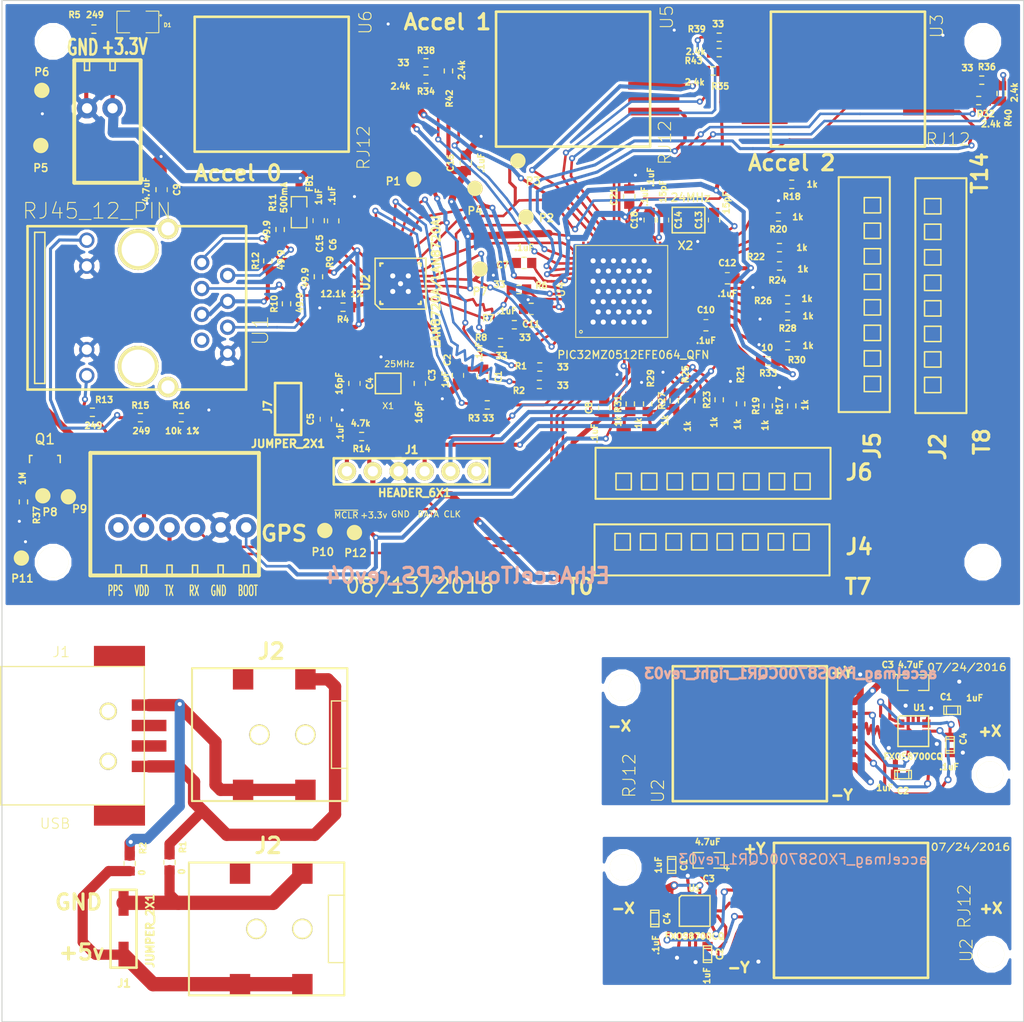
<source format=kicad_pcb>
(kicad_pcb (version 4) (host pcbnew 4.0.2+e4-6225~38~ubuntu14.04.1-stable)
  (layers (0 F.Cu signal) (31 B.Cu signal) (34 B.Paste user) (35 F.Paste user) (36 B.SilkS user) (37 F.SilkS user) (38 B.Mask user) (39 F.Mask user) (44 Edge.Cuts user))
  (net 0 "")
  (net 1 +3.3v)
  (net 2 ACCEL1_VDD)
  (net 3 ACCEL2_VDD)
  (net 4 ACCEL3_VDD)
  (net 5 AVDD)
  (net 6 ECRSDV)
  (net 7 EMDC)
  (net 8 EMDIO)
  (net 9 EREFCLK)
  (net 10 ERXD0)
  (net 11 ERXD1)
  (net 12 ERXERR)
  (net 13 ETXD0)
  (net 14 ETXD1)
  (net 15 ETXEN)
  (net 16 GND)
  (net 17 GreenLED)
  (net 18 ICSPCLK_RB1)
  (net 19 ICSPDAT_RB0)
  (net 20 INT0)
  (net 21 INT1)
  (net 22 INT4)
  (net 23 RB10)
  (net 24 RB11)
  (net 25 RB12)
  (net 26 RB13)
  (net 27 RB14)
  (net 28 RB2)
  (net 29 RB3)
  (net 30 RB4)
  (net 31 RB5)
  (net 32 RB6)
  (net 33 RB7)
  (net 34 RB8)
  (net 35 RB9)
  (net 36 RG6)
  (net 37 RG9)
  (net 38 RXN)
  (net 39 RXP)
  (net 40 SCL1)
  (net 41 SCL3)
  (net 42 SCL5)
  (net 43 SDA1)
  (net 44 SDA3)
  (net 45 SDA5)
  (net 46 TXN)
  (net 47 TXP)
  (net 48 U3RX)
  (net 49 U3TX)
  (net 50 YellowLED)
  (net 51 nRST)
  (net 52 ~MCLR~)
  (net 53 "Net-(C1-Pad1)")
  (net 54 "Net-(C3-Pad1)")
  (net 55 "Net-(C4-Pad2)")
  (net 56 "Net-(C5-Pad1)")
  (net 57 "Net-(C10-Pad1)")
  (net 58 "Net-(R1-Pad1)")
  (net 59 "Net-(R2-Pad1)")
  (net 60 "Net-(R3-Pad1)")
  (net 61 "Net-(R4-Pad1)")
  (net 62 "Net-(R6-Pad1)")
  (net 63 "Net-(R7-Pad1)")
  (net 64 "Net-(R8-Pad1)")
  (net 65 "Net-(R13-Pad2)")
  (net 66 "Net-(R15-Pad2)")
  (net 67 "Net-(R36-Pad1)")
  (net 68 "Net-(R38-Pad1)")
  (net 69 "Net-(R39-Pad1)")
  (net 70 "Net-(C13-Pad2)")
  (net 71 "Net-(C14-Pad2)")
  (net 72 "Net-(J1-Pad6)")
  (net 73 "Net-(J5-Pad8)")
  (net 74 "Net-(J8-Pad1)")
  (net 75 "Net-(U1-Pad7)")
  (net 76 "Net-(U3-Pad5)")
  (net 77 "Net-(U4-Pad48)")
  (net 78 "Net-(U4-Pad47)")
  (net 79 "Net-(U4-Pad36)")
  (net 80 "Net-(U4-Pad37)")
  (net 81 "Net-(U4-Pad33)")
  (net 82 "Net-(U5-Pad5)")
  (net 83 "Net-(U6-Pad5)")
  (net 84 "Net-(D1-Pad2)")
  (net 85 "Net-(J8-Pad2)")
  (net 86 "Net-(J1-Pad4)")
  (net 87 "Net-(J1-Pad1)")
  (net 88 "Net-(J1-Pad2)")
  (net 89 INT2)
  (net 90 SCL)
  (net 91 SDA)
  (net 92 Vdd)
  (net 93 "Net-(C2-Pad1)")
  (net 94 "Net-(C4-Pad1)")
  (module ted_capacitors:TED_SM1608_0603_C (layer F.Cu) (at 32.5 102.5 90)
    (fp_text reference R2 (at 1.5 1.3 90) (layer F.SilkS) (effects (font (size 0.6 0.6))))
    (fp_text value 0 (at -0.9 1.2 90) (layer F.SilkS) (effects (font (size 0.6 0.6))))
    (pad 2 smd rect (at 0.75184 0 90) (size 0.89916 1.00076) (layers F.Cu F.Paste F.Mask) (net 87 "Net-(J1-Pad1)") (clearance 0.1))
    (pad 1 smd rect (at -0.75184 0 90) (size 0.89916 1.00076) (layers F.Cu F.Paste F.Mask) (net 87 "Net-(J1-Pad1)") (clearance 0.1))
  )
  (module ted_connectors:TED_RJ12_855135002 (layer F.Cu) (at 102.8 25.7 90)
    (fp_text reference U3 (at 5.2 8.7 90) (layer F.SilkS) (effects (font (size 1.2 1.2) (thickness 0.09906))))
    (fp_text value RJ12 (at -5.9 9.8 360) (layer F.SilkS) (effects (font (size 1.2 1.2) (thickness 0.09906))))
    (pad 6 smd rect (at -3.175 7.9 90) (size 0.76 5) (layers F.Cu F.Paste F.Mask) (net 4 ACCEL3_VDD) (clearance 0.2))
    (pad 4 smd rect (at -0.635 7.9 90) (size 0.76 5) (layers F.Cu F.Paste F.Mask) (net 21 INT1) (clearance 0.2))
    (pad 2 smd rect (at 1.905 7.9 90) (size 0.76 5) (layers F.Cu F.Paste F.Mask) (net 67 "Net-(R36-Pad1)") (clearance 0.2))
    (pad 3 smd rect (at 0.635 7.9 90) (size 0.76 5) (layers F.Cu F.Paste F.Mask) (net 42 SCL5) (clearance 0.2))
    (pad 1 smd rect (at 3.175 7.9 90) (size 0.76 5) (layers F.Cu F.Paste F.Mask) (net 16 GND) (clearance 0.2))
    (pad 5 smd rect (at -1.905 7.9 90) (size 0.76 5) (layers F.Cu F.Paste F.Mask) (net 76 "Net-(U3-Pad5)") (clearance 0.2))
    (pad PAD smd rect (at 0 -8.15 90) (size 8.8 4.5) (layers F.Cu F.Paste F.Mask))
  )
  (module ted_resistors:TED_SM0805_R (layer F.Cu) (at 49.08 38.73 270)
    (fp_text reference FB1 (at -2.83 -1.02 270) (layer F.SilkS) (effects (font (size 0.6 0.6))))
    (fp_text value 500mA (at -1.43 1.48 270) (layer F.SilkS) (effects (font (size 0.6 0.6))))
    (pad 1 smd rect (at -0.9525 0 270) (size 0.889 1.397) (layers F.Cu F.Paste F.Mask) (net 1 +3.3v))
    (pad 2 smd rect (at 0.9525 0 270) (size 0.889 1.397) (layers F.Cu F.Paste F.Mask) (net 5 AVDD))
  )
  (module ted_holes:TED_Hole_3mm (layer F.Cu) (at 25 73)
    (fp_text reference H1 hide)
    (fp_text value HOLE hide)
    (pad "" np_thru_hole circle (at 0 0) (size 3 3) (drill 3) (layers *.Cu *.Mask F.SilkS))
  )
  (module ted_holes:TED_Hole_3mm (layer F.Cu) (at 116 73)
    (fp_text reference H2 hide)
    (fp_text value HOLE hide)
    (pad "" np_thru_hole circle (at 0 0) (size 3 3) (drill 3) (layers *.Cu *.Mask F.SilkS))
  )
  (module ted_connectors:TED_HEADER_6x1 (layer F.Cu) (at 60.11 64.1)
    (fp_text reference J1 (at -0.01 -2.1) (layer F.SilkS) (effects (font (size 0.762 0.762) (thickness 0.1905))))
    (fp_text value HEADER_6X1 (at 0.26924 2.11328) (layer F.SilkS) (effects (font (size 0.762 0.762) (thickness 0.1905))))
    (pad 5 thru_hole circle (at 3.78968 0) (size 1.8 1.8) (drill 1) (layers *.Cu *.Mask F.SilkS) (net 18 ICSPCLK_RB1))
    (pad 6 thru_hole circle (at 6.32968 0) (size 1.8 1.8) (drill 1) (layers *.Cu *.Mask F.SilkS) (net 72 "Net-(J1-Pad6)"))
    (pad 1 thru_hole circle (at -6.35 0) (size 1.8 1.8) (drill 1) (layers *.Cu *.Mask F.SilkS) (net 52 ~MCLR~))
    (pad 2 thru_hole circle (at -3.81 0) (size 1.8 1.8) (drill 1) (layers *.Cu *.Mask F.SilkS) (net 1 +3.3v))
    (pad 4 thru_hole circle (at 1.25984 0) (size 1.8 1.8) (drill 1) (layers *.Cu *.Mask F.SilkS) (net 19 ICSPDAT_RB0))
    (pad 3 thru_hole circle (at -1.28016 0) (size 1.8 1.8) (drill 1) (layers *.Cu *.Mask F.SilkS) (net 16 GND))
  )
  (module ted_connectors:TED_TERMINAL_SPRING_2.54MM_2PIN_1989748 (layer F.Cu) (at 29.575 29.85 180)
    (fp_text reference J3 hide)
    (fp_text value TERMINAL_2X1 hide)
    (pad 2 thru_hole circle (at 1.25 1.3 180) (size 2 2) (drill 1) (layers *.Cu *.Mask) (net 16 GND))
    (pad 1 thru_hole circle (at -1.25 1.3 180) (size 2 2) (drill 1) (layers *.Cu *.Mask) (net 1 +3.3v))
  )
  (module ted_connectors:TED_Terminal_8x1_1814760 (layer F.Cu) (at 89.5 71.8 180)
    (fp_text reference J4 (at -14.4 0.3 180) (layer F.SilkS) (effects (font (thickness 0.3048))))
    (fp_text value TERMINAL_8X1 hide)
    (pad 8 smd rect (at 8.75 -2.8 180) (size 1.4 3.4) (layers F.Cu F.Paste F.Mask) (net 1 +3.3v))
    (pad 7 smd rect (at 6.25 -2.8 180) (size 1.4 3.4) (layers F.Cu F.Paste F.Mask) (net 1 +3.3v))
    (pad 6 smd rect (at 3.75 -2.8 180) (size 1.4 3.4) (layers F.Cu F.Paste F.Mask) (net 1 +3.3v))
    (pad 1 smd rect (at -8.75 -2.8 180) (size 1.4 3.4) (layers F.Cu F.Paste F.Mask) (net 1 +3.3v))
    (pad 3 smd rect (at -3.75 -2.8 180) (size 1.4 3.4) (layers F.Cu F.Paste F.Mask) (net 1 +3.3v))
    (pad 2 smd rect (at -6.25 -2.8 180) (size 1.4 3.4) (layers F.Cu F.Paste F.Mask) (net 1 +3.3v))
    (pad PAD smd rect (at 11.7 0.35 180) (size 2.3 5.6) (layers F.Cu F.Paste F.Mask))
    (pad 4 smd rect (at -1.25 -2.8 180) (size 1.4 3.4) (layers F.Cu F.Paste F.Mask) (net 1 +3.3v))
    (pad 5 smd rect (at 1.25 -2.8 180) (size 1.4 3.4) (layers F.Cu F.Paste F.Mask) (net 1 +3.3v))
    (pad PAD smd rect (at -11.7 0.35 180) (size 2.3 5.6) (layers F.Cu F.Paste F.Mask))
  )
  (module ted_connectors:TED_Terminal_8x1_1814760 (layer F.Cu) (at 104.4 46.8 90)
    (fp_text reference J5 (at -14.8 0.8 90) (layer F.SilkS) (effects (font (thickness 0.3048))))
    (fp_text value TERMINAL_8X1 hide)
    (pad 8 smd rect (at 8.75 -2.8 90) (size 1.4 3.4) (layers F.Cu F.Paste F.Mask) (net 73 "Net-(J5-Pad8)"))
    (pad 7 smd rect (at 6.25 -2.8 90) (size 1.4 3.4) (layers F.Cu F.Paste F.Mask) (net 27 RB14))
    (pad 6 smd rect (at 3.75 -2.8 90) (size 1.4 3.4) (layers F.Cu F.Paste F.Mask) (net 26 RB13))
    (pad 1 smd rect (at -8.75 -2.8 90) (size 1.4 3.4) (layers F.Cu F.Paste F.Mask) (net 34 RB8))
    (pad 3 smd rect (at -3.75 -2.8 90) (size 1.4 3.4) (layers F.Cu F.Paste F.Mask) (net 23 RB10))
    (pad 2 smd rect (at -6.25 -2.8 90) (size 1.4 3.4) (layers F.Cu F.Paste F.Mask) (net 35 RB9))
    (pad PAD smd rect (at 11.7 0.35 90) (size 2.3 5.6) (layers F.Cu F.Paste F.Mask))
    (pad 4 smd rect (at -1.25 -2.8 90) (size 1.4 3.4) (layers F.Cu F.Paste F.Mask) (net 24 RB11))
    (pad 5 smd rect (at 1.25 -2.8 90) (size 1.4 3.4) (layers F.Cu F.Paste F.Mask) (net 25 RB12))
    (pad PAD smd rect (at -11.7 0.35 90) (size 2.3 5.6) (layers F.Cu F.Paste F.Mask))
  )
  (module ted_connectors:TED_Terminal_8x1_1814760 (layer F.Cu) (at 89.6 64.3)
    (fp_text reference J6 (at 14.3 -0.1) (layer F.SilkS) (effects (font (thickness 0.3048))))
    (fp_text value TERMINAL_8X1 hide)
    (pad 8 smd rect (at 8.75 -2.8) (size 1.4 3.4) (layers F.Cu F.Paste F.Mask) (net 33 RB7))
    (pad 7 smd rect (at 6.25 -2.8) (size 1.4 3.4) (layers F.Cu F.Paste F.Mask) (net 32 RB6))
    (pad 6 smd rect (at 3.75 -2.8) (size 1.4 3.4) (layers F.Cu F.Paste F.Mask) (net 19 ICSPDAT_RB0))
    (pad 1 smd rect (at -8.75 -2.8) (size 1.4 3.4) (layers F.Cu F.Paste F.Mask) (net 31 RB5))
    (pad 3 smd rect (at -3.75 -2.8) (size 1.4 3.4) (layers F.Cu F.Paste F.Mask) (net 29 RB3))
    (pad 2 smd rect (at -6.25 -2.8) (size 1.4 3.4) (layers F.Cu F.Paste F.Mask) (net 30 RB4))
    (pad PAD smd rect (at 11.7 0.35) (size 2.3 5.6) (layers F.Cu F.Paste F.Mask))
    (pad 4 smd rect (at -1.25 -2.8) (size 1.4 3.4) (layers F.Cu F.Paste F.Mask) (net 28 RB2))
    (pad 5 smd rect (at 1.25 -2.8) (size 1.4 3.4) (layers F.Cu F.Paste F.Mask) (net 18 ICSPCLK_RB1))
    (pad PAD smd rect (at -11.7 0.35) (size 2.3 5.6) (layers F.Cu F.Paste F.Mask))
  )
  (module ted_connectors:TED_JUMPER_2x1_SMD (layer F.Cu) (at 48 58 90)
    (fp_text reference J7 (at 0.1778 -1.98628 90) (layer F.SilkS) (effects (font (size 0.762 0.762) (thickness 0.1905))))
    (fp_text value JUMPER_2X1 (at -3.4 0 180) (layer F.SilkS) (effects (font (size 0.762 0.762) (thickness 0.1905))))
    (pad 2 smd rect (at 1.27 1.27 90) (size 0.9906 2.54) (layers F.Cu F.Paste F.Mask) (net 56 "Net-(C5-Pad1)") (clearance 0.508))
    (pad 1 smd rect (at -1.27 -1.27 90) (size 0.9906 2.54) (layers F.Cu F.Paste F.Mask) (net 52 ~MCLR~) (clearance 0.508))
  )
  (module ted_connectors:TED_TERMINAL_SPRING_2.54MM_6PIN_1985234 (layer F.Cu) (at 36.9 68.3)
    (fp_text reference J8 hide)
    (fp_text value HEADER_6X1 hide)
    (pad 4 thru_hole circle (at 2 1.3) (size 2 2) (drill 1) (layers *.Cu *.Mask) (net 48 U3RX))
    (pad 3 thru_hole circle (at -0.5 1.3) (size 2 2) (drill 1) (layers *.Cu *.Mask) (net 49 U3TX))
    (pad 6 thru_hole circle (at 7 1.3) (size 2 2) (drill 1) (layers *.Cu *.Mask) (net 37 RG9))
    (pad 5 thru_hole circle (at 4.5 1.3) (size 2 2) (drill 1) (layers *.Cu *.Mask) (net 16 GND))
    (pad 1 thru_hole circle (at -5.5 1.3) (size 2 2) (drill 1) (layers *.Cu *.Mask) (net 74 "Net-(J8-Pad1)"))
    (pad 2 thru_hole circle (at -3 1.3) (size 2 2) (drill 1) (layers *.Cu *.Mask) (net 85 "Net-(J8-Pad2)"))
  )
  (module ted_ICs:TED_QFN24+1 (layer F.Cu) (at 59.01 45.73 90)
    (fp_text reference U2 (at 0.1 -3.425 90) (layer F.SilkS) (effects (font (size 0.8 0.8) (thickness 0.2))))
    (fp_text value LAN8720A/LAN8720AI (at 0.175 3.475 90) (layer F.SilkS) (effects (font (size 0.8 0.8) (thickness 0.2))))
    (pad 25 smd rect (at 0 0) (size 2.49936 2.49936) (layers F.Cu F.Paste F.Mask) (net 16 GND))
    (pad 1 smd oval (at -1.99898 -1.24968 90) (size 0.8001 0.24892) (layers F.Cu F.Paste F.Mask) (net 5 AVDD))
    (pad 2 smd oval (at -1.99898 -0.7493 90) (size 0.8001 0.24892) (layers F.Cu F.Paste F.Mask) (net 66 "Net-(R15-Pad2)"))
    (pad 3 smd oval (at -1.99898 -0.24892 90) (size 0.8001 0.24892) (layers F.Cu F.Paste F.Mask) (net 65 "Net-(R13-Pad2)"))
    (pad 4 smd oval (at -1.99898 0.24892 90) (size 0.8001 0.24892) (layers F.Cu F.Paste F.Mask) (net 55 "Net-(C4-Pad2)"))
    (pad 5 smd oval (at -1.99898 0.7493 90) (size 0.8001 0.24892) (layers F.Cu F.Paste F.Mask) (net 54 "Net-(C3-Pad1)"))
    (pad 6 smd oval (at -1.99898 1.24968 90) (size 0.8001 0.24892) (layers F.Cu F.Paste F.Mask) (net 53 "Net-(C1-Pad1)"))
    (pad 7 smd oval (at -1.24968 1.99898 180) (size 0.8001 0.24892) (layers F.Cu F.Paste F.Mask) (net 62 "Net-(R6-Pad1)"))
    (pad 8 smd oval (at -0.7493 1.99898 180) (size 0.8001 0.24892) (layers F.Cu F.Paste F.Mask) (net 63 "Net-(R7-Pad1)"))
    (pad 9 smd oval (at -0.24892 1.99898 180) (size 0.8001 0.24892) (layers F.Cu F.Paste F.Mask) (net 1 +3.3v))
    (pad 10 smd oval (at 0.24892 1.99898 180) (size 0.8001 0.24892) (layers F.Cu F.Paste F.Mask) (net 12 ERXERR))
    (pad 11 smd oval (at 0.7493 1.99898 180) (size 0.8001 0.24892) (layers F.Cu F.Paste F.Mask) (net 64 "Net-(R8-Pad1)"))
    (pad 12 smd oval (at 1.24968 1.99898 180) (size 0.8001 0.24892) (layers F.Cu F.Paste F.Mask) (net 8 EMDIO))
    (pad 13 smd oval (at 1.99898 1.24968 270) (size 0.8001 0.24892) (layers F.Cu F.Paste F.Mask) (net 7 EMDC))
    (pad 14 smd oval (at 1.99898 0.7493 270) (size 0.8001 0.24892) (layers F.Cu F.Paste F.Mask) (net 9 EREFCLK))
    (pad 15 smd oval (at 1.99898 0.24892 270) (size 0.8001 0.24892) (layers F.Cu F.Paste F.Mask) (net 51 nRST))
    (pad 16 smd oval (at 1.99898 -0.24892 270) (size 0.8001 0.24892) (layers F.Cu F.Paste F.Mask) (net 58 "Net-(R1-Pad1)"))
    (pad 17 smd oval (at 1.99898 -0.7493 270) (size 0.8001 0.24892) (layers F.Cu F.Paste F.Mask) (net 59 "Net-(R2-Pad1)"))
    (pad 18 smd oval (at 1.99898 -1.24968 270) (size 0.8001 0.24892) (layers F.Cu F.Paste F.Mask) (net 60 "Net-(R3-Pad1)"))
    (pad 19 smd oval (at 1.24968 -1.99898) (size 0.8001 0.24892) (layers F.Cu F.Paste F.Mask) (net 5 AVDD))
    (pad 20 smd oval (at 0.7493 -1.99898) (size 0.8001 0.24892) (layers F.Cu F.Paste F.Mask) (net 46 TXN))
    (pad 21 smd oval (at 0.24892 -1.99898) (size 0.8001 0.24892) (layers F.Cu F.Paste F.Mask) (net 47 TXP))
    (pad 22 smd oval (at -0.24892 -1.99898) (size 0.8001 0.24892) (layers F.Cu F.Paste F.Mask) (net 38 RXN))
    (pad 23 smd oval (at -0.7493 -1.99898) (size 0.8001 0.24892) (layers F.Cu F.Paste F.Mask) (net 39 RXP))
    (pad 24 smd oval (at -1.24968 -1.99898) (size 0.8001 0.24892) (layers F.Cu F.Paste F.Mask) (net 61 "Net-(R4-Pad1)"))
    (pad 25 thru_hole circle (at 0 0) (size 0.6 0.6) (drill 0.5) (layers *.Cu) (net 16 GND))
    (pad 25 thru_hole circle (at 0.762 -0.762) (size 0.6 0.6) (drill 0.5) (layers *.Cu) (net 16 GND))
    (pad 25 thru_hole circle (at -0.762 -0.762) (size 0.6 0.6) (drill 0.5) (layers *.Cu) (net 16 GND))
    (pad 25 thru_hole circle (at 0.762 0.762) (size 0.6 0.6) (drill 0.5) (layers *.Cu) (net 16 GND))
    (pad 25 thru_hole circle (at -0.762 0.762) (size 0.6 0.6) (drill 0.5) (layers *.Cu) (net 16 GND))
    (pad 25 smd rect (at 0 0) (size 2.49936 2.49936) (layers B.Cu B.Paste B.Mask) (net 16 GND))
  )
  (module ted_ICs:TED_QFN64+1H (layer F.Cu) (at 80.66 46.49 90)
    (fp_text reference U4 (at 0.2 -5.95 90) (layer F.SilkS) (effects (font (size 0.762 0.762) (thickness 0.127))))
    (fp_text value PIC32MZ0512EFE064_QFN (at -6.21 1.14 180) (layer F.SilkS) (effects (font (size 0.762 0.762) (thickness 0.127))))
    (pad 15 smd rect (at -4.45 3.25 180) (size 0.25 0.85) (layers F.Cu F.Paste F.Mask) (net 18 ICSPCLK_RB1))
    (pad 16 smd rect (at -4.45 3.75 180) (size 0.25 0.85) (layers F.Cu F.Paste F.Mask) (net 19 ICSPDAT_RB0))
    (pad 9 smd rect (at -4.45 0.25 180) (size 0.25 0.85) (layers F.Cu F.Paste F.Mask) (net 52 ~MCLR~))
    (pad 10 smd rect (at -4.45 0.75 180) (size 0.25 0.85) (layers F.Cu F.Paste F.Mask) (net 37 RG9))
    (pad 12 smd rect (at -4.45 1.75 180) (size 0.25 0.85) (layers F.Cu F.Paste F.Mask) (net 30 RB4))
    (pad 11 smd rect (at -4.45 1.25 180) (size 0.25 0.85) (layers F.Cu F.Paste F.Mask) (net 31 RB5))
    (pad 14 smd rect (at -4.45 2.75 180) (size 0.25 0.85) (layers F.Cu F.Paste F.Mask) (net 28 RB2))
    (pad 13 smd rect (at -4.45 2.25 180) (size 0.25 0.85) (layers F.Cu F.Paste F.Mask) (net 29 RB3))
    (pad 5 smd rect (at -4.45 -1.75 180) (size 0.25 0.85) (layers F.Cu F.Paste F.Mask) (net 48 U3RX))
    (pad 6 smd rect (at -4.45 -1.25 180) (size 0.25 0.85) (layers F.Cu F.Paste F.Mask) (net 49 U3TX))
    (pad 8 smd rect (at -4.45 -0.25 180) (size 0.25 0.85) (layers F.Cu F.Paste F.Mask) (net 1 +3.3v))
    (pad 7 smd rect (at -4.45 -0.75 180) (size 0.25 0.85) (layers F.Cu F.Paste F.Mask) (net 16 GND))
    (pad 3 smd rect (at -4.45 -2.75 180) (size 0.25 0.85) (layers F.Cu F.Paste F.Mask) (net 14 ETXD1))
    (pad 4 smd rect (at -4.45 -2.25 180) (size 0.25 0.85) (layers F.Cu F.Paste F.Mask) (net 36 RG6))
    (pad 2 smd rect (at -4.45 -3.25 180) (size 0.25 0.85) (layers F.Cu F.Paste F.Mask) (net 13 ETXD0))
    (pad 1 smd rect (at -4.45 -3.75 180) (size 0.25 0.85) (layers F.Cu F.Paste F.Mask) (net 15 ETXEN))
    (pad 64 smd rect (at -3.75 -4.45 270) (size 0.25 0.85) (layers F.Cu F.Paste F.Mask) (net 12 ERXERR))
    (pad 63 smd rect (at -3.25 -4.45 270) (size 0.25 0.85) (layers F.Cu F.Paste F.Mask) (net 9 EREFCLK))
    (pad 61 smd rect (at -2.25 -4.45 270) (size 0.25 0.85) (layers F.Cu F.Paste F.Mask) (net 10 ERXD0))
    (pad 62 smd rect (at -2.75 -4.45 270) (size 0.25 0.85) (layers F.Cu F.Paste F.Mask) (net 6 ECRSDV))
    (pad 58 smd rect (at -0.75 -4.45 270) (size 0.25 0.85) (layers F.Cu F.Paste F.Mask) (net 11 ERXD1))
    (pad 57 smd rect (at -0.25 -4.45 270) (size 0.25 0.85) (layers F.Cu F.Paste F.Mask) (net 2 ACCEL1_VDD))
    (pad 59 smd rect (at -1.25 -4.45 270) (size 0.25 0.85) (layers F.Cu F.Paste F.Mask) (net 16 GND))
    (pad 60 smd rect (at -1.75 -4.45 270) (size 0.25 0.85) (layers F.Cu F.Paste F.Mask) (net 1 +3.3v))
    (pad 52 smd rect (at 2.25 -4.45 270) (size 0.25 0.85) (layers F.Cu F.Paste F.Mask) (net 4 ACCEL3_VDD))
    (pad 51 smd rect (at 2.75 -4.45 270) (size 0.25 0.85) (layers F.Cu F.Paste F.Mask) (net 41 SCL3))
    (pad 54 smd rect (at 1.25 -4.45 270) (size 0.25 0.85) (layers F.Cu F.Paste F.Mask) (net 1 +3.3v))
    (pad 53 smd rect (at 1.75 -4.45 270) (size 0.25 0.85) (layers F.Cu F.Paste F.Mask) (net 3 ACCEL2_VDD))
    (pad 55 smd rect (at 0.75 -4.45 270) (size 0.25 0.85) (layers F.Cu F.Paste F.Mask) (net 16 GND))
    (pad 56 smd rect (at 0.25 -4.45 270) (size 0.25 0.85) (layers F.Cu F.Paste F.Mask) (net 51 nRST))
    (pad 49 smd rect (at 3.75 -4.45 270) (size 0.25 0.85) (layers F.Cu F.Paste F.Mask) (net 8 EMDIO))
    (pad 50 smd rect (at 3.25 -4.45 270) (size 0.25 0.85) (layers F.Cu F.Paste F.Mask) (net 44 SDA3))
    (pad 48 smd rect (at 4.45 -3.75 180) (size 0.25 0.85) (layers F.Cu F.Paste F.Mask) (net 77 "Net-(U4-Pad48)"))
    (pad 47 smd rect (at 4.45 -3.25 180) (size 0.25 0.85) (layers F.Cu F.Paste F.Mask) (net 78 "Net-(U4-Pad47)"))
    (pad 45 smd rect (at 4.45 -2.25 180) (size 0.25 0.85) (layers F.Cu F.Paste F.Mask) (net 22 INT4))
    (pad 46 smd rect (at 4.45 -2.75 180) (size 0.25 0.85) (layers F.Cu F.Paste F.Mask) (net 20 INT0))
    (pad 42 smd rect (at 4.45 -0.75 180) (size 0.25 0.85) (layers F.Cu F.Paste F.Mask) (net 42 SCL5))
    (pad 41 smd rect (at 4.45 -0.25 180) (size 0.25 0.85) (layers F.Cu F.Paste F.Mask) (net 45 SDA5))
    (pad 43 smd rect (at 4.45 -1.25 180) (size 0.25 0.85) (layers F.Cu F.Paste F.Mask) (net 43 SDA1))
    (pad 44 smd rect (at 4.45 -1.75 180) (size 0.25 0.85) (layers F.Cu F.Paste F.Mask) (net 40 SCL1))
    (pad 36 smd rect (at 4.45 2.25 180) (size 0.25 0.85) (layers F.Cu F.Paste F.Mask) (net 79 "Net-(U4-Pad36)"))
    (pad 35 smd rect (at 4.45 2.75 180) (size 0.25 0.85) (layers F.Cu F.Paste F.Mask) (net 16 GND))
    (pad 38 smd rect (at 4.45 1.25 180) (size 0.25 0.85) (layers F.Cu F.Paste F.Mask) (net 21 INT1))
    (pad 37 smd rect (at 4.45 1.75 180) (size 0.25 0.85) (layers F.Cu F.Paste F.Mask) (net 80 "Net-(U4-Pad37)"))
    (pad 39 smd rect (at 4.45 0.75 180) (size 0.25 0.85) (layers F.Cu F.Paste F.Mask) (net 1 +3.3v))
    (pad 40 smd rect (at 4.45 0.25 180) (size 0.25 0.85) (layers F.Cu F.Paste F.Mask) (net 16 GND))
    (pad 33 smd rect (at 4.45 3.75 180) (size 0.25 0.85) (layers F.Cu F.Paste F.Mask) (net 81 "Net-(U4-Pad33)"))
    (pad 34 smd rect (at 4.45 3.25 180) (size 0.25 0.85) (layers F.Cu F.Paste F.Mask) (net 1 +3.3v))
    (pad 31 smd rect (at 3.25 4.45 270) (size 0.25 0.85) (layers F.Cu F.Paste F.Mask) (net 70 "Net-(C13-Pad2)"))
    (pad 32 smd rect (at 3.75 4.45 270) (size 0.25 0.85) (layers F.Cu F.Paste F.Mask) (net 71 "Net-(C14-Pad2)"))
    (pad 25 smd rect (at 0.25 4.45 270) (size 0.25 0.85) (layers F.Cu F.Paste F.Mask) (net 16 GND))
    (pad 26 smd rect (at 0.75 4.45 270) (size 0.25 0.85) (layers F.Cu F.Paste F.Mask) (net 1 +3.3v))
    (pad 28 smd rect (at 1.75 4.45 270) (size 0.25 0.85) (layers F.Cu F.Paste F.Mask) (net 26 RB13))
    (pad 27 smd rect (at 1.27 4.45 270) (size 0.25 0.85) (layers F.Cu F.Paste F.Mask) (net 25 RB12))
    (pad 30 smd rect (at 2.75 4.45 270) (size 0.25 0.85) (layers F.Cu F.Paste F.Mask) (net 7 EMDC))
    (pad 29 smd rect (at 2.25 4.45 270) (size 0.25 0.85) (layers F.Cu F.Paste F.Mask) (net 27 RB14))
    (pad 21 smd rect (at -1.75 4.45 270) (size 0.25 0.85) (layers F.Cu F.Paste F.Mask) (net 34 RB8))
    (pad 22 smd rect (at -1.25 4.45 270) (size 0.25 0.85) (layers F.Cu F.Paste F.Mask) (net 35 RB9))
    (pad 24 smd rect (at -0.25 4.45 270) (size 0.25 0.85) (layers F.Cu F.Paste F.Mask) (net 24 RB11))
    (pad 23 smd rect (at -0.75 4.45 270) (size 0.25 0.85) (layers F.Cu F.Paste F.Mask) (net 23 RB10))
    (pad 19 smd rect (at -2.75 4.45 270) (size 0.25 0.85) (layers F.Cu F.Paste F.Mask) (net 57 "Net-(C10-Pad1)"))
    (pad 20 smd rect (at -2.25 4.45 270) (size 0.25 0.85) (layers F.Cu F.Paste F.Mask) (net 16 GND))
    (pad 18 smd rect (at -3.25 4.45 270) (size 0.25 0.85) (layers F.Cu F.Paste F.Mask) (net 33 RB7))
    (pad 17 smd rect (at -3.75 4.45 270) (size 0.25 0.85) (layers F.Cu F.Paste F.Mask) (net 32 RB6))
    (pad 65 smd rect (at 0 0 270) (size 7.15 7.15) (layers *.Cu *.Mask F.Paste) (net 16 GND))
    (pad 65 thru_hole circle (at -3 -2.8 90) (size 0.6 0.6) (drill 0.5) (layers *.Cu) (net 16 GND))
    (pad 65 thru_hole circle (at -2 -2.3 90) (size 0.6 0.6) (drill 0.5) (layers *.Cu) (net 16 GND))
    (pad 65 thru_hole circle (at -1 -2.8 90) (size 0.6 0.6) (drill 0.5) (layers *.Cu) (net 16 GND))
    (pad 65 thru_hole circle (at 0 -2.3 90) (size 0.6 0.6) (drill 0.5) (layers *.Cu) (net 16 GND))
    (pad 65 thru_hole circle (at 1 -2.8 90) (size 0.6 0.6) (drill 0.5) (layers *.Cu) (net 16 GND))
    (pad 65 thru_hole circle (at 2 -2.3 90) (size 0.6 0.6) (drill 0.5) (layers *.Cu) (net 16 GND))
    (pad 65 thru_hole circle (at 3 -2.8 90) (size 0.6 0.6) (drill 0.5) (layers *.Cu) (net 16 GND))
    (pad 65 thru_hole circle (at -3 -1.8 90) (size 0.6 0.6) (drill 0.5) (layers *.Cu) (net 16 GND))
    (pad 65 thru_hole circle (at -2 -1.3 90) (size 0.6 0.6) (drill 0.5) (layers *.Cu) (net 16 GND))
    (pad 65 thru_hole circle (at -1 -1.8 90) (size 0.6 0.6) (drill 0.5) (layers *.Cu) (net 16 GND))
    (pad 65 thru_hole circle (at 0 -1.3 90) (size 0.6 0.6) (drill 0.5) (layers *.Cu) (net 16 GND))
    (pad 65 thru_hole circle (at 1 -1.8 90) (size 0.6 0.6) (drill 0.5) (layers *.Cu) (net 16 GND))
    (pad 65 thru_hole circle (at 2 -1.3 90) (size 0.6 0.6) (drill 0.5) (layers *.Cu) (net 16 GND))
    (pad 65 thru_hole circle (at 3 -1.8 90) (size 0.6 0.6) (drill 0.5) (layers *.Cu) (net 16 GND))
    (pad 65 thru_hole circle (at -3 -0.8 90) (size 0.6 0.6) (drill 0.5) (layers *.Cu) (net 16 GND))
    (pad 65 thru_hole circle (at -2 -0.3 90) (size 0.6 0.6) (drill 0.5) (layers *.Cu) (net 16 GND))
    (pad 65 thru_hole circle (at -1 -0.8 90) (size 0.6 0.6) (drill 0.5) (layers *.Cu) (net 16 GND))
    (pad 65 thru_hole circle (at 0 -0.3 90) (size 0.6 0.6) (drill 0.5) (layers *.Cu) (net 16 GND))
    (pad 65 thru_hole circle (at 1 -0.8 90) (size 0.6 0.6) (drill 0.5) (layers *.Cu) (net 16 GND))
    (pad 65 thru_hole circle (at 2 -0.3 90) (size 0.6 0.6) (drill 0.5) (layers *.Cu) (net 16 GND))
    (pad 65 thru_hole circle (at 3 -0.8 90) (size 0.6 0.6) (drill 0.5) (layers *.Cu) (net 16 GND))
    (pad 65 thru_hole circle (at -3 0.2 90) (size 0.6 0.6) (drill 0.5) (layers *.Cu) (net 16 GND))
    (pad 65 thru_hole circle (at -2 0.7 90) (size 0.6 0.6) (drill 0.5) (layers *.Cu) (net 16 GND))
    (pad 65 thru_hole circle (at -1 0.2 90) (size 0.6 0.6) (drill 0.5) (layers *.Cu) (net 16 GND))
    (pad 65 thru_hole circle (at 0 0.7 90) (size 0.6 0.6) (drill 0.5) (layers *.Cu) (net 16 GND))
    (pad 65 thru_hole circle (at 1 0.2 90) (size 0.6 0.6) (drill 0.5) (layers *.Cu) (net 16 GND))
    (pad 65 thru_hole circle (at 2 0.7 90) (size 0.6 0.6) (drill 0.5) (layers *.Cu) (net 16 GND))
    (pad 65 thru_hole circle (at 3 0.2 90) (size 0.6 0.6) (drill 0.5) (layers *.Cu) (net 16 GND))
    (pad 65 thru_hole circle (at -3 1.2 90) (size 0.6 0.6) (drill 0.5) (layers *.Cu) (net 16 GND))
    (pad 65 thru_hole circle (at -2 1.7 90) (size 0.6 0.6) (drill 0.5) (layers *.Cu) (net 16 GND))
    (pad 65 thru_hole circle (at -1 1.2 90) (size 0.6 0.6) (drill 0.5) (layers *.Cu) (net 16 GND))
    (pad 65 thru_hole circle (at 0 1.7 90) (size 0.6 0.6) (drill 0.5) (layers *.Cu) (net 16 GND))
    (pad 65 thru_hole circle (at 1 1.2 90) (size 0.6 0.6) (drill 0.5) (layers *.Cu) (net 16 GND))
    (pad 65 thru_hole circle (at 2 1.7 90) (size 0.6 0.6) (drill 0.5) (layers *.Cu) (net 16 GND))
    (pad 65 thru_hole circle (at 3 1.2 90) (size 0.6 0.6) (drill 0.5) (layers *.Cu) (net 16 GND))
    (pad 65 thru_hole circle (at -3 2.2 90) (size 0.6 0.6) (drill 0.5) (layers *.Cu) (net 16 GND))
    (pad 65 thru_hole circle (at -2 2.7 90) (size 0.6 0.6) (drill 0.5) (layers *.Cu) (net 16 GND))
    (pad 65 thru_hole circle (at -1 2.2 90) (size 0.6 0.6) (drill 0.5) (layers *.Cu) (net 16 GND))
    (pad 65 thru_hole circle (at 0 2.7 90) (size 0.6 0.6) (drill 0.5) (layers *.Cu) (net 16 GND))
    (pad 65 thru_hole circle (at 1 2.2 90) (size 0.6 0.6) (drill 0.5) (layers *.Cu) (net 16 GND))
    (pad 65 thru_hole circle (at 2 2.7 90) (size 0.6 0.6) (drill 0.5) (layers *.Cu) (net 16 GND))
    (pad 65 thru_hole circle (at 3 2.2 90) (size 0.6 0.6) (drill 0.5) (layers *.Cu) (net 16 GND))
  )
  (module ted_connectors:TED_RJ12_855135002 (layer F.Cu) (at 75.9 25.7 90)
    (fp_text reference U5 (at 6.06 9.17 90) (layer F.SilkS) (effects (font (size 1.2 1.2) (thickness 0.09906))))
    (fp_text value RJ12 (at -6.21 8.99 90) (layer F.SilkS) (effects (font (size 1.2 1.2) (thickness 0.09906))))
    (pad 6 smd rect (at -3.175 7.9 90) (size 0.76 5) (layers F.Cu F.Paste F.Mask) (net 3 ACCEL2_VDD) (clearance 0.2))
    (pad 4 smd rect (at -0.635 7.9 90) (size 0.76 5) (layers F.Cu F.Paste F.Mask) (net 22 INT4) (clearance 0.2))
    (pad 2 smd rect (at 1.905 7.9 90) (size 0.76 5) (layers F.Cu F.Paste F.Mask) (net 69 "Net-(R39-Pad1)") (clearance 0.2))
    (pad 3 smd rect (at 0.635 7.9 90) (size 0.76 5) (layers F.Cu F.Paste F.Mask) (net 40 SCL1) (clearance 0.2))
    (pad 1 smd rect (at 3.175 7.9 90) (size 0.76 5) (layers F.Cu F.Paste F.Mask) (net 16 GND) (clearance 0.2))
    (pad 5 smd rect (at -1.905 7.9 90) (size 0.76 5) (layers F.Cu F.Paste F.Mask) (net 82 "Net-(U5-Pad5)") (clearance 0.2))
    (pad PAD smd rect (at 0 -8.15 90) (size 8.8 4.5) (layers F.Cu F.Paste F.Mask))
  )
  (module ted_connectors:TED_RJ12_855135002 (layer F.Cu) (at 46.4 26.2 90)
    (fp_text reference U6 (at 6.06 9.17 90) (layer F.SilkS) (effects (font (size 1.2 1.2) (thickness 0.09906))))
    (fp_text value RJ12 (at -6.21 8.99 90) (layer F.SilkS) (effects (font (size 1.2 1.2) (thickness 0.09906))))
    (pad 6 smd rect (at -3.175 7.9 90) (size 0.76 5) (layers F.Cu F.Paste F.Mask) (net 2 ACCEL1_VDD) (clearance 0.2))
    (pad 4 smd rect (at -0.635 7.9 90) (size 0.76 5) (layers F.Cu F.Paste F.Mask) (net 20 INT0) (clearance 0.2))
    (pad 2 smd rect (at 1.905 7.9 90) (size 0.76 5) (layers F.Cu F.Paste F.Mask) (net 68 "Net-(R38-Pad1)") (clearance 0.2))
    (pad 3 smd rect (at 0.635 7.9 90) (size 0.76 5) (layers F.Cu F.Paste F.Mask) (net 41 SCL3) (clearance 0.2))
    (pad 1 smd rect (at 3.175 7.9 90) (size 0.76 5) (layers F.Cu F.Paste F.Mask) (net 16 GND) (clearance 0.2))
    (pad 5 smd rect (at -1.905 7.9 90) (size 0.76 5) (layers F.Cu F.Paste F.Mask) (net 83 "Net-(U6-Pad5)") (clearance 0.2))
    (pad PAD smd rect (at 0 -8.15 90) (size 8.8 4.5) (layers F.Cu F.Paste F.Mask))
  )
  (module ted_crystals:TED_crystal_FA-20H (layer F.Cu) (at 57.8 55.5 180)
    (fp_text reference X1 (at 0 -2.2 180) (layer F.SilkS) (effects (font (size 0.6 0.6) (thickness 0.1))))
    (fp_text value 25MHz (at -1.1 1.9 180) (layer F.SilkS) (effects (font (size 0.6 0.6) (thickness 0.1))))
    (pad 1 smd rect (at -0.85 0.7 180) (size 1.2 1.1) (layers F.Cu F.Paste F.Mask) (net 54 "Net-(C3-Pad1)"))
    (pad 2 smd rect (at 0.85 0.7 180) (size 1.2 1.1) (layers F.Cu F.Paste F.Mask) (net 16 GND))
    (pad 4 smd rect (at -0.85 -0.7 180) (size 1.2 1.1) (layers F.Cu F.Paste F.Mask) (net 16 GND))
    (pad 3 smd rect (at 0.85 -0.7 180) (size 1.2 1.1) (layers F.Cu F.Paste F.Mask) (net 55 "Net-(C4-Pad2)"))
  )
  (module ted_crystals:crystal_TSX3225 (layer F.Cu) (at 87.2 39.5 180)
    (fp_text reference X2 (at 0.3 -2.5 180) (layer F.SilkS) (effects (font (size 0.8 0.8))))
    (fp_text value 24MHz (at -0.2 2.2 180) (layer F.SilkS) (effects (font (size 0.8 0.8))))
    (pad 1 smd rect (at -1 0.75 180) (size 1 0.8) (layers F.Cu F.Paste F.Mask) (net 70 "Net-(C13-Pad2)"))
    (pad 2 smd rect (at 1 0.75 180) (size 1 0.8) (layers F.Cu F.Paste F.Mask) (net 16 GND))
    (pad 4 smd rect (at -1 -0.75 180) (size 1 0.8) (layers F.Cu F.Paste F.Mask) (net 16 GND))
    (pad 3 smd rect (at 1 -0.75 180) (size 1 0.8) (layers F.Cu F.Paste F.Mask) (net 71 "Net-(C14-Pad2)"))
  )
  (module ted_connectors:TED_Terminal_8x1_1814760 (layer F.Cu) (at 111.9 46.9 270)
    (fp_text reference J2 (at 14.8 0.3 270) (layer F.SilkS) (effects (font (thickness 0.3048))))
    (fp_text value TERMINAL_8X1 hide)
    (pad 8 smd rect (at 8.75 -2.8 270) (size 1.4 3.4) (layers F.Cu F.Paste F.Mask) (net 1 +3.3v))
    (pad 7 smd rect (at 6.25 -2.8 270) (size 1.4 3.4) (layers F.Cu F.Paste F.Mask) (net 1 +3.3v))
    (pad 6 smd rect (at 3.75 -2.8 270) (size 1.4 3.4) (layers F.Cu F.Paste F.Mask) (net 1 +3.3v))
    (pad 1 smd rect (at -8.75 -2.8 270) (size 1.4 3.4) (layers F.Cu F.Paste F.Mask) (net 1 +3.3v))
    (pad 3 smd rect (at -3.75 -2.8 270) (size 1.4 3.4) (layers F.Cu F.Paste F.Mask) (net 1 +3.3v))
    (pad 2 smd rect (at -6.25 -2.8 270) (size 1.4 3.4) (layers F.Cu F.Paste F.Mask) (net 1 +3.3v))
    (pad PAD smd rect (at 11.7 0.35 270) (size 2.3 5.6) (layers F.Cu F.Paste F.Mask))
    (pad 4 smd rect (at -1.25 -2.8 270) (size 1.4 3.4) (layers F.Cu F.Paste F.Mask) (net 1 +3.3v))
    (pad 5 smd rect (at 1.25 -2.8 270) (size 1.4 3.4) (layers F.Cu F.Paste F.Mask) (net 1 +3.3v))
    (pad PAD smd rect (at -11.7 0.35 270) (size 2.3 5.6) (layers F.Cu F.Paste F.Mask))
  )
  (module ted_test_pads:TED_TEST_PAD (layer F.Cu) (at 23.9 26.8)
    (fp_text reference P6 (at 0 -1.8) (layer F.SilkS) (effects (font (size 0.75 0.75))))
    (fp_text value TEST_PAD hide)
    (pad 1 smd circle (at 0 0) (size 1.5 1.5) (layers F.Cu F.Paste F.SilkS F.Mask) (net 16 GND))
  )
  (module ted_test_pads:TED_TEST_PAD (layer F.Cu) (at 23.8 32.2)
    (fp_text reference P5 (at 0 2.2) (layer F.SilkS) (effects (font (size 0.75 0.75))))
    (fp_text value TEST_PAD hide)
    (pad 1 smd circle (at 0 0) (size 1.5 1.5) (layers F.Cu F.Paste F.SilkS F.Mask) (net 1 +3.3v))
  )
  (module ted_test_pads:TED_TEST_PAD (layer F.Cu) (at 66.3 36.4)
    (fp_text reference P4 (at 0 2.2) (layer F.SilkS) (effects (font (size 0.75 0.75))))
    (fp_text value TEST_PAD hide)
    (pad 1 smd circle (at 0 0) (size 1.5 1.5) (layers F.Cu F.Paste F.SilkS F.Mask) (net 51 nRST))
  )
  (module ted_test_pads:TED_TEST_PAD (layer F.Cu) (at 70.5 33.7)
    (fp_text reference P3 (at 1.5 2) (layer F.SilkS) (effects (font (size 0.75 0.75))))
    (fp_text value TEST_PAD hide)
    (pad 1 smd circle (at 0 0) (size 1.5 1.5) (layers F.Cu F.Paste F.SilkS F.Mask) (net 7 EMDC))
  )
  (module ted_test_pads:TED_TEST_PAD (layer F.Cu) (at 71.3 39.2)
    (fp_text reference P2 (at 2 0.1) (layer F.SilkS) (effects (font (size 0.75 0.75))))
    (fp_text value TEST_PAD hide)
    (pad 1 smd circle (at 0 0) (size 1.5 1.5) (layers F.Cu F.Paste F.SilkS F.Mask) (net 8 EMDIO))
  )
  (module ted_test_pads:TED_TEST_PAD (layer F.Cu) (at 60.3 35.5)
    (fp_text reference P1 (at -2 0.2) (layer F.SilkS) (effects (font (size 0.75 0.75))))
    (fp_text value TEST_PAD hide)
    (pad 1 smd circle (at 0 0) (size 1.5 1.5) (layers F.Cu F.Paste F.SilkS F.Mask) (net 9 EREFCLK))
  )
  (module ted_test_pads:TED_TEST_PAD (layer F.Cu) (at 66.8 44.3)
    (fp_text reference P7 (at 0 2.2) (layer F.SilkS) (effects (font (size 0.75 0.75))))
    (fp_text value TEST_PAD hide)
    (pad 1 smd circle (at 0 0) (size 1.5 1.5) (layers F.Cu F.Paste F.SilkS F.Mask) (net 12 ERXERR))
  )
  (module ted_test_pads:TED_TEST_PAD (layer F.Cu) (at 24 66.5)
    (fp_text reference P8 (at 0.7 1.6) (layer F.SilkS) (effects (font (size 0.75 0.75))))
    (fp_text value TEST_PAD hide)
    (pad 1 smd circle (at 0 0) (size 1.5 1.5) (layers F.Cu F.Paste F.SilkS F.Mask) (net 85 "Net-(J8-Pad2)"))
  )
  (module ted_test_pads:TED_TEST_PAD (layer F.Cu) (at 26.5 66.6)
    (fp_text reference P9 (at 1.1 1.2) (layer F.SilkS) (effects (font (size 0.75 0.75))))
    (fp_text value TEST_PAD hide)
    (pad 1 smd circle (at 0 0) (size 1.5 1.5) (layers F.Cu F.Paste F.SilkS F.Mask) (net 49 U3TX))
  )
  (module ted_test_pads:TED_TEST_PAD (layer F.Cu) (at 51.6 69.9)
    (fp_text reference P10 (at -0.2 2.1) (layer F.SilkS) (effects (font (size 0.75 0.75))))
    (fp_text value TEST_PAD hide)
    (pad 1 smd circle (at 0 0) (size 1.5 1.5) (layers F.Cu F.Paste F.SilkS F.Mask) (net 48 U3RX))
  )
  (module ted_test_pads:TED_TEST_PAD (layer F.Cu) (at 21.9 72.6)
    (fp_text reference P11 (at 0.1 2) (layer F.SilkS) (effects (font (size 0.75 0.75))))
    (fp_text value TEST_PAD hide)
    (pad 1 smd circle (at 0 0) (size 1.5 1.5) (layers F.Cu F.Paste F.SilkS F.Mask) (net 16 GND))
  )
  (module ted_test_pads:TED_TEST_PAD (layer F.Cu) (at 54.5 70.1)
    (fp_text reference P12 (at 0.1 2) (layer F.SilkS) (effects (font (size 0.75 0.75))))
    (fp_text value TEST_PAD hide)
    (pad 1 smd circle (at 0 0) (size 1.5 1.5) (layers F.Cu F.Paste F.SilkS F.Mask) (net 37 RG9))
  )
  (module ted_connectors:TED_RJ45_12pin_Top (layer F.Cu) (at 33.2 48.1 270)
    (fp_text reference U1 (at 2.2 -12.1 270) (layer F.SilkS) (effects (font (thickness 0.09906))))
    (fp_text value RJ45_12_PIN (at -9.5 3.9 360) (layer F.SilkS) (effects (font (thickness 0.09906))))
    (pad 9 thru_hole circle (at -6.625 4.9 270) (size 1.5 1.5) (drill 1) (layers *.Cu *.Mask B.Paste) (net 17 GreenLED) (clearance 0.2))
    (pad 10 thru_hole circle (at -4.085 4.9 270) (size 1.5 1.5) (drill 1) (layers *.Cu *.Mask B.Paste) (net 16 GND) (clearance 0.2))
    (pad 11 thru_hole circle (at 4.085 4.9 270) (size 1.5 1.5) (drill 1) (layers *.Cu *.Mask B.Paste) (net 16 GND) (clearance 0.2))
    (pad 12 thru_hole circle (at 6.625 4.9 270) (size 1.5 1.5) (drill 1) (layers *.Cu *.Mask B.Paste) (net 50 YellowLED) (clearance 0.2))
    (pad 1 thru_hole circle (at -4.44 -6.35 270) (size 1.5 1.5) (drill 0.89) (layers *.Cu *.Mask B.Paste) (net 47 TXP) (clearance 0.2))
    (pad 5 thru_hole circle (at 0.63 -6.35 270) (size 1.5 1.5) (drill 0.89) (layers *.Cu *.Mask B.Paste) (net 5 AVDD) (clearance 0.2))
    (pad 3 thru_hole circle (at -1.9 -6.35 270) (size 1.5 1.5) (drill 0.89) (layers *.Cu *.Mask B.Paste) (net 39 RXP) (clearance 0.2))
    (pad 7 thru_hole circle (at 3.17 -6.35 270) (size 1.5 1.5) (drill 0.89) (layers *.Cu *.Mask B.Paste) (net 75 "Net-(U1-Pad7)") (clearance 0.2))
    (pad 2 thru_hole circle (at -3.18 -8.89 270) (size 1.5 1.5) (drill 0.89) (layers *.Cu *.Mask B.Paste) (net 46 TXN) (clearance 0.2))
    (pad 6 thru_hole circle (at 1.9 -8.89 270) (size 1.5 1.5) (drill 0.89) (layers *.Cu *.Mask B.Paste) (net 38 RXN) (clearance 0.2))
    (pad 4 thru_hole circle (at -0.64 -8.89 270) (size 1.5 1.5) (drill 0.89) (layers *.Cu *.Mask B.Paste) (net 5 AVDD) (clearance 0.2))
    (pad "" np_thru_hole circle (at 5.715 -0.13208 270) (size 4 4) (drill 3.25) (layers *.Cu *.Mask F.SilkS) (clearance 0.3))
    (pad "" np_thru_hole circle (at -5.715 -0.13208 270) (size 4 4) (drill 3.25) (layers *.Cu *.Mask F.SilkS) (clearance 0.3))
    (pad "" np_thru_hole circle (at -7.745 -3.05 270) (size 2 2) (drill 1.3) (layers *.Cu *.Mask F.SilkS) (clearance 0.3))
    (pad "" np_thru_hole circle (at 7.745 -3.05 270) (size 2 2) (drill 1.3) (layers *.Cu *.Mask F.SilkS) (clearance 0.3))
    (pad 8 thru_hole circle (at 4.44 -8.89 270) (size 1.5 1.5) (drill 0.89) (layers *.Cu *.Mask B.Paste) (net 16 GND) (clearance 0.2))
  )
  (module ted_resistors:TED_SM0603_R (layer F.Cu) (at 90.2 23.1 180)
    (fp_text reference R43 (at 2.5 -0.8 180) (layer F.SilkS) (effects (font (size 0.6 0.6))))
    (fp_text value 2.4k (at 2.3 0.1 180) (layer F.SilkS) (effects (font (size 0.6 0.6))))
    (pad 2 smd rect (at 0.75184 0 180) (size 0.89916 1.00076) (layers F.Cu F.Paste F.Mask) (net 43 SDA1) (clearance 0.1))
    (pad 1 smd rect (at -0.75184 0 180) (size 0.89916 1.00076) (layers F.Cu F.Paste F.Mask) (net 1 +3.3v) (clearance 0.1))
  )
  (module ted_resistors:TED_SM0603_R (layer F.Cu) (at 63.7 24.9 90)
    (fp_text reference R42 (at -2.7 0.1 90) (layer F.SilkS) (effects (font (size 0.6 0.6))))
    (fp_text value 2.4k (at 0.1 1.3 90) (layer F.SilkS) (effects (font (size 0.6 0.6))))
    (pad 2 smd rect (at 0.75184 0 90) (size 0.89916 1.00076) (layers F.Cu F.Paste F.Mask) (net 44 SDA3) (clearance 0.1))
    (pad 1 smd rect (at -0.75184 0 90) (size 0.89916 1.00076) (layers F.Cu F.Paste F.Mask) (net 1 +3.3v) (clearance 0.1))
  )
  (module ted_resistors:TED_SM0603_R (layer F.Cu) (at 117.8 27.1 90)
    (fp_text reference R40 (at -2.4 0.7 90) (layer F.SilkS) (effects (font (size 0.6 0.6))))
    (fp_text value 2.4k (at 0.1 1.3 90) (layer F.SilkS) (effects (font (size 0.6 0.6))))
    (pad 2 smd rect (at 0.75184 0 90) (size 0.89916 1.00076) (layers F.Cu F.Paste F.Mask) (net 45 SDA5) (clearance 0.1))
    (pad 1 smd rect (at -0.75184 0 90) (size 0.89916 1.00076) (layers F.Cu F.Paste F.Mask) (net 1 +3.3v) (clearance 0.1))
  )
  (module ted_resistors:TED_SM0603_R (layer F.Cu) (at 90.2 21.6 180)
    (fp_text reference R39 (at 2.2 0.8 180) (layer F.SilkS) (effects (font (size 0.6 0.6))))
    (fp_text value 33 (at 0.1 1.3 180) (layer F.SilkS) (effects (font (size 0.6 0.6))))
    (pad 2 smd rect (at 0.75184 0 180) (size 0.89916 1.00076) (layers F.Cu F.Paste F.Mask) (net 43 SDA1) (clearance 0.1))
    (pad 1 smd rect (at -0.75184 0 180) (size 0.89916 1.00076) (layers F.Cu F.Paste F.Mask) (net 69 "Net-(R39-Pad1)") (clearance 0.1))
  )
  (module ted_resistors:TED_SM0603_R (layer F.Cu) (at 61.5 24.1)
    (fp_text reference R38 (at 0 -1.2) (layer F.SilkS) (effects (font (size 0.6 0.6))))
    (fp_text value 33 (at -2.2 0) (layer F.SilkS) (effects (font (size 0.6 0.6))))
    (pad 2 smd rect (at 0.75184 0) (size 0.89916 1.00076) (layers F.Cu F.Paste F.Mask) (net 44 SDA3) (clearance 0.1))
    (pad 1 smd rect (at -0.75184 0) (size 0.89916 1.00076) (layers F.Cu F.Paste F.Mask) (net 68 "Net-(R38-Pad1)") (clearance 0.1))
  )
  (module ted_resistors:TED_SM0603_R (layer F.Cu) (at 115.9 25.8)
    (fp_text reference R36 (at 0.5 -1.3) (layer F.SilkS) (effects (font (size 0.6 0.6))))
    (fp_text value 33 (at -1.4 -1.2) (layer F.SilkS) (effects (font (size 0.6 0.6))))
    (pad 2 smd rect (at 0.75184 0) (size 0.89916 1.00076) (layers F.Cu F.Paste F.Mask) (net 45 SDA5) (clearance 0.1))
    (pad 1 smd rect (at -0.75184 0) (size 0.89916 1.00076) (layers F.Cu F.Paste F.Mask) (net 67 "Net-(R36-Pad1)") (clearance 0.1))
  )
  (module ted_resistors:TED_SM0603_R (layer F.Cu) (at 89.6 24.9 180)
    (fp_text reference R35 (at -0.7 -1.5 180) (layer F.SilkS) (effects (font (size 0.6 0.6))))
    (fp_text value 2.4k (at 1.8 -1.1 180) (layer F.SilkS) (effects (font (size 0.6 0.6))))
    (pad 2 smd rect (at 0.75184 0 180) (size 0.89916 1.00076) (layers F.Cu F.Paste F.Mask) (net 40 SCL1) (clearance 0.1))
    (pad 1 smd rect (at -0.75184 0 180) (size 0.89916 1.00076) (layers F.Cu F.Paste F.Mask) (net 1 +3.3v) (clearance 0.1))
  )
  (module ted_resistors:TED_SM0603_R (layer F.Cu) (at 61.5 25.7 180)
    (fp_text reference R34 (at 0 -1.2 180) (layer F.SilkS) (effects (font (size 0.6 0.6))))
    (fp_text value 2.4k (at 2.5 -0.7 180) (layer F.SilkS) (effects (font (size 0.6 0.6))))
    (pad 2 smd rect (at 0.75184 0 180) (size 0.89916 1.00076) (layers F.Cu F.Paste F.Mask) (net 41 SCL3) (clearance 0.1))
    (pad 1 smd rect (at -0.75184 0 180) (size 0.89916 1.00076) (layers F.Cu F.Paste F.Mask) (net 1 +3.3v) (clearance 0.1))
  )
  (module ted_resistors:TED_SM0603_R (layer F.Cu) (at 95 53.3 180)
    (fp_text reference R33 (at 0 -1.2 180) (layer F.SilkS) (effects (font (size 0.6 0.6))))
    (fp_text value 10 (at 0.1 1.3 180) (layer F.SilkS) (effects (font (size 0.6 0.6))))
    (pad 2 smd rect (at 0.75184 0 180) (size 0.89916 1.00076) (layers F.Cu F.Paste F.Mask) (net 57 "Net-(C10-Pad1)") (clearance 0.1))
    (pad 1 smd rect (at -0.75184 0 180) (size 0.89916 1.00076) (layers F.Cu F.Paste F.Mask) (net 1 +3.3v) (clearance 0.1))
  )
  (module ted_resistors:TED_SM0603_R (layer F.Cu) (at 115.6 27.8 180)
    (fp_text reference R32 (at -0.7 -1.3 180) (layer F.SilkS) (effects (font (size 0.6 0.6))))
    (fp_text value 2.4k (at -1.2 -2.3 180) (layer F.SilkS) (effects (font (size 0.6 0.6))))
    (pad 2 smd rect (at 0.75184 0 180) (size 0.89916 1.00076) (layers F.Cu F.Paste F.Mask) (net 42 SCL5) (clearance 0.1))
    (pad 1 smd rect (at -0.75184 0 180) (size 0.89916 1.00076) (layers F.Cu F.Paste F.Mask) (net 1 +3.3v) (clearance 0.1))
  )
  (module ted_resistors:TED_SM0603_R (layer F.Cu) (at 81.5 57.5 90)
    (fp_text reference R31 (at 0 -1.2 90) (layer F.SilkS) (effects (font (size 0.6 0.6))))
    (fp_text value 1k (at -1.7 -1.2 90) (layer F.SilkS) (effects (font (size 0.6 0.6))))
    (pad 2 smd rect (at 0.75184 0 90) (size 0.89916 1.00076) (layers F.Cu F.Paste F.Mask) (net 16 GND) (clearance 0.1))
    (pad 1 smd rect (at -0.75184 0 90) (size 0.89916 1.00076) (layers F.Cu F.Paste F.Mask) (net 31 RB5) (clearance 0.1))
  )
  (module ted_resistors:TED_SM0603_R (layer F.Cu) (at 96.9 51.8 180)
    (fp_text reference R30 (at -0.9 -1.4 180) (layer F.SilkS) (effects (font (size 0.6 0.6))))
    (fp_text value 1k (at -2 0 180) (layer F.SilkS) (effects (font (size 0.6 0.6))))
    (pad 2 smd rect (at 0.75184 0 180) (size 0.89916 1.00076) (layers F.Cu F.Paste F.Mask) (net 16 GND) (clearance 0.1))
    (pad 1 smd rect (at -0.75184 0 180) (size 0.89916 1.00076) (layers F.Cu F.Paste F.Mask) (net 34 RB8) (clearance 0.1))
  )
  (module ted_resistors:TED_SM0603_R (layer F.Cu) (at 83.2 57.5 90)
    (fp_text reference R29 (at 2.5 0.3 90) (layer F.SilkS) (effects (font (size 0.6 0.6))))
    (fp_text value 1k (at -1.9 -0.9 90) (layer F.SilkS) (effects (font (size 0.6 0.6))))
    (pad 2 smd rect (at 0.75184 0 90) (size 0.89916 1.00076) (layers F.Cu F.Paste F.Mask) (net 16 GND) (clearance 0.1))
    (pad 1 smd rect (at -0.75184 0 90) (size 0.89916 1.00076) (layers F.Cu F.Paste F.Mask) (net 30 RB4) (clearance 0.1))
  )
  (module ted_resistors:TED_SM0603_R (layer F.Cu) (at 96.9 48.9 180)
    (fp_text reference R28 (at 0 -1.2 180) (layer F.SilkS) (effects (font (size 0.6 0.6))))
    (fp_text value 1k (at -2 0 180) (layer F.SilkS) (effects (font (size 0.6 0.6))))
    (pad 2 smd rect (at 0.75184 0 180) (size 0.89916 1.00076) (layers F.Cu F.Paste F.Mask) (net 16 GND) (clearance 0.1))
    (pad 1 smd rect (at -0.75184 0 180) (size 0.89916 1.00076) (layers F.Cu F.Paste F.Mask) (net 35 RB9) (clearance 0.1))
  )
  (module ted_resistors:TED_SM0603_R (layer F.Cu) (at 85.8 57.2 90)
    (fp_text reference R27 (at 0 -1.2 90) (layer F.SilkS) (effects (font (size 0.6 0.6))))
    (fp_text value 1k (at -1.9 -0.9 90) (layer F.SilkS) (effects (font (size 0.6 0.6))))
    (pad 2 smd rect (at 0.75184 0 90) (size 0.89916 1.00076) (layers F.Cu F.Paste F.Mask) (net 16 GND) (clearance 0.1))
    (pad 1 smd rect (at -0.75184 0 90) (size 0.89916 1.00076) (layers F.Cu F.Paste F.Mask) (net 29 RB3) (clearance 0.1))
  )
  (module ted_resistors:TED_SM0603_R (layer F.Cu) (at 96.9 47.3 180)
    (fp_text reference R26 (at 2.4 -0.1 180) (layer F.SilkS) (effects (font (size 0.6 0.6))))
    (fp_text value 1k (at -1.9 0.1 180) (layer F.SilkS) (effects (font (size 0.6 0.6))))
    (pad 2 smd rect (at 0.75184 0 180) (size 0.89916 1.00076) (layers F.Cu F.Paste F.Mask) (net 16 GND) (clearance 0.1))
    (pad 1 smd rect (at -0.75184 0 180) (size 0.89916 1.00076) (layers F.Cu F.Paste F.Mask) (net 23 RB10) (clearance 0.1))
  )
  (module ted_resistors:TED_SM0603_R (layer F.Cu) (at 87.4 57.2 90)
    (fp_text reference R25 (at 2.6 -0.5 90) (layer F.SilkS) (effects (font (size 0.6 0.6))))
    (fp_text value 1k (at -2.5 -0.3 90) (layer F.SilkS) (effects (font (size 0.6 0.6))))
    (pad 2 smd rect (at 0.75184 0 90) (size 0.89916 1.00076) (layers F.Cu F.Paste F.Mask) (net 16 GND) (clearance 0.1))
    (pad 1 smd rect (at -0.75184 0 90) (size 0.89916 1.00076) (layers F.Cu F.Paste F.Mask) (net 28 RB2) (clearance 0.1))
  )
  (module ted_resistors:TED_SM0603_R (layer F.Cu) (at 96.1 44 180)
    (fp_text reference R24 (at 0.2 -1.4 180) (layer F.SilkS) (effects (font (size 0.6 0.6))))
    (fp_text value 1k (at -2.3 -0.3 180) (layer F.SilkS) (effects (font (size 0.6 0.6))))
    (pad 2 smd rect (at 0.75184 0 180) (size 0.89916 1.00076) (layers F.Cu F.Paste F.Mask) (net 16 GND) (clearance 0.1))
    (pad 1 smd rect (at -0.75184 0 180) (size 0.89916 1.00076) (layers F.Cu F.Paste F.Mask) (net 24 RB11) (clearance 0.1))
  )
  (module ted_resistors:TED_SM0603_R (layer F.Cu) (at 90.2 57.1 90)
    (fp_text reference R23 (at 0 -1.2 90) (layer F.SilkS) (effects (font (size 0.6 0.6))))
    (fp_text value 1k (at -2.2 -0.5 90) (layer F.SilkS) (effects (font (size 0.6 0.6))))
    (pad 2 smd rect (at 0.75184 0 90) (size 0.89916 1.00076) (layers F.Cu F.Paste F.Mask) (net 16 GND) (clearance 0.1))
    (pad 1 smd rect (at -0.75184 0 90) (size 0.89916 1.00076) (layers F.Cu F.Paste F.Mask) (net 18 ICSPCLK_RB1) (clearance 0.1))
  )
  (module ted_resistors:TED_SM0603_R (layer F.Cu) (at 96.1 42.2 180)
    (fp_text reference R22 (at 2.3 -0.9 180) (layer F.SilkS) (effects (font (size 0.6 0.6))))
    (fp_text value 1k (at -2.2 0 180) (layer F.SilkS) (effects (font (size 0.6 0.6))))
    (pad 2 smd rect (at 0.75184 0 180) (size 0.89916 1.00076) (layers F.Cu F.Paste F.Mask) (net 16 GND) (clearance 0.1))
    (pad 1 smd rect (at -0.75184 0 180) (size 0.89916 1.00076) (layers F.Cu F.Paste F.Mask) (net 25 RB12) (clearance 0.1))
  )
  (module ted_resistors:TED_SM0603_R (layer F.Cu) (at 92.3 57.5 90)
    (fp_text reference R21 (at 2.9 0 90) (layer F.SilkS) (effects (font (size 0.6 0.6))))
    (fp_text value 1k (at -2 -0.3 90) (layer F.SilkS) (effects (font (size 0.6 0.6))))
    (pad 2 smd rect (at 0.75184 0 90) (size 0.89916 1.00076) (layers F.Cu F.Paste F.Mask) (net 16 GND) (clearance 0.1))
    (pad 1 smd rect (at -0.75184 0 90) (size 0.89916 1.00076) (layers F.Cu F.Paste F.Mask) (net 19 ICSPDAT_RB0) (clearance 0.1))
  )
  (module ted_resistors:TED_SM0603_R (layer F.Cu) (at 96 39.2 180)
    (fp_text reference R20 (at 0 -1.2 180) (layer F.SilkS) (effects (font (size 0.6 0.6))))
    (fp_text value 1k (at -1.9 0 180) (layer F.SilkS) (effects (font (size 0.6 0.6))))
    (pad 2 smd rect (at 0.75184 0 180) (size 0.89916 1.00076) (layers F.Cu F.Paste F.Mask) (net 16 GND) (clearance 0.1))
    (pad 1 smd rect (at -0.75184 0 180) (size 0.89916 1.00076) (layers F.Cu F.Paste F.Mask) (net 26 RB13) (clearance 0.1))
  )
  (module ted_resistors:TED_SM0603_R (layer F.Cu) (at 95 57.7 90)
    (fp_text reference R19 (at 0 -1.2 90) (layer F.SilkS) (effects (font (size 0.6 0.6))))
    (fp_text value 1k (at -1.9 -0.3 90) (layer F.SilkS) (effects (font (size 0.6 0.6))))
    (pad 2 smd rect (at 0.75184 0 90) (size 0.89916 1.00076) (layers F.Cu F.Paste F.Mask) (net 16 GND) (clearance 0.1))
    (pad 1 smd rect (at -0.75184 0 90) (size 0.89916 1.00076) (layers F.Cu F.Paste F.Mask) (net 32 RB6) (clearance 0.1))
  )
  (module ted_resistors:TED_SM0603_R (layer F.Cu) (at 97.3 36 180)
    (fp_text reference R18 (at 0 -1.2 180) (layer F.SilkS) (effects (font (size 0.6 0.6))))
    (fp_text value 1k (at -2 0 180) (layer F.SilkS) (effects (font (size 0.6 0.6))))
    (pad 2 smd rect (at 0.75184 0 180) (size 0.89916 1.00076) (layers F.Cu F.Paste F.Mask) (net 16 GND) (clearance 0.1))
    (pad 1 smd rect (at -0.75184 0 180) (size 0.89916 1.00076) (layers F.Cu F.Paste F.Mask) (net 27 RB14) (clearance 0.1))
  )
  (module ted_resistors:TED_SM0603_R (layer F.Cu) (at 97.3 57.7 90)
    (fp_text reference R17 (at 0 -1.2 90) (layer F.SilkS) (effects (font (size 0.6 0.6))))
    (fp_text value 1k (at 0.1 1.3 90) (layer F.SilkS) (effects (font (size 0.6 0.6))))
    (pad 2 smd rect (at 0.75184 0 90) (size 0.89916 1.00076) (layers F.Cu F.Paste F.Mask) (net 16 GND) (clearance 0.1))
    (pad 1 smd rect (at -0.75184 0 90) (size 0.89916 1.00076) (layers F.Cu F.Paste F.Mask) (net 33 RB7) (clearance 0.1))
  )
  (module ted_resistors:TED_SM0603_R (layer F.Cu) (at 37.55 58.85)
    (fp_text reference R16 (at 0 -1.2) (layer F.SilkS) (effects (font (size 0.6 0.6))))
    (fp_text value "10k 1%" (at 0.1 1.3) (layer F.SilkS) (effects (font (size 0.6 0.6))))
    (pad 2 smd rect (at 0.75184 0) (size 0.89916 1.00076) (layers F.Cu F.Paste F.Mask) (net 16 GND) (clearance 0.1))
    (pad 1 smd rect (at -0.75184 0) (size 0.89916 1.00076) (layers F.Cu F.Paste F.Mask) (net 66 "Net-(R15-Pad2)") (clearance 0.1))
  )
  (module ted_resistors:TED_SM0603_R (layer F.Cu) (at 33.55 58.85)
    (fp_text reference R15 (at 0 -1.2) (layer F.SilkS) (effects (font (size 0.6 0.6))))
    (fp_text value 249 (at 0.1 1.3) (layer F.SilkS) (effects (font (size 0.6 0.6))))
    (pad 2 smd rect (at 0.75184 0) (size 0.89916 1.00076) (layers F.Cu F.Paste F.Mask) (net 66 "Net-(R15-Pad2)") (clearance 0.1))
    (pad 1 smd rect (at -0.75184 0) (size 0.89916 1.00076) (layers F.Cu F.Paste F.Mask) (net 17 GreenLED) (clearance 0.1))
  )
  (module ted_resistors:TED_SM0603_R (layer F.Cu) (at 55.2 60.7 180)
    (fp_text reference R14 (at 0 -1.2 180) (layer F.SilkS) (effects (font (size 0.6 0.6))))
    (fp_text value 4.7k (at 0.1 1.3 180) (layer F.SilkS) (effects (font (size 0.6 0.6))))
    (pad 2 smd rect (at 0.75184 0 180) (size 0.89916 1.00076) (layers F.Cu F.Paste F.Mask) (net 52 ~MCLR~) (clearance 0.1))
    (pad 1 smd rect (at -0.75184 0 180) (size 0.89916 1.00076) (layers F.Cu F.Paste F.Mask) (net 1 +3.3v) (clearance 0.1))
  )
  (module ted_resistors:TED_SM0603_R (layer F.Cu) (at 28.85 58.325)
    (fp_text reference R13 (at 1.15 -1.225) (layer F.SilkS) (effects (font (size 0.6 0.6))))
    (fp_text value 249 (at 0.1 1.3) (layer F.SilkS) (effects (font (size 0.6 0.6))))
    (pad 2 smd rect (at 0.75184 0) (size 0.89916 1.00076) (layers F.Cu F.Paste F.Mask) (net 65 "Net-(R13-Pad2)") (clearance 0.1))
    (pad 1 smd rect (at -0.75184 0) (size 0.89916 1.00076) (layers F.Cu F.Paste F.Mask) (net 50 YellowLED) (clearance 0.1))
  )
  (module ted_resistors:TED_SM0603_R (layer F.Cu) (at 46.025 43.5 90)
    (fp_text reference R12 (at 0 -1.2 90) (layer F.SilkS) (effects (font (size 0.6 0.6))))
    (fp_text value 49.9 (at 0.1 1.3 90) (layer F.SilkS) (effects (font (size 0.6 0.6))))
    (pad 2 smd rect (at 0.75184 0 90) (size 0.89916 1.00076) (layers F.Cu F.Paste F.Mask) (net 47 TXP) (clearance 0.1))
    (pad 1 smd rect (at -0.75184 0 90) (size 0.89916 1.00076) (layers F.Cu F.Paste F.Mask) (net 5 AVDD) (clearance 0.1))
  )
  (module ted_resistors:TED_SM0603_R (layer F.Cu) (at 47.225 40.425 270)
    (fp_text reference R11 (at -2.625 0.725 270) (layer F.SilkS) (effects (font (size 0.6 0.6))))
    (fp_text value 49.9 (at 0.1 1.3 270) (layer F.SilkS) (effects (font (size 0.6 0.6))))
    (pad 2 smd rect (at 0.75184 0 270) (size 0.89916 1.00076) (layers F.Cu F.Paste F.Mask) (net 46 TXN) (clearance 0.1))
    (pad 1 smd rect (at -0.75184 0 270) (size 0.89916 1.00076) (layers F.Cu F.Paste F.Mask) (net 5 AVDD) (clearance 0.1))
  )
  (module ted_resistors:TED_SM0603_R (layer F.Cu) (at 47.85 47.7 90)
    (fp_text reference R10 (at 0 -1.2 90) (layer F.SilkS) (effects (font (size 0.6 0.6))))
    (fp_text value 49.9 (at 0.1 1.3 90) (layer F.SilkS) (effects (font (size 0.6 0.6))))
    (pad 2 smd rect (at 0.75184 0 90) (size 0.89916 1.00076) (layers F.Cu F.Paste F.Mask) (net 39 RXP) (clearance 0.1))
    (pad 1 smd rect (at -0.75184 0 90) (size 0.89916 1.00076) (layers F.Cu F.Paste F.Mask) (net 5 AVDD) (clearance 0.1))
  )
  (module ted_resistors:TED_SM0603_R (layer F.Cu) (at 50.975 45.05 270)
    (fp_text reference R9 (at -1.45 -1.125 270) (layer F.SilkS) (effects (font (size 0.6 0.6))))
    (fp_text value 49.9 (at 0.1 1.3 270) (layer F.SilkS) (effects (font (size 0.6 0.6))))
    (pad 2 smd rect (at 0.75184 0 270) (size 0.89916 1.00076) (layers F.Cu F.Paste F.Mask) (net 38 RXN) (clearance 0.1))
    (pad 1 smd rect (at -0.75184 0 270) (size 0.89916 1.00076) (layers F.Cu F.Paste F.Mask) (net 5 AVDD) (clearance 0.1))
  )
  (module ted_resistors:TED_SM0603_R (layer F.Cu) (at 68.8 51.5)
    (fp_text reference R8 (at -1.9 -0.5) (layer F.SilkS) (effects (font (size 0.6 0.6))))
    (fp_text value 33 (at 0.1 1.3) (layer F.SilkS) (effects (font (size 0.6 0.6))))
    (pad 2 smd rect (at 0.75184 0) (size 0.89916 1.00076) (layers F.Cu F.Paste F.Mask) (net 6 ECRSDV) (clearance 0.1))
    (pad 1 smd rect (at -0.75184 0) (size 0.89916 1.00076) (layers F.Cu F.Paste F.Mask) (net 64 "Net-(R8-Pad1)") (clearance 0.1))
  )
  (module ted_resistors:TED_SM0603_R (layer F.Cu) (at 70.15 49.75)
    (fp_text reference R7 (at -2.55 -0.65) (layer F.SilkS) (effects (font (size 0.6 0.6))))
    (fp_text value 33 (at 1.05 1.25) (layer F.SilkS) (effects (font (size 0.6 0.6))))
    (pad 2 smd rect (at 0.75184 0) (size 0.89916 1.00076) (layers F.Cu F.Paste F.Mask) (net 10 ERXD0) (clearance 0.1))
    (pad 1 smd rect (at -0.75184 0) (size 0.89916 1.00076) (layers F.Cu F.Paste F.Mask) (net 63 "Net-(R7-Pad1)") (clearance 0.1))
  )
  (module ted_resistors:TED_SM0603_R (layer F.Cu) (at 70.6 46.3)
    (fp_text reference R6 (at 2.2 -0.4) (layer F.SilkS) (effects (font (size 0.6 0.6))))
    (fp_text value 33 (at -1.9 -0.5) (layer F.SilkS) (effects (font (size 0.6 0.6))))
    (pad 2 smd rect (at 0.75184 0) (size 0.89916 1.00076) (layers F.Cu F.Paste F.Mask) (net 11 ERXD1) (clearance 0.1))
    (pad 1 smd rect (at -0.75184 0) (size 0.89916 1.00076) (layers F.Cu F.Paste F.Mask) (net 62 "Net-(R6-Pad1)") (clearance 0.1))
  )
  (module ted_resistors:TED_SM0603_R (layer F.Cu) (at 53.38 48.03 180)
    (fp_text reference R4 (at 0 -1.2 180) (layer F.SilkS) (effects (font (size 0.6 0.6))))
    (fp_text value "12.1k 1%" (at 0.1 1.3 180) (layer F.SilkS) (effects (font (size 0.6 0.6))))
    (pad 2 smd rect (at 0.75184 0 180) (size 0.89916 1.00076) (layers F.Cu F.Paste F.Mask) (net 16 GND) (clearance 0.1))
    (pad 1 smd rect (at -0.75184 0 180) (size 0.89916 1.00076) (layers F.Cu F.Paste F.Mask) (net 61 "Net-(R4-Pad1)") (clearance 0.1))
  )
  (module ted_resistors:TED_SM0603_R (layer F.Cu) (at 67.5 57.6)
    (fp_text reference R3 (at -1.3 1.3) (layer F.SilkS) (effects (font (size 0.6 0.6))))
    (fp_text value 33 (at 0.1 1.3) (layer F.SilkS) (effects (font (size 0.6 0.6))))
    (pad 2 smd rect (at 0.75184 0) (size 0.89916 1.00076) (layers F.Cu F.Paste F.Mask) (net 14 ETXD1) (clearance 0.1))
    (pad 1 smd rect (at -0.75184 0) (size 0.89916 1.00076) (layers F.Cu F.Paste F.Mask) (net 60 "Net-(R3-Pad1)") (clearance 0.1))
  )
  (module ted_resistors:TED_SM0603_R (layer F.Cu) (at 72.6 55.6)
    (fp_text reference R2 (at -2 0.6) (layer F.SilkS) (effects (font (size 0.6 0.6))))
    (fp_text value 33 (at 2.3 0.1) (layer F.SilkS) (effects (font (size 0.6 0.6))))
    (pad 2 smd rect (at 0.75184 0) (size 0.89916 1.00076) (layers F.Cu F.Paste F.Mask) (net 13 ETXD0) (clearance 0.1))
    (pad 1 smd rect (at -0.75184 0) (size 0.89916 1.00076) (layers F.Cu F.Paste F.Mask) (net 59 "Net-(R2-Pad1)") (clearance 0.1))
  )
  (module ted_resistors:TED_SM0603_R (layer F.Cu) (at 72.64 53.89)
    (fp_text reference R1 (at -1.84 -0.09) (layer F.SilkS) (effects (font (size 0.6 0.6))))
    (fp_text value 33 (at 2.26 0.01) (layer F.SilkS) (effects (font (size 0.6 0.6))))
    (pad 2 smd rect (at 0.75184 0) (size 0.89916 1.00076) (layers F.Cu F.Paste F.Mask) (net 15 ETXEN) (clearance 0.1))
    (pad 1 smd rect (at -0.75184 0) (size 0.89916 1.00076) (layers F.Cu F.Paste F.Mask) (net 58 "Net-(R1-Pad1)") (clearance 0.1))
  )
  (module ted_capacitors:TED_SM1608_0603_C (layer F.Cu) (at 84.7 39.5 270)
    (fp_text reference C14 (at 0 -1.5 270) (layer F.SilkS) (effects (font (size 0.6 0.6))))
    (fp_text value 15pF (at -2.8 0 270) (layer F.SilkS) (effects (font (size 0.6 0.6))))
    (pad 2 smd rect (at 0.75184 0 270) (size 0.89916 1.00076) (layers F.Cu F.Paste F.Mask) (net 71 "Net-(C14-Pad2)") (clearance 0.1))
    (pad 1 smd rect (at -0.75184 0 270) (size 0.89916 1.00076) (layers F.Cu F.Paste F.Mask) (net 16 GND) (clearance 0.1))
  )
  (module ted_capacitors:TED_SM1608_0603_C (layer F.Cu) (at 89.7 39.5 90)
    (fp_text reference C13 (at 0 -1.5 90) (layer F.SilkS) (effects (font (size 0.6 0.6))))
    (fp_text value 15pF (at 1.7 1.2 90) (layer F.SilkS) (effects (font (size 0.6 0.6))))
    (pad 2 smd rect (at 0.75184 0 90) (size 0.89916 1.00076) (layers F.Cu F.Paste F.Mask) (net 70 "Net-(C13-Pad2)") (clearance 0.1))
    (pad 1 smd rect (at -0.75184 0 90) (size 0.89916 1.00076) (layers F.Cu F.Paste F.Mask) (net 16 GND) (clearance 0.1))
  )
  (module ted_capacitors:TED_SM1608_0603_C (layer F.Cu) (at 71.1 43.7 180)
    (fp_text reference C7 (at 2.1 -0.2 180) (layer F.SilkS) (effects (font (size 0.6 0.6))))
    (fp_text value .1uF (at 0 1.5 180) (layer F.SilkS) (effects (font (size 0.6 0.6))))
    (pad 2 smd rect (at 0.75184 0 180) (size 0.89916 1.00076) (layers F.Cu F.Paste F.Mask) (net 16 GND) (clearance 0.1))
    (pad 1 smd rect (at -0.75184 0 180) (size 0.89916 1.00076) (layers F.Cu F.Paste F.Mask) (net 1 +3.3v) (clearance 0.1))
  )
  (module ted_capacitors:TED_SM1608_0603_C (layer F.Cu) (at 81.4 37.2 90)
    (fp_text reference C21 (at 0 -1.5 90) (layer F.SilkS) (effects (font (size 0.6 0.6))))
    (fp_text value .1uF (at 0 1.5 90) (layer F.SilkS) (effects (font (size 0.6 0.6))))
    (pad 2 smd rect (at 0.75184 0 90) (size 0.89916 1.00076) (layers F.Cu F.Paste F.Mask) (net 16 GND) (clearance 0.1))
    (pad 1 smd rect (at -0.75184 0 90) (size 0.89916 1.00076) (layers F.Cu F.Paste F.Mask) (net 1 +3.3v) (clearance 0.1))
  )
  (module ted_capacitors:TED_SM1608_0603_C (layer F.Cu) (at 83.4 39.5 90)
    (fp_text reference C18 (at 0 -1.5 90) (layer F.SilkS) (effects (font (size 0.6 0.6))))
    (fp_text value .1uF (at 4.2 0.1 90) (layer F.SilkS) (effects (font (size 0.6 0.6))))
    (pad 2 smd rect (at 0.75184 0 90) (size 0.89916 1.00076) (layers F.Cu F.Paste F.Mask) (net 16 GND) (clearance 0.1))
    (pad 1 smd rect (at -0.75184 0 90) (size 0.89916 1.00076) (layers F.Cu F.Paste F.Mask) (net 1 +3.3v) (clearance 0.1))
  )
  (module ted_capacitors:TED_SM1608_0603_C (layer F.Cu) (at 65.4 33.9 90)
    (fp_text reference C16 (at 0 -1.5 90) (layer F.SilkS) (effects (font (size 0.6 0.6))))
    (fp_text value .1uF (at 0 1.5 90) (layer F.SilkS) (effects (font (size 0.6 0.6))))
    (pad 2 smd rect (at 0.75184 0 90) (size 0.89916 1.00076) (layers F.Cu F.Paste F.Mask) (net 16 GND) (clearance 0.1))
    (pad 1 smd rect (at -0.75184 0 90) (size 0.89916 1.00076) (layers F.Cu F.Paste F.Mask) (net 1 +3.3v) (clearance 0.1))
  )
  (module ted_capacitors:TED_SM1608_0603_C (layer F.Cu) (at 51 39.56 90)
    (fp_text reference C15 (at -2.24 0.1 90) (layer F.SilkS) (effects (font (size 0.6 0.6))))
    (fp_text value 1uF (at 2.36 0 90) (layer F.SilkS) (effects (font (size 0.6 0.6))))
    (pad 2 smd rect (at 0.75184 0 90) (size 0.89916 1.00076) (layers F.Cu F.Paste F.Mask) (net 16 GND) (clearance 0.1))
    (pad 1 smd rect (at -0.75184 0 90) (size 0.89916 1.00076) (layers F.Cu F.Paste F.Mask) (net 5 AVDD) (clearance 0.1))
  )
  (module ted_capacitors:TED_SM1608_0603_C (layer F.Cu) (at 91 45.2)
    (fp_text reference C12 (at 0 -1.5) (layer F.SilkS) (effects (font (size 0.6 0.6))))
    (fp_text value .1uF (at 0 1.5) (layer F.SilkS) (effects (font (size 0.6 0.6))))
    (pad 2 smd rect (at 0.75184 0) (size 0.89916 1.00076) (layers F.Cu F.Paste F.Mask) (net 16 GND) (clearance 0.1))
    (pad 1 smd rect (at -0.75184 0) (size 0.89916 1.00076) (layers F.Cu F.Paste F.Mask) (net 1 +3.3v) (clearance 0.1))
  )
  (module ted_capacitors:TED_SM1608_0603_C (layer F.Cu) (at 71.8 48.2 180)
    (fp_text reference C11 (at 0 -1.5 180) (layer F.SilkS) (effects (font (size 0.6 0.6))))
    (fp_text value .1uF (at 2.4 -0.2 180) (layer F.SilkS) (effects (font (size 0.6 0.6))))
    (pad 2 smd rect (at 0.75184 0 180) (size 0.89916 1.00076) (layers F.Cu F.Paste F.Mask) (net 16 GND) (clearance 0.1))
    (pad 1 smd rect (at -0.75184 0 180) (size 0.89916 1.00076) (layers F.Cu F.Paste F.Mask) (net 1 +3.3v) (clearance 0.1))
  )
  (module ted_capacitors:TED_SM1608_0603_C (layer F.Cu) (at 88.9 49.8)
    (fp_text reference C10 (at 0 -1.5) (layer F.SilkS) (effects (font (size 0.6 0.6))))
    (fp_text value .1uF (at 0 1.5) (layer F.SilkS) (effects (font (size 0.6 0.6))))
    (pad 2 smd rect (at 0.75184 0) (size 0.89916 1.00076) (layers F.Cu F.Paste F.Mask) (net 16 GND) (clearance 0.1))
    (pad 1 smd rect (at -0.75184 0) (size 0.89916 1.00076) (layers F.Cu F.Paste F.Mask) (net 57 "Net-(C10-Pad1)") (clearance 0.1))
  )
  (module ted_capacitors:TED_SM1608_0603_C (layer F.Cu) (at 35.625 36.525 270)
    (fp_text reference C9 (at 0 -1.5 270) (layer F.SilkS) (effects (font (size 0.6 0.6))))
    (fp_text value 4.7uF (at 0 1.5 270) (layer F.SilkS) (effects (font (size 0.6 0.6))))
    (pad 2 smd rect (at 0.75184 0 270) (size 0.89916 1.00076) (layers F.Cu F.Paste F.Mask) (net 16 GND) (clearance 0.1))
    (pad 1 smd rect (at -0.75184 0 270) (size 0.89916 1.00076) (layers F.Cu F.Paste F.Mask) (net 1 +3.3v) (clearance 0.1))
  )
  (module ted_capacitors:TED_SM1608_0603_C (layer F.Cu) (at 78.95 57.9 90)
    (fp_text reference C8 (at 0 -1.5 90) (layer F.SilkS) (effects (font (size 0.6 0.6))))
    (fp_text value .1uF (at -2.5 -0.95 90) (layer F.SilkS) (effects (font (size 0.6 0.6))))
    (pad 2 smd rect (at 0.75184 0 90) (size 0.89916 1.00076) (layers F.Cu F.Paste F.Mask) (net 16 GND) (clearance 0.1))
    (pad 1 smd rect (at -0.75184 0 90) (size 0.89916 1.00076) (layers F.Cu F.Paste F.Mask) (net 1 +3.3v) (clearance 0.1))
  )
  (module ted_capacitors:TED_SM1608_0603_C (layer F.Cu) (at 52.42 39.58 90)
    (fp_text reference C6 (at -2.32 -0.02 90) (layer F.SilkS) (effects (font (size 0.6 0.6))))
    (fp_text value .1uF (at 2.48 -0.12 90) (layer F.SilkS) (effects (font (size 0.6 0.6))))
    (pad 2 smd rect (at 0.75184 0 90) (size 0.89916 1.00076) (layers F.Cu F.Paste F.Mask) (net 16 GND) (clearance 0.1))
    (pad 1 smd rect (at -0.75184 0 90) (size 0.89916 1.00076) (layers F.Cu F.Paste F.Mask) (net 5 AVDD) (clearance 0.1))
  )
  (module ted_capacitors:TED_SM1608_0603_C (layer F.Cu) (at 51.7 59 90)
    (fp_text reference C5 (at 0 -1.5 90) (layer F.SilkS) (effects (font (size 0.6 0.6))))
    (fp_text value .1uF (at -1.3 1.4 90) (layer F.SilkS) (effects (font (size 0.6 0.6))))
    (pad 2 smd rect (at 0.75184 0 90) (size 0.89916 1.00076) (layers F.Cu F.Paste F.Mask) (net 16 GND) (clearance 0.1))
    (pad 1 smd rect (at -0.75184 0 90) (size 0.89916 1.00076) (layers F.Cu F.Paste F.Mask) (net 56 "Net-(C5-Pad1)") (clearance 0.1))
  )
  (module ted_capacitors:TED_SM1608_0603_C (layer F.Cu) (at 54.5 55.5 270)
    (fp_text reference C4 (at 0 -1.5 270) (layer F.SilkS) (effects (font (size 0.6 0.6))))
    (fp_text value 16pF (at 0 1.5 270) (layer F.SilkS) (effects (font (size 0.6 0.6))))
    (pad 2 smd rect (at 0.75184 0 270) (size 0.89916 1.00076) (layers F.Cu F.Paste F.Mask) (net 55 "Net-(C4-Pad2)") (clearance 0.1))
    (pad 1 smd rect (at -0.75184 0 270) (size 0.89916 1.00076) (layers F.Cu F.Paste F.Mask) (net 16 GND) (clearance 0.1))
  )
  (module ted_capacitors:TED_SM1608_0603_C (layer F.Cu) (at 60.9 55.5 270)
    (fp_text reference C3 (at -0.8 -1.2 270) (layer F.SilkS) (effects (font (size 0.6 0.6))))
    (fp_text value 16pF (at 2.8 0.1 270) (layer F.SilkS) (effects (font (size 0.6 0.6))))
    (pad 2 smd rect (at 0.75184 0 270) (size 0.89916 1.00076) (layers F.Cu F.Paste F.Mask) (net 16 GND) (clearance 0.1))
    (pad 1 smd rect (at -0.75184 0 270) (size 0.89916 1.00076) (layers F.Cu F.Paste F.Mask) (net 54 "Net-(C3-Pad1)") (clearance 0.1))
  )
  (module ted_capacitors:TED_SM1608_0603_C (layer F.Cu) (at 64.63 54.71 270)
    (fp_text reference C2 (at -1.51 1.03 270) (layer F.SilkS) (effects (font (size 0.6 0.6))))
    (fp_text value 1uF (at 0.39 1.23 270) (layer F.SilkS) (effects (font (size 0.6 0.6))))
    (pad 2 smd rect (at 0.75184 0 270) (size 0.89916 1.00076) (layers F.Cu F.Paste F.Mask) (net 16 GND) (clearance 0.1))
    (pad 1 smd rect (at -0.75184 0 270) (size 0.89916 1.00076) (layers F.Cu F.Paste F.Mask) (net 53 "Net-(C1-Pad1)") (clearance 0.1))
  )
  (module ted_capacitors:TED_SM1608_0603_C (layer F.Cu) (at 67.1 54.85 270)
    (fp_text reference C1 (at 0 -1.5 270) (layer F.SilkS) (effects (font (size 0.6 0.6))))
    (fp_text value .1uF (at -2.45 0.4 270) (layer F.SilkS) (effects (font (size 0.6 0.6))))
    (pad 2 smd rect (at 0.75184 0 270) (size 0.89916 1.00076) (layers F.Cu F.Paste F.Mask) (net 16 GND) (clearance 0.1))
    (pad 1 smd rect (at -0.75184 0 270) (size 0.89916 1.00076) (layers F.Cu F.Paste F.Mask) (net 53 "Net-(C1-Pad1)") (clearance 0.1))
  )
  (module ted_holes:TED_Hole_3mm (layer F.Cu) (at 25 22)
    (fp_text reference H3 hide)
    (fp_text value HOLE hide)
    (pad "" np_thru_hole circle (at 0 0) (size 3 3) (drill 3) (layers *.Cu *.Mask F.SilkS))
  )
  (module ted_holes:TED_Hole_3mm (layer F.Cu) (at 116 22)
    (fp_text reference H4 hide)
    (fp_text value HOLE hide)
    (pad "" np_thru_hole circle (at 0 0) (size 3 3) (drill 3) (layers *.Cu *.Mask F.SilkS))
  )
  (module ted_led:TED_SM1206_LED (layer F.Cu) (at 33.3 20.1 180)
    (fp_text reference D1 (at -2.9 -0.3 180) (layer F.SilkS) (effects (font (size 0.381 0.381) (thickness 0.09398))))
    (fp_text value LED hide)
    (pad 1 smd rect (at -1.375 0 180) (size 1.25 2) (layers F.Cu F.Paste F.Mask) (net 1 +3.3v))
    (pad 2 smd rect (at 1.375 0 180) (size 1.25 2) (layers F.Cu F.Paste F.Mask) (net 84 "Net-(D1-Pad2)"))
  )
  (module ted_transistors:SOT-23 (layer F.Cu) (at 24.2 63.2)
    (fp_text reference Q1 (at 0 -2.25) (layer F.SilkS))
    (fp_text value NMOSFET_GSD hide)
    (pad 1 smd rect (at -0.95 1.00076) (size 0.8001 0.8001) (layers F.Cu F.Paste F.Mask) (net 36 RG6))
    (pad 2 smd rect (at 0.95 1.00076) (size 0.8001 0.8001) (layers F.Cu F.Paste F.Mask) (net 85 "Net-(J8-Pad2)"))
    (pad 3 smd rect (at 0 -0.99822) (size 0.8001 0.8001) (layers F.Cu F.Paste F.Mask) (net 1 +3.3v))
  )
  (module ted_resistors:TED_SM0603_R (layer F.Cu) (at 29 20.8 180)
    (fp_text reference R5 (at 1.9 1.4 180) (layer F.SilkS) (effects (font (size 0.6 0.6))))
    (fp_text value 249 (at -0.1 1.4 180) (layer F.SilkS) (effects (font (size 0.6 0.6))))
    (pad 2 smd rect (at 0.75184 0 180) (size 0.89916 1.00076) (layers F.Cu F.Paste F.Mask) (net 16 GND) (clearance 0.1))
    (pad 1 smd rect (at -0.75184 0 180) (size 0.89916 1.00076) (layers F.Cu F.Paste F.Mask) (net 84 "Net-(D1-Pad2)") (clearance 0.1))
  )
  (module ted_resistors:TED_SM0603_R (layer F.Cu) (at 22.1 67.1 270)
    (fp_text reference R37 (at 1.3 -1.3 270) (layer F.SilkS) (effects (font (size 0.6 0.6))))
    (fp_text value 1M (at -2.3 0.1 270) (layer F.SilkS) (effects (font (size 0.6 0.6))))
    (pad 2 smd rect (at 0.75184 0 270) (size 0.89916 1.00076) (layers F.Cu F.Paste F.Mask) (net 16 GND) (clearance 0.1))
    (pad 1 smd rect (at -0.75184 0 270) (size 0.89916 1.00076) (layers F.Cu F.Paste F.Mask) (net 85 "Net-(J8-Pad2)") (clearance 0.1))
  )
  (module ted_connectors:TED_2.1mm_DC_SMD (layer F.Cu) (at 46.20096 89.8898)
    (fp_text reference J2 (at 0.15748 -8.15848) (layer F.SilkS) (effects (font (thickness 0.3048))))
    (fp_text value DC_2.1mm_3pin hide)
    (pad "" np_thru_hole circle (at -1.00076 0) (size 1.99898 1.99898) (drill 1.69926) (layers *.Cu *.Mask F.SilkS))
    (pad 1 smd rect (at 3.50012 5.4102) (size 1.99898 1.99898) (layers F.Cu F.Paste F.Mask) (net 87 "Net-(J1-Pad1)"))
    (pad 1 smd rect (at -2.60096 5.4102) (size 1.99898 1.99898) (layers F.Cu F.Paste F.Mask) (net 87 "Net-(J1-Pad1)"))
    (pad 2 smd rect (at 3.50012 -5.41528) (size 1.99898 1.99898) (layers F.Cu F.Paste F.Mask) (net 86 "Net-(J1-Pad4)"))
    (pad 3 smd rect (at -2.60096 -5.41528) (size 1.99898 1.99898) (layers F.Cu F.Paste F.Mask))
    (pad "" np_thru_hole circle (at 3.50012 0) (size 1.99898 1.99898) (drill 1.69926) (layers *.Cu *.Mask F.SilkS))
  )
  (module ted_connectors:TED_USB_A_SMD (layer F.Cu) (at 26.9 90 270)
    (fp_text reference J1 (at -8.2 1.1 360) (layer F.SilkS) (effects (font (size 1.00076 1.00076) (thickness 0.09906))))
    (fp_text value USB (at 8.6 1.7 360) (layer F.SilkS) (effects (font (size 1.00076 1.00076) (thickness 0.09906))))
    (pad GP smd rect (at 7.8 -4.6 270) (size 2 5) (layers F.Cu F.Paste F.Mask))
    (pad GP smd rect (at -7.8 -4.6 270) (size 2 5) (layers F.Cu F.Paste F.Mask))
    (pad "" np_thru_hole circle (at 2.5 -3.5 270) (size 1.7 1.7) (drill 1.3) (layers *.Cu *.Mask F.SilkS))
    (pad 4 smd rect (at 3 -7.5 270) (size 1.12 3.39) (layers F.Cu F.Paste F.Mask) (net 86 "Net-(J1-Pad4)"))
    (pad 1 smd rect (at -3 -7.5 270) (size 1.12 3.39) (layers F.Cu F.Paste F.Mask) (net 87 "Net-(J1-Pad1)"))
    (pad 2 smd rect (at -1 -7.5 270) (size 1.12 3.39) (layers F.Cu F.Paste F.Mask))
    (pad 3 smd rect (at 1 -7.5 270) (size 1.12 3.39) (layers F.Cu F.Paste F.Mask))
    (pad "" np_thru_hole circle (at -2.4 -3.5 270) (size 1.7 1.7) (drill 1.3) (layers *.Cu *.Mask F.SilkS))
  )
  (module ted_connectors:TED_2.1mm_DC_SMD (layer F.Cu) (at 45.90096 108.91528)
    (fp_text reference J2 (at 0.15748 -8.15848) (layer F.SilkS) (effects (font (thickness 0.3048))))
    (fp_text value DC_2.1mm_3pin hide)
    (pad "" np_thru_hole circle (at -1.00076 0) (size 1.99898 1.99898) (drill 1.69926) (layers *.Cu *.Mask F.SilkS))
    (pad 1 smd rect (at 3.50012 5.4102) (size 1.99898 1.99898) (layers F.Cu F.Paste F.Mask) (net 87 "Net-(J1-Pad1)"))
    (pad 1 smd rect (at -2.60096 5.4102) (size 1.99898 1.99898) (layers F.Cu F.Paste F.Mask) (net 87 "Net-(J1-Pad1)"))
    (pad 2 smd rect (at 3.50012 -5.41528) (size 1.99898 1.99898) (layers F.Cu F.Paste F.Mask) (net 88 "Net-(J1-Pad2)"))
    (pad 3 smd rect (at -2.60096 -5.41528) (size 1.99898 1.99898) (layers F.Cu F.Paste F.Mask))
    (pad "" np_thru_hole circle (at 3.50012 0) (size 1.99898 1.99898) (drill 1.69926) (layers *.Cu *.Mask F.SilkS))
  )
  (module ted_connectors:TED_HEADER_2x1_SMT (layer F.Cu) (at 31.9 108.9)
    (fp_text reference J1 (at 0.05 5.35) (layer F.SilkS) (effects (font (size 0.762 0.762) (thickness 0.1905))))
    (fp_text value JUMPER_2X1 (at 2.6 0.2 90) (layer F.SilkS) (effects (font (size 0.762 0.762) (thickness 0.1905))))
    (pad 1 smd rect (at 0 2.54) (size 0.9906 2.54) (layers F.Cu F.Paste F.Mask) (net 87 "Net-(J1-Pad1)"))
    (pad 2 smd rect (at 0 -2.54) (size 0.9906 2.54) (layers F.Cu F.Paste F.Mask) (net 88 "Net-(J1-Pad2)"))
  )
  (module ted_capacitors:TED_SM1608_0603_C (layer F.Cu) (at 36.4 102.4 90)
    (fp_text reference R1 (at 1.5 1.3 90) (layer F.SilkS) (effects (font (size 0.6 0.6))))
    (fp_text value 0 (at -0.9 1.2 90) (layer F.SilkS) (effects (font (size 0.6 0.6))))
    (pad 2 smd rect (at 0.75184 0 90) (size 0.89916 1.00076) (layers F.Cu F.Paste F.Mask) (net 86 "Net-(J1-Pad4)") (clearance 0.1))
    (pad 1 smd rect (at -0.75184 0 90) (size 0.89916 1.00076) (layers F.Cu F.Paste F.Mask) (net 88 "Net-(J1-Pad2)") (clearance 0.1))
  )
  (module ted_capacitors:TED_SM1608_0603_C (layer F.Cu) (at 113 87.5)
    (fp_text reference C1 (at -0.6 -1.3) (layer F.SilkS) (effects (font (size 0.6 0.6))))
    (fp_text value 1uF (at 2.2 -1.2) (layer F.SilkS) (effects (font (size 0.6 0.6))))
    (pad 2 smd rect (at 0.75184 0) (size 0.89916 1.00076) (layers F.Cu F.Paste F.Mask) (net 16 GND) (clearance 0.1))
    (pad 1 smd rect (at -0.75184 0) (size 0.89916 1.00076) (layers F.Cu F.Paste F.Mask) (net 92 Vdd) (clearance 0.1))
  )
  (module ted_capacitors:TED_SM1608_0603_C (layer F.Cu) (at 108.2 93.8 180)
    (fp_text reference C2 (at 0 -1.6 180) (layer F.SilkS) (effects (font (size 0.6 0.6))))
    (fp_text value 1uF (at 1.8 -1.3 180) (layer F.SilkS) (effects (font (size 0.6 0.6))))
    (pad 2 smd rect (at 0.75184 0 180) (size 0.89916 1.00076) (layers F.Cu F.Paste F.Mask) (net 16 GND) (clearance 0.1))
    (pad 1 smd rect (at -0.75184 0 180) (size 0.89916 1.00076) (layers F.Cu F.Paste F.Mask) (net 93 "Net-(C2-Pad1)") (clearance 0.1))
  )
  (module ted_capacitors:TED_SM1608_0603_C (layer F.Cu) (at 112.8 90.9 270)
    (fp_text reference C4 (at -0.6 -1.3 270) (layer F.SilkS) (effects (font (size 0.6 0.6))))
    (fp_text value .1uF (at 2.15 0.1 360) (layer F.SilkS) (effects (font (size 0.6 0.6))))
    (pad 2 smd rect (at 0.75184 0 270) (size 0.89916 1.00076) (layers F.Cu F.Paste F.Mask) (net 16 GND) (clearance 0.1))
    (pad 1 smd rect (at -0.75184 0 270) (size 0.89916 1.00076) (layers F.Cu F.Paste F.Mask) (net 94 "Net-(C4-Pad1)") (clearance 0.1))
  )
  (module ted_holes:TED_Hole_2_6mm (layer F.Cu) (at 80.7 85.3)
    (fp_text reference H1 hide)
    (fp_text value HOLE hide)
    (pad "" np_thru_hole circle (at 0 0) (size 2.6 2.6) (drill 2.6) (layers *.Cu *.Mask F.SilkS))
  )
  (module ted_holes:TED_Hole_2_6mm (layer F.Cu) (at 116.7 93.8)
    (fp_text reference H2 hide)
    (fp_text value HOLE hide)
    (pad "" np_thru_hole circle (at 0 0) (size 2.6 2.6) (drill 2.6) (layers *.Cu *.Mask F.SilkS))
  )
  (module ted_ICs:TED_QFN16_3x5 (layer F.Cu) (at 109.2 89.55)
    (fp_text reference U1 (at 0.6 -2.3) (layer F.SilkS) (effects (font (size 0.6 0.6))))
    (fp_text value FXOS8700CQ (at 0 2.49) (layer F.SilkS) (effects (font (size 0.6 0.6))))
    (pad 2 smd rect (at -1.275 -0.5) (size 0.8 0.3) (layers F.Cu F.Paste F.Mask) (net 94 "Net-(C4-Pad1)"))
    (pad 1 smd rect (at -1.275 -1) (size 0.8 0.3) (layers F.Cu F.Paste F.Mask) (net 92 Vdd))
    (pad 13 smd rect (at 1.275 -1) (size 0.8 0.3) (layers F.Cu F.Paste F.Mask) (net 16 GND))
    (pad 3 smd rect (at -1.275 -0.005) (size 0.8 0.3) (layers F.Cu F.Paste F.Mask) (net 16 GND))
    (pad 4 smd rect (at -1.275 0.5) (size 0.8 0.3) (layers F.Cu F.Paste F.Mask) (net 90 SCL))
    (pad 5 smd rect (at -1.275 1) (size 0.8 0.3) (layers F.Cu F.Paste F.Mask) (net 16 GND))
    (pad 6 smd rect (at -0.5 1.275) (size 0.3 0.8) (layers F.Cu F.Paste F.Mask) (net 91 SDA))
    (pad 7 smd rect (at -0.035 1.275) (size 0.3 0.8) (layers F.Cu F.Paste F.Mask) (net 16 GND))
    (pad 8 smd rect (at 0.5 1.275) (size 0.3 0.8) (layers F.Cu F.Paste F.Mask) (net 93 "Net-(C2-Pad1)"))
    (pad 9 smd rect (at 1.275 1) (size 0.8 0.3) (layers F.Cu F.Paste F.Mask) (net 89 INT2))
    (pad 10 smd rect (at 1.275 0.5) (size 0.8 0.3) (layers F.Cu F.Paste F.Mask) (net 16 GND))
    (pad 11 smd rect (at 1.275 -0.005) (size 0.8 0.3) (layers F.Cu F.Paste F.Mask) (net 21 INT1))
    (pad 12 smd rect (at 1.275 -0.5) (size 0.8 0.3) (layers F.Cu F.Paste F.Mask) (net 16 GND))
    (pad 14 smd rect (at 0.5 -1.275) (size 0.3 0.8) (layers F.Cu F.Paste F.Mask) (net 92 Vdd))
    (pad 15 smd rect (at -0.015 -1.275) (size 0.3 0.8) (layers F.Cu F.Paste F.Mask))
    (pad 16 smd rect (at -0.5 -1.275) (size 0.3 0.8) (layers F.Cu F.Paste F.Mask) (net 16 GND))
  )
  (module ted_connectors:TED_RJ12_855135002 (layer F.Cu) (at 93.2 89.8 90)
    (fp_text reference U2 (at -5.6 -9 90) (layer F.SilkS) (effects (font (size 1.2 1.2) (thickness 0.09906))))
    (fp_text value RJ12 (at -4.1 -11.8 270) (layer F.SilkS) (effects (font (size 1.2 1.2) (thickness 0.09906))))
    (pad 6 smd rect (at -3.175 7.9 90) (size 0.76 5) (layers F.Cu F.Paste F.Mask) (net 92 Vdd) (clearance 0.2))
    (pad 4 smd rect (at -0.635 7.9 90) (size 0.76 5) (layers F.Cu F.Paste F.Mask) (net 21 INT1) (clearance 0.2))
    (pad 2 smd rect (at 1.905 7.9 90) (size 0.76 5) (layers F.Cu F.Paste F.Mask) (net 91 SDA) (clearance 0.2))
    (pad 3 smd rect (at 0.635 7.9 90) (size 0.76 5) (layers F.Cu F.Paste F.Mask) (net 90 SCL) (clearance 0.2))
    (pad 1 smd rect (at 3.175 7.9 90) (size 0.76 5) (layers F.Cu F.Paste F.Mask) (net 16 GND) (clearance 0.2))
    (pad 5 smd rect (at -1.905 7.9 90) (size 0.76 5) (layers F.Cu F.Paste F.Mask) (net 89 INT2) (clearance 0.2))
    (pad PAD smd rect (at 0 -8.15 90) (size 8.8 4.5) (layers F.Cu F.Paste F.Mask))
  )
  (module ted_capacitors:TED_SM2012_0805_ELEC_C (layer F.Cu) (at 109.2 84.8)
    (fp_text reference C3 (at -2.5 -1.75) (layer F.SilkS) (effects (font (size 0.6 0.6))))
    (fp_text value 4.7uF (at -0.25 -1.75) (layer F.SilkS) (effects (font (size 0.6 0.6))))
    (pad 1 smd rect (at -0.9525 0) (size 0.889 1.397) (layers F.Cu F.Paste F.Mask) (net 92 Vdd))
    (pad 2 smd rect (at 0.9525 0) (size 0.889 1.397) (layers F.Cu F.Paste F.Mask) (net 16 GND))
  )
  (module ted_connectors:TED_RJ12_855135002 (layer F.Cu) (at 103.1 107.1 270)
    (fp_text reference U2 (at 3.9 -11.3 270) (layer F.SilkS) (effects (font (size 1.2 1.2) (thickness 0.09906))))
    (fp_text value RJ12 (at -0.4 -11.1 270) (layer F.SilkS) (effects (font (size 1.2 1.2) (thickness 0.09906))))
    (pad 6 smd rect (at -3.175 7.9 270) (size 0.76 5) (layers F.Cu F.Paste F.Mask) (net 92 Vdd) (clearance 0.2))
    (pad 4 smd rect (at -0.635 7.9 270) (size 0.76 5) (layers F.Cu F.Paste F.Mask) (net 21 INT1) (clearance 0.2))
    (pad 2 smd rect (at 1.905 7.9 270) (size 0.76 5) (layers F.Cu F.Paste F.Mask) (net 91 SDA) (clearance 0.2))
    (pad 3 smd rect (at 0.635 7.9 270) (size 0.76 5) (layers F.Cu F.Paste F.Mask) (net 90 SCL) (clearance 0.2))
    (pad 1 smd rect (at 3.175 7.9 270) (size 0.76 5) (layers F.Cu F.Paste F.Mask) (net 16 GND) (clearance 0.2))
    (pad 5 smd rect (at -1.905 7.9 270) (size 0.76 5) (layers F.Cu F.Paste F.Mask) (net 89 INT2) (clearance 0.2))
    (pad PAD smd rect (at 0 -8.15 270) (size 8.8 4.5) (layers F.Cu F.Paste F.Mask))
  )
  (module ted_holes:TED_Hole_2_6mm (layer F.Cu) (at 80.8 102.9)
    (fp_text reference H1 hide)
    (fp_text value HOLE hide)
    (pad "" np_thru_hole circle (at 0 0) (size 2.6 2.6) (drill 2.6) (layers *.Cu *.Mask F.SilkS))
  )
  (module ted_holes:TED_Hole_2_6mm (layer F.Cu) (at 116.8 111.4)
    (fp_text reference H2 hide)
    (fp_text value HOLE hide)
    (pad "" np_thru_hole circle (at 0 0) (size 2.6 2.6) (drill 2.6) (layers *.Cu *.Mask F.SilkS))
  )
  (module ted_ICs:TED_QFN16_3x5 (layer F.Cu) (at 87.8 107.15)
    (fp_text reference U1 (at 0 -2.22) (layer F.SilkS) (effects (font (size 0.6 0.6))))
    (fp_text value FXOS8700CQ (at 0 2.49) (layer F.SilkS) (effects (font (size 0.6 0.6))))
    (pad 2 smd rect (at -1.275 -0.5) (size 0.8 0.3) (layers F.Cu F.Paste F.Mask) (net 94 "Net-(C4-Pad1)"))
    (pad 1 smd rect (at -1.275 -1) (size 0.8 0.3) (layers F.Cu F.Paste F.Mask) (net 92 Vdd))
    (pad 13 smd rect (at 1.275 -1) (size 0.8 0.3) (layers F.Cu F.Paste F.Mask) (net 16 GND))
    (pad 3 smd rect (at -1.275 -0.005) (size 0.8 0.3) (layers F.Cu F.Paste F.Mask) (net 16 GND))
    (pad 4 smd rect (at -1.275 0.5) (size 0.8 0.3) (layers F.Cu F.Paste F.Mask) (net 90 SCL))
    (pad 5 smd rect (at -1.275 1) (size 0.8 0.3) (layers F.Cu F.Paste F.Mask) (net 16 GND))
    (pad 6 smd rect (at -0.5 1.275) (size 0.3 0.8) (layers F.Cu F.Paste F.Mask) (net 91 SDA))
    (pad 7 smd rect (at -0.035 1.275) (size 0.3 0.8) (layers F.Cu F.Paste F.Mask) (net 16 GND))
    (pad 8 smd rect (at 0.5 1.275) (size 0.3 0.8) (layers F.Cu F.Paste F.Mask) (net 93 "Net-(C2-Pad1)"))
    (pad 9 smd rect (at 1.275 1) (size 0.8 0.3) (layers F.Cu F.Paste F.Mask) (net 89 INT2))
    (pad 10 smd rect (at 1.275 0.5) (size 0.8 0.3) (layers F.Cu F.Paste F.Mask) (net 16 GND))
    (pad 11 smd rect (at 1.275 -0.005) (size 0.8 0.3) (layers F.Cu F.Paste F.Mask) (net 21 INT1))
    (pad 12 smd rect (at 1.275 -0.5) (size 0.8 0.3) (layers F.Cu F.Paste F.Mask) (net 16 GND))
    (pad 14 smd rect (at 0.5 -1.275) (size 0.3 0.8) (layers F.Cu F.Paste F.Mask) (net 92 Vdd))
    (pad 15 smd rect (at -0.015 -1.275) (size 0.3 0.8) (layers F.Cu F.Paste F.Mask))
    (pad 16 smd rect (at -0.5 -1.275) (size 0.3 0.8) (layers F.Cu F.Paste F.Mask) (net 16 GND))
  )
  (module ted_capacitors:TED_SM0603_C (layer F.Cu) (at 85.55 102.65 270)
    (fp_text reference C1 (at 0 -1.2 270) (layer F.SilkS) (effects (font (size 0.6 0.6))))
    (fp_text value 1uF (at 0 1.3 270) (layer F.SilkS) (effects (font (size 0.6 0.6))))
    (pad 2 smd rect (at 0.75184 0 270) (size 0.89916 1.00076) (layers F.Cu F.Paste F.Mask) (net 16 GND) (clearance 0.1))
    (pad 1 smd rect (at -0.75184 0 270) (size 0.89916 1.00076) (layers F.Cu F.Paste F.Mask) (net 92 Vdd) (clearance 0.1))
  )
  (module ted_capacitors:TED_SM0603_C (layer F.Cu) (at 89.06 111.39 270)
    (fp_text reference C2 (at 0 -1.2 270) (layer F.SilkS) (effects (font (size 0.6 0.6))))
    (fp_text value 1uF (at 2.11 0.06 270) (layer F.SilkS) (effects (font (size 0.6 0.6))))
    (pad 2 smd rect (at 0.75184 0 270) (size 0.89916 1.00076) (layers F.Cu F.Paste F.Mask) (net 16 GND) (clearance 0.1))
    (pad 1 smd rect (at -0.75184 0 270) (size 0.89916 1.00076) (layers F.Cu F.Paste F.Mask) (net 93 "Net-(C2-Pad1)") (clearance 0.1))
  )
  (module ted_capacitors:TED_SM0603_C (layer F.Cu) (at 83.9 107.9 270)
    (fp_text reference C4 (at 0 -1.2 270) (layer F.SilkS) (effects (font (size 0.6 0.6))))
    (fp_text value .1uF (at 2.6 -0.1 270) (layer F.SilkS) (effects (font (size 0.6 0.6))))
    (pad 2 smd rect (at 0.75184 0 270) (size 0.89916 1.00076) (layers F.Cu F.Paste F.Mask) (net 16 GND) (clearance 0.1))
    (pad 1 smd rect (at -0.75184 0 270) (size 0.89916 1.00076) (layers F.Cu F.Paste F.Mask) (net 94 "Net-(C4-Pad1)") (clearance 0.1))
  )
  (module ted_capacitors:TED_SM2012_0805_ELEC_C (layer F.Cu) (at 89.17 102.2 180)
    (fp_text reference C3 (at 0 -1.8 180) (layer F.SilkS) (effects (font (size 0.6 0.6))))
    (fp_text value 4.7uF (at 0.1 1.8 180) (layer F.SilkS) (effects (font (size 0.6 0.6))))
    (pad 1 smd rect (at -0.9525 0 180) (size 0.889 1.397) (layers F.Cu F.Paste F.Mask) (net 92 Vdd))
    (pad 2 smd rect (at 0.9525 0 180) (size 0.889 1.397) (layers F.Cu F.Paste F.Mask) (net 16 GND))
  )
  (gr_text GND (at 27.5 106.3) (layer F.SilkS) (effects (font (size 1.5 1.5) (thickness 0.3))))
  (gr_text +5v (at 27.8 111.2) (layer F.SilkS) (effects (font (size 1.5 1.5) (thickness 0.3))))
  (gr_text "Accel 2" (at 97.3 33.9) (layer F.SilkS) (effects (font (size 1.5 1.5) (thickness 0.3))))
  (gr_text "Accel 1" (at 63.6 20.1) (layer F.SilkS) (effects (font (size 1.5 1.5) (thickness 0.3))))
  (gr_text "Accel 0" (at 43.1 34.9) (layer F.SilkS) (effects (font (size 1.5 1.5) (thickness 0.3))))
  (gr_text T14 (at 115.7 34.9 90) (layer F.SilkS) (effects (font (size 1.5 1.5) (thickness 0.3))))
  (gr_text T8 (at 115.9 61.2 90) (layer F.SilkS) (effects (font (size 1.5 1.5) (thickness 0.3))))
  (gr_text T7 (at 103.8 75.4) (layer F.SilkS) (effects (font (size 1.5 1.5) (thickness 0.3))))
  (gr_text T0 (at 76.6 75.4) (layer F.SilkS) (effects (font (size 1.5 1.5) (thickness 0.3))))
  (gr_text GND (at 27.9 22.6) (layer F.SilkS) (effects (font (size 1.5 1) (thickness 0.25))))
  (gr_text +3.3V (at 32 22.525) (layer F.SilkS) (effects (font (size 1.5 1) (thickness 0.25))))
  (gr_text "PPS   VDD    TX    RX   GND   BOOT" (at 37.7 75.8) (layer F.SilkS) (effects (font (size 1 0.5) (thickness 0.125))))
  (gr_text GPS (at 47.6 70.2) (layer F.SilkS) (effects (font (size 1.5 1.5) (thickness 0.3))))
  (gr_text +3.3v (at 56.4 68.4) (layer F.SilkS) (effects (font (size 0.6 0.6) (thickness 0.1))))
  (gr_text 08/13/2016 (at 60.9 75.3) (layer F.SilkS) (effects (font (size 1.5 1.5) (thickness 0.2))))
  (gr_text EthAccelTouchGPS_rev04 (at 65.6 74.325) (layer B.SilkS) (effects (font (size 1.5 1.5) (thickness 0.3)) (justify mirror)))
  (gr_text "DATA CLK" (at 62.8 68.3) (layer F.SilkS) (effects (font (size 0.6 0.6) (thickness 0.1))))
  (gr_line (start 120 18) (end 20 18) (angle 90) (layer Edge.Cuts) (width 0.1))
  (gr_line (start 120 118) (end 120 18) (angle 90) (layer Edge.Cuts) (width 0.1))
  (gr_line (start 20 118) (end 120 118) (angle 90) (layer Edge.Cuts) (width 0.1))
  (gr_line (start 20 18) (end 20 118) (angle 90) (layer Edge.Cuts) (width 0.1))
  (gr_text GND (at 59 68.3) (layer F.SilkS) (effects (font (size 0.6 0.6) (thickness 0.1))))
  (gr_text ~MCLR~ (at 53.7 68.4) (layer F.SilkS) (effects (font (size 0.6 0.6) (thickness 0.1))))
  (gr_text accelmag_FXOS8700CQR1_right_rev03 (at 97.2 83.9) (layer B.SilkS) (effects (font (size 1 1) (thickness 0.25)) (justify mirror)))
  (gr_text 07/24/2016 (at 114.45 83.3) (layer F.SilkS) (effects (font (size 0.7 0.8) (thickness 0.125))))
  (gr_text -X (at 80.45 89.05) (layer F.SilkS) (effects (font (size 1 1) (thickness 0.25))))
  (gr_text -Y (at 102.2 95.8) (layer F.SilkS) (effects (font (size 1 1) (thickness 0.25))))
  (gr_text +X (at 116.7 89.55) (layer F.SilkS) (effects (font (size 1 1) (thickness 0.25))))
  (gr_text +Y (at 102.2 83.8) (layer F.SilkS) (effects (font (size 1 1) (thickness 0.25))))
  (gr_text 07/24/2016 (at 114.8 100.9) (layer F.SilkS) (effects (font (size 0.7 0.8) (thickness 0.125))))
  (gr_text -X (at 80.8 106.9) (layer F.SilkS) (effects (font (size 1 1) (thickness 0.25))))
  (gr_text -Y (at 92.1 112.7) (layer F.SilkS) (effects (font (size 1 1) (thickness 0.25))))
  (gr_text +X (at 116.8 106.9) (layer F.SilkS) (effects (font (size 1 1) (thickness 0.25))))
  (gr_text +Y (at 93.65 101.04) (layer F.SilkS) (effects (font (size 1 1) (thickness 0.25))))
  (gr_text accelmag_FXOS8700CQR1_rev03 (at 98.4 102.1) (layer B.SilkS) (effects (font (size 1 1)) (justify mirror)))
  (segment (start 30.825 28.55) (end 30.825 27.275) (width 0.4) (layer F.Cu) (net 1))
  (segment (start 34.675 23.425) (end 34.675 20.1) (width 0.4) (layer F.Cu) (net 1))
  (segment (start 30.825 27.275) (end 34.675 23.425) (width 0.4) (layer F.Cu) (net 1))
  (segment (start 24.2 62.20178) (end 25.69822 62.20178) (width 0.4) (layer F.Cu) (net 1))
  (segment (start 25.69822 62.20178) (end 27.05 60.85) (width 0.4) (layer F.Cu) (net 1))
  (segment (start 78.95 58.65184) (end 78.15184 58.55184) (width 0.25) (layer F.Cu) (net 1))
  (segment (start 80.41 52.94) (end 80.41 50.94) (width 0.25) (layer F.Cu) (net 1))
  (segment (start 79.75 53.95) (end 80.41 52.94) (width 0.25) (layer F.Cu) (net 1))
  (segment (start 79 55.35) (end 79.75 53.95) (width 0.25) (layer F.Cu) (net 1))
  (segment (start 77.7 56.75) (end 79 55.35) (width 0.25) (layer F.Cu) (net 1))
  (segment (start 77.6 58) (end 77.7 56.75) (width 0.25) (layer F.Cu) (net 1))
  (segment (start 78.15184 58.55184) (end 77.6 58) (width 0.25) (layer F.Cu) (net 1))
  (segment (start 75.1 45.4) (end 74.7 45.4) (width 0.25) (layer F.Cu) (net 1))
  (segment (start 72.35184 44.55184) (end 71.85184 43.7) (width 0.25) (layer F.Cu) (net 1))
  (segment (start 73 45.4) (end 72.35184 44.55184) (width 0.25) (layer F.Cu) (net 1))
  (segment (start 73.4 45.5) (end 73 45.4) (width 0.25) (layer F.Cu) (net 1))
  (segment (start 73.8 45.5) (end 73.4 45.5) (width 0.25) (layer F.Cu) (net 1))
  (segment (start 74.6 45.5) (end 73.8 45.5) (width 0.25) (layer F.Cu) (net 1))
  (segment (start 74.7 45.4) (end 74.6 45.5) (width 0.25) (layer F.Cu) (net 1))
  (segment (start 82.3 38.3) (end 81.9 38.3) (width 0.25) (layer B.Cu) (net 1))
  (via (at 84.3 41.2) (size 0.6) (drill 0.3) (layers F.Cu B.Cu) (net 1))
  (segment (start 84.3 41.2) (end 84.3 39.1) (width 0.25) (layer B.Cu) (net 1))
  (segment (start 84.3 39.1) (end 83.5 38.3) (width 0.25) (layer B.Cu) (net 1))
  (segment (start 83.5 38.3) (end 82.3 38.3) (width 0.25) (layer B.Cu) (net 1))
  (segment (start 83.8 41.2) (end 84.3 41.2) (width 0.25) (layer F.Cu) (net 1))
  (segment (start 81.9 38.3) (end 81 39.2) (width 0.25) (layer B.Cu) (net 1))
  (segment (start 81 39.4) (end 81 39.1) (width 0.25) (layer B.Cu) (net 1))
  (segment (start 81.4 40.4) (end 81 39.2) (width 0.25) (layer F.Cu) (net 1))
  (segment (start 81.41 40.4) (end 81.4 40.4) (width 0.25) (layer F.Cu) (net 1))
  (via (at 81 39.2) (size 0.6) (drill 0.3) (layers F.Cu B.Cu) (net 1))
  (segment (start 77.05 41.25) (end 78.2 38.9) (width 0.6) (layer B.Cu) (net 1))
  (segment (start 80.6 38.9) (end 81 39.2) (width 0.6) (layer B.Cu) (net 1))
  (segment (start 78.2 38.9) (end 80.6 38.9) (width 0.6) (layer B.Cu) (net 1))
  (segment (start 77.05 41.25) (end 75.45 41.25) (width 0.6) (layer B.Cu) (net 1))
  (segment (start 116.35184 27.8) (end 116.15184 29.15184) (width 0.25) (layer F.Cu) (net 1))
  (segment (start 116.5 36.35) (end 114.7 38.15) (width 0.25) (layer F.Cu) (net 1))
  (segment (start 116.5 29.5) (end 116.5 36.35) (width 0.25) (layer F.Cu) (net 1))
  (segment (start 116.15184 29.15184) (end 116.5 29.5) (width 0.25) (layer F.Cu) (net 1))
  (segment (start 83.91 42.04) (end 83.91 41.31) (width 0.25) (layer F.Cu) (net 1))
  (segment (start 83.4 40.8) (end 83.4 40.25184) (width 0.25) (layer F.Cu) (net 1))
  (segment (start 83.91 41.31) (end 83.8 41.2) (width 0.25) (layer F.Cu) (net 1))
  (segment (start 83.8 41.2) (end 83.4 40.8) (width 0.25) (layer F.Cu) (net 1))
  (segment (start 81.41 42.04) (end 81.41 40.4) (width 0.25) (layer F.Cu) (net 1))
  (segment (start 81.41 40.4) (end 81.41 37.96184) (width 0.25) (layer F.Cu) (net 1))
  (segment (start 81.41 37.96184) (end 81.4 37.95184) (width 0.25) (layer F.Cu) (net 1))
  (segment (start 116.35184 27.8) (end 117.75184 27.9) (width 0.6) (layer F.Cu) (net 1))
  (segment (start 117.75184 27.9) (end 117.8 27.85184) (width 0.6) (layer F.Cu) (net 1))
  (segment (start 74.5 48) (end 73.5 48) (width 0.25) (layer F.Cu) (net 1))
  (segment (start 73.3 48.2) (end 72.55184 48.2) (width 0.25) (layer F.Cu) (net 1))
  (segment (start 73.5 48) (end 73.3 48.2) (width 0.25) (layer F.Cu) (net 1))
  (segment (start 76.21 45.24) (end 75.26 45.24) (width 0.25) (layer F.Cu) (net 1))
  (segment (start 74.88899 45.18899) (end 74.88899 44.958161) (width 0.25) (layer B.Cu) (net 1))
  (segment (start 75.1 45.4) (end 74.88899 45.18899) (width 0.25) (layer B.Cu) (net 1))
  (via (at 75.1 45.4) (size 0.6) (drill 0.3) (layers F.Cu B.Cu) (net 1))
  (segment (start 75.26 45.24) (end 75.1 45.4) (width 0.25) (layer F.Cu) (net 1))
  (segment (start 76.21 48.24) (end 74.74 48.24) (width 0.25) (layer F.Cu) (net 1))
  (segment (start 74.1 45.9) (end 74.1 45.9) (width 0.25) (layer B.Cu) (net 1))
  (segment (start 74.5 48) (end 74.1 45.9) (width 0.25) (layer B.Cu) (net 1))
  (via (at 74.5 48) (size 0.6) (drill 0.3) (layers F.Cu B.Cu) (net 1))
  (segment (start 74.74 48.24) (end 74.5 48) (width 0.25) (layer F.Cu) (net 1))
  (segment (start 55.95184 60.7) (end 55.95184 63.75184) (width 0.4) (layer F.Cu) (net 1))
  (segment (start 55.95184 63.75184) (end 56.3 64.1) (width 0.4) (layer F.Cu) (net 1))
  (segment (start 55.617418 66.182582) (end 56.3 65.5) (width 0.5) (layer F.Cu) (net 1))
  (segment (start 56.3 65.5) (end 56.3 64.1) (width 0.5) (layer F.Cu) (net 1))
  (segment (start 55.617418 66.4) (end 56.355467 66.4) (width 0.7) (layer F.Cu) (net 1))
  (segment (start 49.5 66.4) (end 55.617418 66.4) (width 0.7) (layer F.Cu) (net 1))
  (segment (start 55.617418 66.4) (end 55.617418 66.182582) (width 0.5) (layer F.Cu) (net 1))
  (segment (start 56.355467 66.4) (end 62.432294 66.4) (width 0.7) (layer F.Cu) (net 1))
  (segment (start 62.432294 66.4) (end 63.949998 66.4) (width 0.7) (layer F.Cu) (net 1))
  (segment (start 62.432294 66.344766) (end 62.432294 66.4) (width 0.4) (layer F.Cu) (net 1))
  (segment (start 75.899288 72.600712) (end 75 73.5) (width 0.5) (layer F.Cu) (net 1))
  (segment (start 78.8992 58.65184) (end 75.899288 61.301752) (width 0.5) (layer F.Cu) (net 1))
  (segment (start 78.95 58.65184) (end 78.8992 58.65184) (width 0.5) (layer F.Cu) (net 1))
  (segment (start 75.899288 61.301752) (end 75.899288 72.600712) (width 0.5) (layer F.Cu) (net 1))
  (segment (start 63.949998 66.4) (end 64.641951 67.091953) (width 0.7) (layer F.Cu) (net 1))
  (segment (start 74.041672 74.585389) (end 72.135387 74.585389) (width 0.7) (layer B.Cu) (net 1))
  (segment (start 72.135387 74.585389) (end 66.8 69.2) (width 0.7) (layer B.Cu) (net 1))
  (segment (start 66.8 69.2) (end 66.8 69.2) (width 0.7) (layer B.Cu) (net 1))
  (via (at 66.8 69.2) (size 0.6) (drill 0.3) (layers F.Cu B.Cu) (net 1))
  (segment (start 64.641951 67.091953) (end 66.8 69.2) (width 0.7) (layer F.Cu) (net 1))
  (segment (start 74.536646 74.585389) (end 74.041672 74.585389) (width 0.7) (layer F.Cu) (net 1))
  (segment (start 75.038611 74.585389) (end 74.536646 74.585389) (width 0.7) (layer F.Cu) (net 1))
  (segment (start 75.1405 74.4835) (end 75.038611 74.585389) (width 0.7) (layer F.Cu) (net 1))
  (via (at 74.041672 74.585389) (size 0.6) (drill 0.3) (layers F.Cu B.Cu) (net 1))
  (segment (start 114.7 53.15) (end 114.7 55.65) (width 0.7) (layer F.Cu) (net 1))
  (segment (start 98.25 74.6) (end 98.25 75.35) (width 0.7) (layer F.Cu) (net 1))
  (segment (start 98.25 75.35) (end 99.5 75.9) (width 0.7) (layer F.Cu) (net 1))
  (segment (start 99.5 75.9) (end 104.9 75.9) (width 0.7) (layer F.Cu) (net 1))
  (segment (start 104.9 75.9) (end 108.5 66.8) (width 0.7) (layer F.Cu) (net 1))
  (segment (start 108.5 66.8) (end 115.521414 64.3) (width 0.7) (layer F.Cu) (net 1))
  (segment (start 115.521414 64.3) (end 115.521414 53.15) (width 0.7) (layer F.Cu) (net 1))
  (segment (start 115.521414 53.15) (end 114.7 53.15) (width 0.7) (layer F.Cu) (net 1))
  (segment (start 65.822 46.188) (end 65.6 41.1) (width 0.5) (layer B.Cu) (net 1))
  (segment (start 65.6 41.2) (end 65.6 41.1) (width 0.5) (layer B.Cu) (net 1))
  (segment (start 23.8 32.2) (end 23.8 38.65) (width 0.8) (layer F.Cu) (net 1))
  (segment (start 23.8 38.65) (end 23.625 38.825) (width 0.8) (layer F.Cu) (net 1))
  (segment (start 65.4 34.65184) (end 62.75184 34.65184) (width 0.7) (layer F.Cu) (net 1))
  (segment (start 62.75184 34.65184) (end 61.6 33.5) (width 0.7) (layer F.Cu) (net 1))
  (segment (start 61.6 33.5) (end 51.1 33.5) (width 0.7) (layer F.Cu) (net 1))
  (segment (start 51.1 33.5) (end 49.2 35.4) (width 0.7) (layer F.Cu) (net 1))
  (segment (start 56.29 66.334533) (end 56.355467 66.4) (width 0.7) (layer F.Cu) (net 1))
  (segment (start 46.2 63.1) (end 49.5 66.4) (width 0.7) (layer F.Cu) (net 1))
  (segment (start 29.3 63.1) (end 46.2 63.1) (width 0.7) (layer F.Cu) (net 1))
  (segment (start 23.625 57.425) (end 27.05 60.85) (width 0.7) (layer F.Cu) (net 1))
  (segment (start 27.05 60.85) (end 29.3 63.1) (width 0.7) (layer F.Cu) (net 1))
  (segment (start 23.625 57.175) (end 23.625 57.425) (width 0.7) (layer F.Cu) (net 1))
  (segment (start 33.65 35.2) (end 35.575 33.275) (width 0.8) (layer F.Cu) (net 1))
  (segment (start 27.25 35.2) (end 33.65 35.2) (width 0.8) (layer F.Cu) (net 1))
  (segment (start 23.625 38.825) (end 27.25 35.2) (width 0.8) (layer F.Cu) (net 1))
  (segment (start 23.625 57.175) (end 23.625 38.825) (width 0.8) (layer F.Cu) (net 1))
  (segment (start 35.625 35.77316) (end 35.625 33.325) (width 1) (layer F.Cu) (net 1))
  (segment (start 35.625 33.325) (end 35.575 33.275) (width 1) (layer F.Cu) (net 1))
  (segment (start 35.575 33.275) (end 35.6 33.25) (width 1) (layer B.Cu) (net 1))
  (via (at 35.575 33.275) (size 0.6) (drill 0.3) (layers F.Cu B.Cu) (net 1))
  (segment (start 30.845 30.93) (end 33.28 30.93) (width 1) (layer B.Cu) (net 1))
  (segment (start 37.75 35.4) (end 42.1 35.4) (width 1) (layer B.Cu) (net 1))
  (segment (start 33.28 30.93) (end 35.6 33.25) (width 1) (layer B.Cu) (net 1))
  (segment (start 35.6 33.25) (end 37.75 35.4) (width 1) (layer B.Cu) (net 1))
  (segment (start 30.95 28.3) (end 30.845 30.93) (width 1) (layer B.Cu) (net 1))
  (segment (start 97.4 54.6) (end 97.3 54.6) (width 0.25) (layer F.Cu) (net 1))
  (segment (start 91.8 49.8) (end 91.8 45.696882) (width 0.4) (layer B.Cu) (net 1))
  (segment (start 95.6 53.852632) (end 92.6 51.8) (width 0.4) (layer B.Cu) (net 1))
  (segment (start 97.4 54.6) (end 95.6 53.852632) (width 0.4) (layer B.Cu) (net 1))
  (segment (start 92.6 51.8) (end 91.8 49.8) (width 0.4) (layer B.Cu) (net 1))
  (via (at 97.4 54.6) (size 0.6) (drill 0.3) (layers F.Cu B.Cu) (net 1))
  (segment (start 93.296778 44.200104) (end 91.8 45.696882) (width 0.4) (layer B.Cu) (net 1))
  (segment (start 96 53.3) (end 95.75184 53.3) (width 0.25) (layer F.Cu) (net 1))
  (segment (start 97.3 54.6) (end 96 53.3) (width 0.25) (layer F.Cu) (net 1))
  (segment (start 75 73.5) (end 75.1405 74.4835) (width 0.7) (layer F.Cu) (net 1))
  (segment (start 114.7 40.65) (end 114.7 38.15) (width 0.7) (layer F.Cu) (net 1))
  (segment (start 114.7 43.15) (end 114.7 40.65) (width 0.7) (layer F.Cu) (net 1))
  (segment (start 114.7 45.65) (end 114.7 43.15) (width 0.7) (layer F.Cu) (net 1))
  (segment (start 114.7 48.15) (end 114.7 45.65) (width 0.7) (layer F.Cu) (net 1))
  (segment (start 114.7 50.65) (end 114.7 48.15) (width 0.7) (layer F.Cu) (net 1))
  (segment (start 114.7 53.15) (end 114.7 50.65) (width 0.7) (layer F.Cu) (net 1))
  (segment (start 95.75 74.6) (end 98.25 74.6) (width 0.7) (layer F.Cu) (net 1))
  (segment (start 93.25 74.6) (end 95.75 74.6) (width 0.7) (layer F.Cu) (net 1))
  (segment (start 90.75 74.6) (end 93.25 74.6) (width 0.7) (layer F.Cu) (net 1))
  (segment (start 88.25 74.6) (end 90.75 74.6) (width 0.7) (layer F.Cu) (net 1))
  (segment (start 85.75 74.6) (end 88.25 74.6) (width 0.7) (layer F.Cu) (net 1))
  (segment (start 83.25 74.6) (end 85.75 74.6) (width 0.7) (layer F.Cu) (net 1))
  (segment (start 80.75 74.6) (end 83.25 74.6) (width 0.7) (layer F.Cu) (net 1))
  (segment (start 80.75 75.15) (end 80.75 74.6) (width 0.7) (layer F.Cu) (net 1))
  (segment (start 79.9 76) (end 80.75 75.15) (width 0.7) (layer F.Cu) (net 1))
  (segment (start 75.3 75.6) (end 79.9 76) (width 0.7) (layer F.Cu) (net 1))
  (segment (start 75.1405 74.4835) (end 75.3 75.6) (width 0.7) (layer F.Cu) (net 1))
  (segment (start 49.08 35.52) (end 49.08 37.7775) (width 0.7) (layer F.Cu) (net 1))
  (segment (start 42.1 35.4) (end 49.2 35.4) (width 1) (layer B.Cu) (net 1))
  (via (at 49.2 35.4) (size 0.6) (drill 0.3) (layers F.Cu B.Cu) (net 1))
  (segment (start 49.2 35.4) (end 49.08 35.52) (width 0.7) (layer F.Cu) (net 1))
  (segment (start 65.4 34.65184) (end 64.25184 34.65184) (width 0.35) (layer F.Cu) (net 1))
  (segment (start 63.7 34.1) (end 63.7 25.65184) (width 0.4) (layer F.Cu) (net 1))
  (segment (start 64.25184 34.65184) (end 63.7 34.1) (width 0.35) (layer F.Cu) (net 1))
  (segment (start 90.35184 24.9) (end 90.95184 23.1) (width 0.3) (layer F.Cu) (net 1))
  (segment (start 90.35184 24.9) (end 90.35184 24.34816) (width 0.3) (layer F.Cu) (net 1))
  (segment (start 90.35184 24.34816) (end 90.45184 24.44816) (width 0.3) (layer F.Cu) (net 1))
  (segment (start 90.35184 27.95184) (end 90.35184 24.9) (width 0.3) (layer F.Cu) (net 1))
  (segment (start 63.7 25.65184) (end 62.3 25.65184) (width 0.7) (layer F.Cu) (net 1))
  (segment (start 62.3 25.65184) (end 62.25184 25.7) (width 0.7) (layer F.Cu) (net 1))
  (segment (start 85.11 45.74) (end 89.70816 45.74) (width 0.25) (layer F.Cu) (net 1))
  (segment (start 89.70816 45.74) (end 90.24816 45.2) (width 0.25) (layer F.Cu) (net 1))
  (segment (start 90.24816 45.2) (end 90.2 44.3) (width 0.4) (layer F.Cu) (net 1))
  (segment (start 90.2 44.3) (end 93.296778 44.200104) (width 0.4) (layer F.Cu) (net 1))
  (segment (start 93.296778 44.200104) (end 93.3 44.2) (width 0.4) (layer F.Cu) (net 1))
  (segment (start 75.61816 41.08184) (end 73.55 40.80184) (width 0.25) (layer F.Cu) (net 1))
  (segment (start 65.6 41.1) (end 73.55 40.80184) (width 0.7) (layer F.Cu) (net 1))
  (via (at 75.45 41.25) (size 0.6) (drill 0.3) (layers F.Cu B.Cu) (net 1))
  (segment (start 75.45 41.25) (end 75.61816 41.08184) (width 0.25) (layer F.Cu) (net 1))
  (segment (start 75.3 44.85) (end 75.45 41.25) (width 0.4) (layer B.Cu) (net 1))
  (segment (start 74.88899 44.958161) (end 75.3 44.85) (width 0.4) (layer B.Cu) (net 1))
  (segment (start 74.1 45.9) (end 74.1 45.75829) (width 0.4) (layer B.Cu) (net 1))
  (segment (start 74.1 45.75829) (end 74.88899 44.958161) (width 0.4) (layer B.Cu) (net 1))
  (segment (start 74.05 45.95) (end 74.1 45.9) (width 0.25) (layer B.Cu) (net 1))
  (segment (start 65.309604 34.638093) (end 65.4 34.74) (width 0.7) (layer F.Cu) (net 1))
  (segment (start 65.4 34.74) (end 64.32 36.56) (width 0.7) (layer F.Cu) (net 1))
  (segment (start 64 37.7) (end 65.6 41.1) (width 0.7) (layer B.Cu) (net 1))
  (segment (start 64.32 36.56) (end 64 37.7) (width 0.7) (layer F.Cu) (net 1))
  (via (at 64 37.7) (size 0.6) (drill 0.3) (layers F.Cu B.Cu) (net 1))
  (segment (start 61.00898 45.97892) (end 64.16 45.97) (width 0.25) (layer F.Cu) (net 1))
  (segment (start 64.16 45.97) (end 65.822 46.188) (width 0.25) (layer F.Cu) (net 1))
  (segment (start 65.6 41.1) (end 65.43 40.93) (width 0.25) (layer F.Cu) (net 1))
  (via (at 65.6 41.1) (size 0.6) (drill 0.3) (layers F.Cu B.Cu) (net 1))
  (via (at 65.822 46.188) (size 0.6) (drill 0.3) (layers F.Cu B.Cu) (net 1))
  (segment (start 90.5 31.2) (end 90.35184 27.95184) (width 0.3) (layer F.Cu) (net 1))
  (via (at 89.9 36.6) (size 0.6) (drill 0.3) (layers F.Cu B.Cu) (net 1))
  (via (at 93.296778 44.200104) (size 0.6) (drill 0.3) (layers F.Cu B.Cu) (net 1))
  (segment (start 89.9 36.6) (end 92.6 38.7) (width 0.4) (layer B.Cu) (net 1))
  (segment (start 92.6 43.503326) (end 93.296778 44.200104) (width 0.4) (layer B.Cu) (net 1))
  (segment (start 92.6 43.503326) (end 92.6 38.7) (width 0.4) (layer B.Cu) (net 1))
  (segment (start 75.45 41.25) (end 75.1 39.4) (width 0.5) (layer B.Cu) (net 1))
  (segment (start 75.1 39.4) (end 77.4 36.6) (width 0.5) (layer B.Cu) (net 1))
  (segment (start 77.4 36.6) (end 88.4 36) (width 0.5) (layer B.Cu) (net 1))
  (segment (start 88.4 36) (end 89.9 36.6) (width 0.5) (layer B.Cu) (net 1))
  (segment (start 90.5 34.1) (end 90.5 31.2) (width 0.3) (layer F.Cu) (net 1))
  (segment (start 89.9 36.6) (end 90.5 34.1) (width 0.4) (layer F.Cu) (net 1))
  (segment (start 76.21 46.74) (end 73.44 46.74) (width 0.25) (layer F.Cu) (net 2))
  (segment (start 59.375 29.375) (end 60.6 30.6) (width 0.4) (layer F.Cu) (net 2))
  (via (at 60.6 30.6) (size 0.6) (drill 0.3) (layers F.Cu B.Cu) (net 2))
  (segment (start 60.6 30.6) (end 66.3 36.5) (width 0.4) (layer B.Cu) (net 2))
  (segment (start 66.3 36.5) (end 67.3 38.7) (width 0.4) (layer B.Cu) (net 2))
  (segment (start 67.3 38.7) (end 68.7 42.3) (width 0.4) (layer B.Cu) (net 2))
  (segment (start 68.7 42.3) (end 69.2 45.6) (width 0.4) (layer B.Cu) (net 2))
  (segment (start 69.2 45.6) (end 72 46.5) (width 0.4) (layer B.Cu) (net 2))
  (segment (start 72 46.5) (end 73.6 46.7) (width 0.4) (layer B.Cu) (net 2))
  (via (at 73.6 46.7) (size 0.6) (drill 0.3) (layers F.Cu B.Cu) (net 2))
  (segment (start 73.6 46.7) (end 73.7 46.8) (width 0.4) (layer F.Cu) (net 2))
  (segment (start 73.7 46.8) (end 73.7 46.7) (width 0.4) (layer F.Cu) (net 2))
  (segment (start 59.375 29.375) (end 54.3 29.375) (width 0.4) (layer F.Cu) (net 2))
  (segment (start 73.5 46.7) (end 73.7 46.7) (width 0.25) (layer F.Cu) (net 2))
  (segment (start 73.44 46.74) (end 73.5 46.7) (width 0.25) (layer F.Cu) (net 2))
  (segment (start 74.55 41.05) (end 74.55 40.75) (width 0.3) (layer B.Cu) (net 3))
  (segment (start 74.7 43) (end 74.55 41.05) (width 0.3) (layer B.Cu) (net 3))
  (segment (start 76.21 44.74) (end 75.7 44.75) (width 0.25) (layer F.Cu) (net 3))
  (segment (start 75.7 44.75) (end 74 44.95) (width 0.25) (layer F.Cu) (net 3))
  (segment (start 73.35 44.8) (end 74.05 44.3) (width 0.3) (layer B.Cu) (net 3))
  (via (at 73.35 44.8) (size 0.6) (drill 0.3) (layers F.Cu B.Cu) (net 3))
  (segment (start 74 44.95) (end 73.35 44.8) (width 0.25) (layer F.Cu) (net 3))
  (segment (start 74.05 44.3) (end 74.7 43) (width 0.3) (layer B.Cu) (net 3))
  (segment (start 86.375 28.875) (end 83.8 28.875) (width 0.35) (layer F.Cu) (net 3))
  (segment (start 86.85 29.35) (end 86.375 28.875) (width 0.35) (layer F.Cu) (net 3))
  (segment (start 86.85 31.75) (end 86.85 29.35) (width 0.35) (layer F.Cu) (net 3))
  (segment (start 85.85 32.75) (end 86.85 31.75) (width 0.35) (layer F.Cu) (net 3))
  (via (at 85.85 32.75) (size 0.6) (drill 0.3) (layers F.Cu B.Cu) (net 3))
  (segment (start 85.9 32.7) (end 85.85 32.75) (width 0.35) (layer B.Cu) (net 3))
  (segment (start 81.75 32.7) (end 85.9 32.7) (width 0.3) (layer B.Cu) (net 3))
  (segment (start 78.25 34.8) (end 81.75 32.7) (width 0.3) (layer B.Cu) (net 3))
  (segment (start 73.1 36.3) (end 78.25 34.8) (width 0.3) (layer B.Cu) (net 3))
  (segment (start 72.4 36.7) (end 73.1 36.3) (width 0.3) (layer B.Cu) (net 3))
  (segment (start 72.4 38.6) (end 72.4 36.7) (width 0.3) (layer B.Cu) (net 3))
  (segment (start 74.55 40.75) (end 72.4 38.6) (width 0.3) (layer B.Cu) (net 3))
  (segment (start 93.5 32.5) (end 113.6 32.5) (width 0.3) (layer B.Cu) (net 4))
  (segment (start 91.5 31.75) (end 92.25 32.5) (width 0.3) (layer B.Cu) (net 4))
  (segment (start 92.25 32.5) (end 93.5 32.5) (width 0.3) (layer B.Cu) (net 4))
  (segment (start 71.7 38.75) (end 71.7 36.3) (width 0.3) (layer B.Cu) (net 4))
  (segment (start 73.427097 43.872903) (end 73.3 44) (width 0.25) (layer F.Cu) (net 4))
  (via (at 73.3 44) (size 0.6) (drill 0.3) (layers F.Cu B.Cu) (net 4))
  (segment (start 73.3 44) (end 73.6 43.5) (width 0.3) (layer B.Cu) (net 4))
  (segment (start 73.6 43.5) (end 73.8 43.25) (width 0.3) (layer B.Cu) (net 4))
  (segment (start 73.8 43.25) (end 74 42.6) (width 0.3) (layer B.Cu) (net 4))
  (segment (start 74 42.6) (end 73.8 41.4) (width 0.3) (layer B.Cu) (net 4))
  (segment (start 73.8 41.4) (end 71.7 38.75) (width 0.3) (layer B.Cu) (net 4))
  (segment (start 75.65 44.25) (end 73.9 44.4) (width 0.25) (layer F.Cu) (net 4))
  (segment (start 76.21 44.24) (end 75.65 44.25) (width 0.25) (layer F.Cu) (net 4))
  (segment (start 73.9 44.4) (end 73.775 44.375) (width 0.25) (layer F.Cu) (net 4))
  (segment (start 73.775 44.375) (end 73.427097 43.872903) (width 0.25) (layer F.Cu) (net 4))
  (segment (start 78.05 34.1) (end 81.9 31.75) (width 0.3) (layer B.Cu) (net 4))
  (segment (start 72.85 35.5) (end 78.05 34.1) (width 0.3) (layer B.Cu) (net 4))
  (segment (start 71.7 36.3) (end 72.85 35.5) (width 0.3) (layer B.Cu) (net 4))
  (segment (start 81.9 31.75) (end 91.5 31.75) (width 0.3) (layer B.Cu) (net 4))
  (segment (start 113.675 28.875) (end 110.7 28.875) (width 0.3) (layer F.Cu) (net 4))
  (segment (start 115.2 30.4) (end 113.675 28.875) (width 0.3) (layer F.Cu) (net 4))
  (segment (start 114.7 32) (end 115.2 30.4) (width 0.3) (layer F.Cu) (net 4))
  (segment (start 114.9 32.2) (end 114.7 32) (width 0.3) (layer F.Cu) (net 4))
  (via (at 114.9 32.2) (size 0.6) (drill 0.3) (layers F.Cu B.Cu) (net 4))
  (segment (start 113.6 32.5) (end 114.9 32.2) (width 0.3) (layer B.Cu) (net 4))
  (segment (start 49.08 39.6825) (end 47.23434 39.6825) (width 0.4) (layer F.Cu) (net 5))
  (segment (start 47.23434 39.6825) (end 47.225 39.67316) (width 0.4) (layer F.Cu) (net 5))
  (segment (start 50.975 44.29816) (end 52.47316 44.62316) (width 0.4) (layer F.Cu) (net 5))
  (segment (start 53.915 43.325) (end 54.77 42.47) (width 0.4) (layer B.Cu) (net 5))
  (segment (start 52.525 44.625) (end 53.915 43.325) (width 0.4) (layer B.Cu) (net 5))
  (segment (start 52.5 44.65) (end 52.525 44.625) (width 0.25) (layer B.Cu) (net 5))
  (via (at 52.5 44.65) (size 0.6) (drill 0.3) (layers F.Cu B.Cu) (net 5))
  (segment (start 52.47316 44.62316) (end 52.5 44.65) (width 0.25) (layer F.Cu) (net 5))
  (segment (start 42.09 47.46) (end 41.615 47.46) (width 0.4) (layer B.Cu) (net 5))
  (segment (start 41.615 47.46) (end 40.345 48.73) (width 0.4) (layer B.Cu) (net 5))
  (segment (start 40.345 48.73) (end 39.55 48.73) (width 0.4) (layer B.Cu) (net 5))
  (segment (start 46.025 44.25184) (end 46.025 47.075) (width 0.4) (layer F.Cu) (net 5))
  (segment (start 45.61 47.46) (end 42.09 47.46) (width 0.4) (layer B.Cu) (net 5))
  (segment (start 45.625 47.475) (end 45.61 47.46) (width 0.25) (layer B.Cu) (net 5))
  (via (at 45.625 47.475) (size 0.6) (drill 0.3) (layers F.Cu B.Cu) (net 5))
  (segment (start 46.025 47.075) (end 45.625 47.475) (width 0.4) (layer F.Cu) (net 5))
  (segment (start 50.975 44.29816) (end 48.852951 44.206599) (width 0.4) (layer F.Cu) (net 5))
  (segment (start 48.098127 44.200048) (end 46.025 44.25184) (width 0.4) (layer F.Cu) (net 5))
  (segment (start 48.852951 44.206599) (end 48.098127 44.200048) (width 0.4) (layer F.Cu) (net 5))
  (segment (start 47.85 48.45184) (end 48.07684 48.45184) (width 0.25) (layer F.Cu) (net 5))
  (segment (start 54.635 49.975) (end 54.91 49.7) (width 0.4) (layer F.Cu) (net 5))
  (segment (start 49.6 49.975) (end 54.635 49.975) (width 0.4) (layer F.Cu) (net 5))
  (segment (start 48.07684 48.45184) (end 49.6 49.975) (width 0.4) (layer F.Cu) (net 5))
  (segment (start 54.77 42.47) (end 54.55816 42.47) (width 0.25) (layer F.Cu) (net 5))
  (segment (start 54.55816 42.47) (end 52.42 40.33184) (width 0.25) (layer F.Cu) (net 5))
  (segment (start 51 40.31184) (end 49.70934 40.31184) (width 0.5) (layer F.Cu) (net 5))
  (segment (start 49.70934 40.31184) (end 49.08 39.6825) (width 0.5) (layer F.Cu) (net 5))
  (segment (start 51.03 40.34) (end 52.42 40.33184) (width 0.7) (layer F.Cu) (net 5))
  (segment (start 57.01102 44.48032) (end 56.678 44.235909) (width 0.25) (layer F.Cu) (net 5))
  (segment (start 56.424 44.049493) (end 54.77 42.47) (width 0.25) (layer F.Cu) (net 5))
  (segment (start 56.678 44.235909) (end 56.424 44.049493) (width 0.25) (layer F.Cu) (net 5))
  (segment (start 54.848465 49.662625) (end 54.848465 49.654166) (width 0.4) (layer F.Cu) (net 5))
  (segment (start 57.22 48.048333) (end 54.848465 49.654166) (width 0.3) (layer F.Cu) (net 5))
  (segment (start 57.76032 47.72898) (end 57.22 48.048333) (width 0.25) (layer F.Cu) (net 5))
  (via (at 54.91 49.7) (size 0.6) (drill 0.3) (layers F.Cu B.Cu) (net 5))
  (segment (start 54.77 42.47) (end 54.91 49.7) (width 0.4) (layer B.Cu) (net 5))
  (segment (start 54.91 49.7) (end 54.848465 49.662625) (width 0.4) (layer F.Cu) (net 5))
  (via (at 54.77 42.47) (size 0.6) (drill 0.3) (layers F.Cu B.Cu) (net 5))
  (segment (start 76.21 49.24) (end 74.75 49.25) (width 0.25) (layer F.Cu) (net 6))
  (segment (start 70.9 51.5) (end 69.55184 51.5) (width 0.25) (layer F.Cu) (net 6))
  (segment (start 74.75 49.25) (end 70.9 51.5) (width 0.25) (layer F.Cu) (net 6))
  (segment (start 69.7 35.8) (end 69.7 34.5) (width 0.3) (layer F.Cu) (net 7))
  (segment (start 69.7 34.5) (end 70.5 33.7) (width 0.3) (layer F.Cu) (net 7))
  (segment (start 70.240457 36.340457) (end 69.7 35.8) (width 0.3) (layer F.Cu) (net 7))
  (segment (start 70.240457 37.939543) (end 70.240457 36.340457) (width 0.3) (layer F.Cu) (net 7))
  (segment (start 70.240457 37.939543) (end 70.6 37.58) (width 0.25) (layer F.Cu) (net 7))
  (segment (start 88.3 42.4) (end 91.7 40.1) (width 0.25) (layer F.Cu) (net 7))
  (segment (start 86.8 43.7) (end 85.11 43.74) (width 0.25) (layer F.Cu) (net 7))
  (via (at 91.7 40.1) (size 0.6) (drill 0.3) (layers F.Cu B.Cu) (net 7))
  (segment (start 77.9 37.6) (end 76.1 40.4) (width 0.25) (layer B.Cu) (net 7))
  (segment (start 88.7 37.4) (end 77.9 37.6) (width 0.25) (layer B.Cu) (net 7))
  (segment (start 91.7 40.1) (end 88.7 37.4) (width 0.25) (layer B.Cu) (net 7))
  (via (at 76.1 40.4) (size 0.6) (drill 0.3) (layers F.Cu B.Cu) (net 7))
  (segment (start 86.8 43.7) (end 88.3 42.4) (width 0.25) (layer F.Cu) (net 7))
  (segment (start 70.6 37.58) (end 73.9 37.5) (width 0.25) (layer F.Cu) (net 7))
  (segment (start 75.83 40.23) (end 76.040344 40.201533) (width 0.25) (layer F.Cu) (net 7))
  (segment (start 73.9 37.5) (end 75.83 40.23) (width 0.25) (layer F.Cu) (net 7))
  (segment (start 76.040344 40.201533) (end 76.1 40.4) (width 0.25) (layer F.Cu) (net 7))
  (segment (start 69.08 39.1) (end 70.240457 37.939543) (width 0.25) (layer F.Cu) (net 7))
  (segment (start 65.5 39.1) (end 69.08 39.1) (width 0.25) (layer F.Cu) (net 7))
  (segment (start 65 39.6) (end 65.5 39.1) (width 0.25) (layer F.Cu) (net 7))
  (segment (start 64.510996 39.6) (end 65 39.6) (width 0.25) (layer F.Cu) (net 7))
  (segment (start 60.79 43.320996) (end 64.510996 39.6) (width 0.25) (layer F.Cu) (net 7))
  (segment (start 60.25968 43.73102) (end 60.79 43.320996) (width 0.25) (layer F.Cu) (net 7))
  (segment (start 70.240457 37.939543) (end 70.037947 38.142053) (width 0.25) (layer F.Cu) (net 7))
  (segment (start 65.3 40) (end 70.5 40) (width 0.25) (layer F.Cu) (net 8))
  (segment (start 70.5 40) (end 71.3 39.2) (width 0.25) (layer F.Cu) (net 8))
  (segment (start 64.4489 40.8511) (end 65.3 40) (width 0.25) (layer F.Cu) (net 8))
  (segment (start 64.4489 42.718069) (end 66.223858 42.064826) (width 0.25) (layer F.Cu) (net 8))
  (segment (start 62.38823 43.476464) (end 64.4489 42.718069) (width 0.25) (layer F.Cu) (net 8))
  (segment (start 61.00898 44.48032) (end 61.82 44.082604) (width 0.25) (layer F.Cu) (net 8))
  (segment (start 61.82 44.082604) (end 62.38823 43.476464) (width 0.25) (layer F.Cu) (net 8))
  (segment (start 64.4489 42.718069) (end 64.4489 40.8511) (width 0.25) (layer F.Cu) (net 8))
  (segment (start 74.84006 41.72842) (end 75.48842 42.01842) (width 0.25) (layer F.Cu) (net 8))
  (segment (start 66.223858 42.064826) (end 68.09022 41.767372) (width 0.25) (layer F.Cu) (net 8))
  (segment (start 68.09022 41.767372) (end 74.84006 41.72842) (width 0.25) (layer F.Cu) (net 8))
  (segment (start 75.48842 42.01842) (end 76.21 42.74) (width 0.25) (layer F.Cu) (net 8))
  (segment (start 65.4 47.5) (end 65.35 47.55) (width 0.25) (layer B.Cu) (net 9))
  (via (at 65.35 49.55) (size 0.6) (drill 0.3) (layers F.Cu B.Cu) (net 9))
  (segment (start 65.17 50.14) (end 65.35 49.55) (width 0.25) (layer F.Cu) (net 9))
  (segment (start 65.76 51.23) (end 65.17 50.14) (width 0.25) (layer F.Cu) (net 9))
  (segment (start 67 52.7) (end 65.76 51.23) (width 0.25) (layer F.Cu) (net 9))
  (segment (start 70.9 52.7) (end 67 52.7) (width 0.25) (layer F.Cu) (net 9))
  (segment (start 73.2 51) (end 70.9 52.7) (width 0.25) (layer F.Cu) (net 9))
  (segment (start 75.34 49.74) (end 73.2 51) (width 0.25) (layer F.Cu) (net 9))
  (segment (start 76.21 49.74) (end 75.34 49.74) (width 0.25) (layer F.Cu) (net 9))
  (segment (start 63.530362 39.760362) (end 63.530362 40.530362) (width 0.25) (layer B.Cu) (net 9))
  (segment (start 63.530362 40.530362) (end 64.6 41.6) (width 0.25) (layer B.Cu) (net 9))
  (segment (start 64.6 41.6) (end 64.6 46.7) (width 0.25) (layer B.Cu) (net 9))
  (segment (start 64.6 46.7) (end 65.4 47.5) (width 0.25) (layer B.Cu) (net 9))
  (segment (start 65.35 47.55) (end 65.35 49.55) (width 0.25) (layer B.Cu) (net 9))
  (segment (start 62.6 37.4) (end 63 38.4) (width 0.4) (layer B.Cu) (net 9))
  (segment (start 63 38.4) (end 63.4 38.8) (width 0.4) (layer B.Cu) (net 9))
  (segment (start 63.4 38.8) (end 63.4 39.63) (width 0.4) (layer B.Cu) (net 9))
  (segment (start 63.4 39.63) (end 63.530362 39.760362) (width 0.4) (layer B.Cu) (net 9))
  (segment (start 62 36) (end 61.5 35.5) (width 0.4) (layer F.Cu) (net 9))
  (segment (start 61.5 35.5) (end 60.3 35.5) (width 0.4) (layer F.Cu) (net 9))
  (segment (start 62.999638 39.760362) (end 63.035388 39.760362) (width 0.25) (layer F.Cu) (net 9))
  (segment (start 59.77 42.66) (end 61.5 41.26) (width 0.25) (layer F.Cu) (net 9))
  (segment (start 59.77 42.66) (end 59.7593 43.73102) (width 0.25) (layer F.Cu) (net 9))
  (segment (start 63.035388 39.760362) (end 63.530362 39.760362) (width 0.25) (layer F.Cu) (net 9))
  (via (at 63.530362 39.760362) (size 0.6) (drill 0.3) (layers F.Cu B.Cu) (net 9))
  (segment (start 61.5 41.26) (end 62.999638 39.760362) (width 0.25) (layer F.Cu) (net 9))
  (segment (start 62.6 37.4) (end 62 36) (width 0.4) (layer F.Cu) (net 9))
  (via (at 62.6 37.4) (size 0.6) (drill 0.3) (layers F.Cu B.Cu) (net 9))
  (segment (start 74.25 48.75) (end 76.21 48.74) (width 0.25) (layer F.Cu) (net 10))
  (segment (start 74.25 48.75) (end 71.25 49.91) (width 0.25) (layer F.Cu) (net 10))
  (segment (start 70.90184 49.75) (end 71.25 49.91) (width 0.25) (layer F.Cu) (net 10))
  (segment (start 76.21 47.24) (end 72.46184 47.24) (width 0.25) (layer F.Cu) (net 11))
  (segment (start 72.46184 47.24) (end 71.35184 46.3) (width 0.25) (layer F.Cu) (net 11))
  (segment (start 71.64184 46.59) (end 71.35184 46.3) (width 0.25) (layer F.Cu) (net 11))
  (segment (start 76.199662 47.229662) (end 76.21 47.24) (width 0.25) (layer F.Cu) (net 11))
  (segment (start 66.25 45.35) (end 66.8 44.8) (width 0.4) (layer F.Cu) (net 12))
  (segment (start 66.8 44.8) (end 66.8 44.3) (width 0.4) (layer F.Cu) (net 12))
  (via (at 67.8 46.1) (size 0.6) (drill 0.3) (layers F.Cu B.Cu) (net 12))
  (segment (start 74.1 51.5) (end 74.117385 51.5137) (width 0.25) (layer F.Cu) (net 12))
  (segment (start 73.8 51.9) (end 74.117385 51.5137) (width 0.25) (layer F.Cu) (net 12))
  (via (at 73.8 51.9) (size 0.6) (drill 0.3) (layers F.Cu B.Cu) (net 12))
  (segment (start 69.1 46.6) (end 67.8 46.1) (width 0.25) (layer B.Cu) (net 12))
  (segment (start 69.95 47.341954) (end 69.1 46.6) (width 0.25) (layer B.Cu) (net 12))
  (segment (start 73.8 51.9) (end 69.95 47.341954) (width 0.25) (layer B.Cu) (net 12))
  (segment (start 74.93 50.8) (end 74.1 51.5) (width 0.25) (layer F.Cu) (net 12))
  (segment (start 76.21 50.24) (end 74.93 50.8) (width 0.25) (layer F.Cu) (net 12))
  (segment (start 61.00898 45.48108) (end 62.42 45.51) (width 0.25) (layer F.Cu) (net 12))
  (segment (start 63.65 45.26) (end 66.25 45.35) (width 0.25) (layer F.Cu) (net 12))
  (segment (start 62.42 45.51) (end 63.65 45.26) (width 0.25) (layer F.Cu) (net 12))
  (segment (start 66.25 45.35) (end 67.8 46.1) (width 0.25) (layer F.Cu) (net 12))
  (segment (start 67.8 46.1) (end 67.819515 46.084353) (width 0.25) (layer F.Cu) (net 12))
  (segment (start 77.4 51.45) (end 77.40134 50.94866) (width 0.25) (layer F.Cu) (net 13))
  (segment (start 76.16 52.96) (end 75.31 53.92) (width 0.25) (layer F.Cu) (net 13))
  (segment (start 73.35184 55.6) (end 75.31 53.92) (width 0.25) (layer F.Cu) (net 13))
  (segment (start 77.4 51.45) (end 76.16 52.96) (width 0.25) (layer F.Cu) (net 13))
  (segment (start 77.40134 50.94866) (end 77.41 50.94) (width 0.25) (layer F.Cu) (net 13))
  (segment (start 77.9 51.65) (end 76.206565 53.915863) (width 0.25) (layer F.Cu) (net 14))
  (segment (start 76.206565 53.915863) (end 76.203759 53.916311) (width 0.25) (layer F.Cu) (net 14))
  (segment (start 76.203759 53.916311) (end 74.953588 55.641545) (width 0.25) (layer F.Cu) (net 14))
  (segment (start 74.953588 55.641545) (end 74.953588 55.773505) (width 0.25) (layer F.Cu) (net 14))
  (segment (start 74.953588 55.773505) (end 73.121607 57.605486) (width 0.25) (layer F.Cu) (net 14))
  (segment (start 73.121607 57.605486) (end 73.001263 57.605486) (width 0.25) (layer F.Cu) (net 14))
  (segment (start 72.998023 57.6) (end 72.998023 57.59668) (width 0.3) (layer F.Cu) (net 14))
  (segment (start 72.998023 57.59668) (end 68.25516 57.59668) (width 0.3) (layer F.Cu) (net 14))
  (segment (start 68.25516 57.59668) (end 68.25184 57.6) (width 0.3) (layer F.Cu) (net 14))
  (segment (start 77.9 51.65) (end 77.901685 50.948315) (width 0.25) (layer F.Cu) (net 14))
  (segment (start 77.901685 50.948315) (end 77.91 50.94) (width 0.25) (layer F.Cu) (net 14))
  (segment (start 77.900035 51.609505) (end 77.9 51.65) (width 0.25) (layer F.Cu) (net 14))
  (segment (start 76.91 50.94) (end 75.82 51.83) (width 0.25) (layer F.Cu) (net 15))
  (segment (start 75.82 51.83) (end 74.74 52.89) (width 0.25) (layer F.Cu) (net 15))
  (segment (start 74.74 52.89) (end 73.39184 53.89) (width 0.25) (layer F.Cu) (net 15))
  (segment (start 28.24816 20.8) (end 28.24816 28.47316) (width 0.4) (layer F.Cu) (net 16))
  (segment (start 28.24816 28.47316) (end 28.325 28.55) (width 0.4) (layer F.Cu) (net 16))
  (segment (start 22.1 67.85184) (end 22.1 68.6) (width 0.4) (layer F.Cu) (net 16))
  (via (at 21.7 69) (size 0.6) (drill 0.3) (layers F.Cu B.Cu) (net 16))
  (segment (start 22.1 68.6) (end 21.7 69) (width 0.4) (layer F.Cu) (net 16))
  (segment (start 70.34816 43.7) (end 68.6 43.7) (width 0.25) (layer F.Cu) (net 16))
  (via (at 68.1 44.9) (size 0.6) (drill 0.3) (layers F.Cu B.Cu) (net 16))
  (segment (start 68.6 43.7) (end 68.1 44.9) (width 0.25) (layer F.Cu) (net 16))
  (segment (start 79.91 50.94) (end 79.91 47.24) (width 0.25) (layer F.Cu) (net 16))
  (segment (start 79.91 47.24) (end 80.66 46.49) (width 0.25) (layer F.Cu) (net 16))
  (segment (start 83.4 38.74816) (end 82.95184 38.74816) (width 0.25) (layer F.Cu) (net 16))
  (segment (start 82.95184 38.74816) (end 82.5 39.4) (width 0.25) (layer F.Cu) (net 16))
  (via (at 82.5 39.4) (size 0.6) (drill 0.3) (layers F.Cu B.Cu) (net 16))
  (segment (start 82.5 39.4) (end 82.5 40.1) (width 0.25) (layer B.Cu) (net 16))
  (segment (start 88.2 40.25) (end 88.2 41.5) (width 0.25) (layer F.Cu) (net 16))
  (via (at 88.1 41.6) (size 0.6) (drill 0.3) (layers F.Cu B.Cu) (net 16))
  (segment (start 88.2 41.5) (end 88.1 41.6) (width 0.25) (layer F.Cu) (net 16))
  (segment (start 89.7 40.25184) (end 88.20184 40.25184) (width 0.25) (layer F.Cu) (net 16))
  (segment (start 88.20184 40.25184) (end 88.2 40.25) (width 0.25) (layer F.Cu) (net 16))
  (segment (start 84.7 38.74816) (end 86.19816 38.74816) (width 0.25) (layer F.Cu) (net 16))
  (segment (start 86.19816 38.74816) (end 86.2 38.75) (width 0.25) (layer F.Cu) (net 16))
  (segment (start 83.4 38.74816) (end 84.7 38.74816) (width 0.25) (layer F.Cu) (net 16))
  (segment (start 82.95184 38.74816) (end 82.5 39.4) (width 0.25) (layer F.Cu) (net 16))
  (segment (start 82.5 39.4) (end 82.5 40.9) (width 0.25) (layer F.Cu) (net 16))
  (segment (start 82.5 40.9) (end 82.9 41.3) (width 0.25) (layer F.Cu) (net 16))
  (segment (start 82.9 41.3) (end 83.2 41.3) (width 0.25) (layer F.Cu) (net 16))
  (segment (start 83.2 41.3) (end 83.41 41.51) (width 0.25) (layer F.Cu) (net 16))
  (segment (start 83.41 41.51) (end 83.41 42.04) (width 0.25) (layer F.Cu) (net 16))
  (segment (start 83.41 42.04) (end 83.41 43.74) (width 0.25) (layer F.Cu) (net 16))
  (segment (start 83.41 43.74) (end 80.66 46.49) (width 0.25) (layer F.Cu) (net 16))
  (segment (start 81.4 36.44816) (end 81.4 35.5) (width 0.25) (layer F.Cu) (net 16))
  (segment (start 82 35.1) (end 82 35.2) (width 0.25) (layer B.Cu) (net 16))
  (via (at 82 35.1) (size 0.6) (drill 0.3) (layers F.Cu B.Cu) (net 16))
  (segment (start 81.4 35.5) (end 82 35.1) (width 0.25) (layer F.Cu) (net 16))
  (segment (start 110.7 22.525) (end 111.975 21.475) (width 0.6) (layer F.Cu) (net 16))
  (via (at 112.1 21.4) (size 0.6) (drill 0.3) (layers F.Cu B.Cu) (net 16))
  (segment (start 111.975 21.475) (end 112.1 21.4) (width 0.6) (layer F.Cu) (net 16))
  (segment (start 80.91 42.04) (end 80.91 46.24) (width 0.25) (layer F.Cu) (net 16))
  (segment (start 80.91 46.24) (end 80.66 46.49) (width 0.25) (layer F.Cu) (net 16))
  (segment (start 71.04816 48.2) (end 71.04816 47.65184) (width 0.25) (layer F.Cu) (net 16))
  (segment (start 72.8 48.7) (end 73.1 48.7) (width 0.25) (layer B.Cu) (net 16))
  (segment (start 71.5 47.3) (end 72.8 48.7) (width 0.25) (layer B.Cu) (net 16))
  (via (at 71.5 47.3) (size 0.6) (drill 0.3) (layers F.Cu B.Cu) (net 16))
  (segment (start 71.04816 47.65184) (end 71.5 47.3) (width 0.25) (layer F.Cu) (net 16))
  (segment (start 76.21 45.74) (end 79.91 45.74) (width 0.25) (layer F.Cu) (net 16))
  (segment (start 79.91 45.74) (end 80.66 46.49) (width 0.25) (layer F.Cu) (net 16))
  (segment (start 76.21 47.74) (end 79.41 47.74) (width 0.25) (layer F.Cu) (net 16))
  (segment (start 79.41 47.74) (end 80.66 46.49) (width 0.25) (layer F.Cu) (net 16))
  (segment (start 23.457051 29.091471) (end 23.952025 29.091471) (width 0.3) (layer B.Cu) (net 16))
  (segment (start 23.952025 28.596497) (end 23.952025 29.091471) (width 0.8) (layer F.Cu) (net 16))
  (segment (start 23.914356 26.793674) (end 23.952025 26.831343) (width 0.8) (layer F.Cu) (net 16))
  (segment (start 23.952025 26.831343) (end 23.952025 28.596497) (width 0.8) (layer F.Cu) (net 16))
  (via (at 23.952025 29.091471) (size 0.6) (drill 0.3) (layers F.Cu B.Cu) (net 16))
  (segment (start 22.3 71) (end 21.658435 72.841565) (width 0.3) (layer F.Cu) (net 16))
  (segment (start 21.658435 72.841565) (end 21.9 72.6) (width 0.3) (layer F.Cu) (net 16))
  (via (at 22.3 71) (size 0.6) (drill 0.3) (layers F.Cu B.Cu) (net 16))
  (segment (start 57.1 52.9) (end 58.3 54.1) (width 0.3) (layer B.Cu) (net 16))
  (segment (start 56.95 54.8) (end 56.95 53.05) (width 0.3) (layer F.Cu) (net 16))
  (segment (start 56.95 53.05) (end 57.1 52.9) (width 0.3) (layer F.Cu) (net 16))
  (via (at 57.1 52.9) (size 0.6) (drill 0.3) (layers F.Cu B.Cu) (net 16))
  (segment (start 38.30184 58.85) (end 39.5 58.85) (width 0.3) (layer F.Cu) (net 16))
  (segment (start 40.275 58.125) (end 40.275 58.15) (width 0.3) (layer B.Cu) (net 16))
  (segment (start 40.25 58.1) (end 40.275 58.125) (width 0.3) (layer B.Cu) (net 16))
  (via (at 40.25 58.1) (size 0.6) (drill 0.3) (layers F.Cu B.Cu) (net 16))
  (segment (start 39.5 58.85) (end 40.25 58.1) (width 0.3) (layer F.Cu) (net 16))
  (segment (start 35.625 37.27684) (end 34.79816 37.27684) (width 1) (layer F.Cu) (net 16))
  (segment (start 34.2 37.875) (end 34.2 37.85) (width 1) (layer B.Cu) (net 16))
  (via (at 34.2 37.875) (size 0.6) (drill 0.3) (layers F.Cu B.Cu) (net 16))
  (segment (start 34.79816 37.27684) (end 34.2 37.875) (width 1) (layer F.Cu) (net 16))
  (segment (start 51.7 58.24816) (end 53.15184 58.24816) (width 0.7) (layer F.Cu) (net 16))
  (via (at 53.3 58.1) (size 0.6) (drill 0.3) (layers F.Cu B.Cu) (net 16))
  (segment (start 53.15184 58.24816) (end 53.3 58.1) (width 0.7) (layer F.Cu) (net 16))
  (segment (start 60.9 56.25184) (end 60.9 56.4) (width 0.4) (layer F.Cu) (net 16))
  (segment (start 60.9 56.4) (end 62.290588 57.790588) (width 0.4) (layer F.Cu) (net 16))
  (segment (start 58.8 56.25) (end 60.89816 56.25) (width 0.4) (layer F.Cu) (net 16))
  (segment (start 60.89816 56.25) (end 60.9 56.25184) (width 0.4) (layer F.Cu) (net 16))
  (segment (start 56.8 54.75) (end 57.15 54.75) (width 0.4) (layer F.Cu) (net 16))
  (segment (start 58.65 56.25) (end 58.8 56.25) (width 0.4) (layer F.Cu) (net 16))
  (segment (start 54.5 54.74816) (end 56.79816 54.74816) (width 0.4) (layer F.Cu) (net 16))
  (segment (start 56.79816 54.74816) (end 56.8 54.75) (width 0.4) (layer F.Cu) (net 16))
  (segment (start 83.8 22.525) (end 84.175 22.525) (width 0.3) (layer F.Cu) (net 16))
  (via (at 85.8 20.9) (size 0.6) (drill 0.3) (layers F.Cu B.Cu) (net 16))
  (segment (start 84.175 22.525) (end 85.8 20.9) (width 0.3) (layer F.Cu) (net 16))
  (segment (start 54.3 23.025) (end 57.075 23.025) (width 0.7) (layer F.Cu) (net 16))
  (via (at 57.8 20.3) (size 0.6) (drill 0.3) (layers F.Cu B.Cu) (net 16))
  (segment (start 57.8 22.3) (end 57.8 20.3) (width 0.7) (layer F.Cu) (net 16))
  (segment (start 57.075 23.025) (end 57.8 22.3) (width 0.7) (layer F.Cu) (net 16))
  (segment (start 96.54816 36) (end 96 37.6) (width 0.3) (layer F.Cu) (net 16))
  (segment (start 95.9 38.4) (end 96 37.6) (width 0.3) (layer F.Cu) (net 16))
  (via (at 96 37.6) (size 0.6) (drill 0.3) (layers F.Cu B.Cu) (net 16))
  (segment (start 95.9 38.4) (end 95.24816 39.2) (width 0.3) (layer F.Cu) (net 16))
  (segment (start 96 37.6) (end 96 37.6) (width 0.3) (layer F.Cu) (net 16))
  (segment (start 95.34816 42.2) (end 94.6 42.4) (width 0.25) (layer F.Cu) (net 16))
  (segment (start 94.1 45) (end 94.1 45.5) (width 0.25) (layer F.Cu) (net 16))
  (segment (start 94.6 42.4) (end 94.1 45) (width 0.25) (layer F.Cu) (net 16))
  (segment (start 95.34816 44) (end 94.1 45.5) (width 0.25) (layer F.Cu) (net 16))
  (segment (start 94.1 45.5) (end 93.5 46.1) (width 0.3) (layer F.Cu) (net 16))
  (segment (start 96.14816 47.3) (end 95.3 48.1) (width 0.25) (layer F.Cu) (net 16))
  (segment (start 95.3 49.1) (end 94.2 49.2) (width 0.25) (layer F.Cu) (net 16))
  (via (at 94.2 49.2) (size 0.6) (drill 0.3) (layers F.Cu B.Cu) (net 16))
  (segment (start 95.3 49.1) (end 96.14816 48.9) (width 0.25) (layer F.Cu) (net 16))
  (segment (start 95.3 48.1) (end 94.2 49.2) (width 0.25) (layer F.Cu) (net 16))
  (segment (start 96.14816 51.8) (end 93.950354 51.715248) (width 0.3) (layer F.Cu) (net 16))
  (segment (start 93.950354 51.715248) (end 94.1 51.7) (width 0.25) (layer F.Cu) (net 16))
  (segment (start 89.65184 49.8) (end 91.5 49.8) (width 0.3) (layer F.Cu) (net 16))
  (segment (start 91.5 49.8) (end 92.2 50.7) (width 0.3) (layer F.Cu) (net 16))
  (segment (start 92.2 50.7) (end 94.1 51.7) (width 0.3) (layer F.Cu) (net 16))
  (via (at 94.1 51.7) (size 0.6) (drill 0.3) (layers F.Cu B.Cu) (net 16))
  (segment (start 95 56.94816) (end 96.2 56) (width 0.25) (layer F.Cu) (net 16))
  (segment (start 97.3 56.7) (end 96.1 55.9) (width 0.25) (layer F.Cu) (net 16))
  (via (at 96.1 55.9) (size 0.6) (drill 0.3) (layers F.Cu B.Cu) (net 16))
  (segment (start 97.3 56.7) (end 97.3 56.94816) (width 0.25) (layer F.Cu) (net 16))
  (segment (start 96.2 56) (end 96.1 55.9) (width 0.25) (layer F.Cu) (net 16))
  (segment (start 90.2 56.34816) (end 90.2 55.7) (width 0.25) (layer F.Cu) (net 16))
  (segment (start 90.2 55.7) (end 91.3 55.3) (width 0.25) (layer F.Cu) (net 16))
  (segment (start 84.7 54.4) (end 85.8 54.7) (width 0.25) (layer F.Cu) (net 16))
  (segment (start 85.8 55.5) (end 84.7 54.4) (width 0.25) (layer F.Cu) (net 16))
  (via (at 84.7 54.4) (size 0.6) (drill 0.3) (layers F.Cu B.Cu) (net 16))
  (segment (start 85.8 56.44816) (end 85.8 55.5) (width 0.25) (layer F.Cu) (net 16))
  (segment (start 87.4 55.8) (end 87.4 56.44816) (width 0.25) (layer F.Cu) (net 16))
  (segment (start 87 55.4) (end 87.4 55.8) (width 0.25) (layer F.Cu) (net 16))
  (segment (start 86.5 55.4) (end 87 55.4) (width 0.25) (layer F.Cu) (net 16))
  (segment (start 85.8 54.7) (end 86.5 55.4) (width 0.25) (layer F.Cu) (net 16))
  (segment (start 82.6 55.4) (end 82.6 55.64816) (width 0.25) (layer F.Cu) (net 16))
  (segment (start 81.5 56.5) (end 82.6 55.4) (width 0.3) (layer F.Cu) (net 16))
  (via (at 82.6 55.4) (size 0.6) (drill 0.3) (layers F.Cu B.Cu) (net 16))
  (segment (start 81.5 56.74816) (end 81.5 56.5) (width 0.25) (layer F.Cu) (net 16))
  (segment (start 82.6 55.64816) (end 83.2 56.74816) (width 0.3) (layer F.Cu) (net 16))
  (segment (start 78.95 57.14816) (end 79.084721 56.157599) (width 0.3) (layer F.Cu) (net 16))
  (segment (start 80.2 54.625) (end 80.28 54.665) (width 0.4) (layer B.Cu) (net 16))
  (via (at 80.2 54.625) (size 0.6) (drill 0.3) (layers F.Cu B.Cu) (net 16))
  (segment (start 79.084721 56.157599) (end 80.2 54.625) (width 0.3) (layer F.Cu) (net 16))
  (segment (start 92.3 56.74816) (end 91.9 55.8) (width 0.25) (layer F.Cu) (net 16))
  (segment (start 91.3 55.3) (end 91.3 55.2) (width 0.25) (layer B.Cu) (net 16))
  (via (at 91.3 55.3) (size 0.6) (drill 0.3) (layers F.Cu B.Cu) (net 16))
  (segment (start 91.9 55.8) (end 91.3 55.3) (width 0.25) (layer F.Cu) (net 16))
  (segment (start 64.514767 55.703088) (end 67.1 55.60184) (width 0.7) (layer F.Cu) (net 16))
  (segment (start 62.290588 57.790588) (end 63.1 57) (width 0.5) (layer F.Cu) (net 16))
  (segment (start 64.445759 55.82356) (end 63.1 57) (width 0.7) (layer F.Cu) (net 16))
  (via (at 63.1 57) (size 0.6) (drill 0.3) (layers F.Cu B.Cu) (net 16))
  (segment (start 64.445759 55.82356) (end 64.514767 55.703088) (width 0.7) (layer F.Cu) (net 16))
  (segment (start 85.11 48.74) (end 86.13 48.74) (width 0.25) (layer F.Cu) (net 16))
  (segment (start 86.13 48.74) (end 87.3 48.7) (width 0.25) (layer F.Cu) (net 16))
  (segment (start 87.3 48.7) (end 88.3 48.7) (width 0.25) (layer F.Cu) (net 16))
  (segment (start 89.65 49.5) (end 89.65184 49.8) (width 0.25) (layer F.Cu) (net 16))
  (segment (start 89.65 49.42) (end 89.65 49.5) (width 0.25) (layer F.Cu) (net 16))
  (segment (start 89.6 49) (end 89.65 49.42) (width 0.25) (layer F.Cu) (net 16))
  (segment (start 88.31 48.71) (end 89.6 49) (width 0.25) (layer F.Cu) (net 16))
  (segment (start 88.3 48.7) (end 88.31 48.71) (width 0.25) (layer F.Cu) (net 16))
  (segment (start 89.255201 46.24) (end 90.53 46.25) (width 0.25) (layer F.Cu) (net 16))
  (segment (start 90.53 46.25) (end 90.9 46.2) (width 0.25) (layer F.Cu) (net 16))
  (segment (start 89.255201 46.24) (end 85.11 46.24) (width 0.25) (layer F.Cu) (net 16))
  (segment (start 91.75184 45.2) (end 93.5 46.18) (width 0.4) (layer F.Cu) (net 16))
  (segment (start 90.9 46.2) (end 93.5 46.18) (width 0.3) (layer F.Cu) (net 16))
  (segment (start 65.4 33.14816) (end 66.8 31.4) (width 0.7) (layer F.Cu) (net 16))
  (segment (start 66.8 31.4) (end 66.9 31.3) (width 0.5) (layer F.Cu) (net 16))
  (segment (start 52.42 38.82816) (end 51.02 38.82816) (width 0.5) (layer F.Cu) (net 16))
  (segment (start 51.02 38.82816) (end 51 38.80816) (width 0.5) (layer F.Cu) (net 16))
  (segment (start 53.91 38.87816) (end 53.91 38.09) (width 0.5) (layer F.Cu) (net 16))
  (segment (start 53.91 38.09) (end 54.5 37.2) (width 0.5) (layer F.Cu) (net 16))
  (via (at 54.5 37.2) (size 0.6) (drill 0.3) (layers F.Cu B.Cu) (net 16))
  (segment (start 54.5 37.2) (end 54.5 37.1) (width 0.5) (layer B.Cu) (net 16))
  (segment (start 66.9 31.3) (end 66.95 31.25) (width 1) (layer B.Cu) (net 16))
  (via (at 66.9 31.3) (size 0.6) (drill 0.3) (layers F.Cu B.Cu) (net 16))
  (segment (start 52.62816 48.03) (end 51.1 48.1) (width 0.7) (layer F.Cu) (net 16))
  (segment (start 51.1 48.1) (end 51.1 48.13) (width 0.7) (layer B.Cu) (net 16))
  (via (at 51.1 48.1) (size 0.6) (drill 0.3) (layers F.Cu B.Cu) (net 16))
  (segment (start 91.75184 45.2) (end 93.5 46.1) (width 0.25) (layer F.Cu) (net 16))
  (via (at 93.5 46.1) (size 0.6) (drill 0.3) (layers F.Cu B.Cu) (net 16))
  (segment (start 93.5 46.1) (end 93.5 46.08) (width 0.25) (layer B.Cu) (net 16))
  (segment (start 53.91 38.87816) (end 52.894513 38.821393) (width 0.7) (layer F.Cu) (net 16))
  (segment (start 52.894513 38.821393) (end 52.42 38.82816) (width 0.7) (layer F.Cu) (net 16))
  (segment (start 67.1 55.60184) (end 64.63 55.6625) (width 0.7) (layer F.Cu) (net 16))
  (segment (start 80.91 49.54) (end 80.86 49.49) (width 0.25) (layer F.Cu) (net 16))
  (segment (start 85.11 46.24) (end 83.61 46.24) (width 0.25) (layer F.Cu) (net 16))
  (segment (start 83.61 46.24) (end 83.36 46.49) (width 0.25) (layer F.Cu) (net 16))
  (segment (start 80.91 46.24) (end 80.66 46.49) (width 0.25) (layer F.Cu) (net 16))
  (segment (start 80.91 46.74) (end 80.66 46.49) (width 0.25) (layer F.Cu) (net 16))
  (segment (start 80.41 46.24) (end 80.66 46.49) (width 0.25) (layer F.Cu) (net 16))
  (segment (start 79.91 50.94) (end 79.9107 50.9407) (width 0.25) (layer F.Cu) (net 16))
  (segment (start 110.1525 84.8) (end 113.6 84.8) (width 0.8) (layer F.Cu) (net 16))
  (segment (start 113.6 84.8) (end 113.7 84.7) (width 0.8) (layer F.Cu) (net 16))
  (segment (start 110.475 90.05) (end 110.95 90.05) (width 0.3) (layer F.Cu) (net 16))
  (via (at 111.5 90.8) (size 0.7) (layers F.Cu B.Cu) (net 16))
  (segment (start 110.95 90.05) (end 111.5 90.8) (width 0.3) (layer F.Cu) (net 16))
  (segment (start 107.925 89.545) (end 108.95 89.55) (width 0.3) (layer F.Cu) (net 16))
  (segment (start 108.95 89.55) (end 109.165 90.065) (width 0.3) (layer F.Cu) (net 16))
  (segment (start 107.44816 93.8) (end 107.44816 91.84816) (width 0.5) (layer F.Cu) (net 16))
  (segment (start 107.44816 91.84816) (end 106.8 91.2) (width 0.5) (layer F.Cu) (net 16))
  (segment (start 109.165 90.825) (end 109.165 90.065) (width 0.3) (layer F.Cu) (net 16))
  (segment (start 109.165 90.065) (end 109.165 89.765) (width 0.3) (layer F.Cu) (net 16))
  (segment (start 110.475 90.05) (end 109.7 90.05) (width 0.3) (layer F.Cu) (net 16))
  (segment (start 109.7 90.05) (end 109.165 89.765) (width 0.3) (layer F.Cu) (net 16))
  (segment (start 108.7 89.3) (end 108.7 88.275) (width 0.3) (layer F.Cu) (net 16))
  (segment (start 109.165 89.765) (end 108.7 89.3) (width 0.3) (layer F.Cu) (net 16))
  (segment (start 107.925 90.55) (end 107.2 90.55) (width 0.3) (layer F.Cu) (net 16))
  (segment (start 106.8 91.2) (end 106.8 91.1) (width 0.3) (layer B.Cu) (net 16))
  (via (at 106.8 91.2) (size 0.7) (layers F.Cu B.Cu) (net 16))
  (segment (start 107.2 90.55) (end 106.8 91.2) (width 0.3) (layer F.Cu) (net 16))
  (segment (start 110.475 88.55) (end 110.475 88.625) (width 0.3) (layer F.Cu) (net 16))
  (via (at 110.95 87.3) (size 0.7) (layers F.Cu B.Cu) (net 16))
  (segment (start 110.475 88.625) (end 110.95 87.3) (width 0.3) (layer F.Cu) (net 16))
  (segment (start 110.475 89.05) (end 110.475 88.55) (width 0.3) (layer F.Cu) (net 16))
  (via (at 114.04816 91.65184) (size 0.7) (drill 0.4) (layers F.Cu B.Cu) (net 16))
  (segment (start 114 91.6) (end 114 91.60368) (width 0.7) (layer B.Cu) (net 16))
  (segment (start 114 91.60368) (end 114.04816 91.65184) (width 0.7) (layer B.Cu) (net 16))
  (segment (start 108.7 88.275) (end 108.7 87.8) (width 0.3) (layer F.Cu) (net 16))
  (via (at 108.45 87.05) (size 0.7) (layers F.Cu B.Cu) (net 16))
  (segment (start 108.7 87.8) (end 108.45 87.05) (width 0.3) (layer F.Cu) (net 16))
  (segment (start 112.8 91.65184) (end 114.04816 91.65184) (width 0.8) (layer F.Cu) (net 16))
  (segment (start 114.04816 91.65184) (end 114.3 91.4) (width 0.8) (layer F.Cu) (net 16))
  (segment (start 114.3 91.4) (end 114.1 89.1) (width 0.8) (layer F.Cu) (net 16))
  (segment (start 114.1 89.1) (end 113.75184 87.5) (width 0.8) (layer F.Cu) (net 16))
  (segment (start 113.75184 87.5) (end 113.45184 84.94816) (width 0.8) (layer F.Cu) (net 16))
  (segment (start 113.45184 84.94816) (end 113.7 84.7) (width 0.8) (layer F.Cu) (net 16))
  (via (at 113.7 84.7) (size 0.7) (layers F.Cu B.Cu) (net 16))
  (segment (start 101.1 86.625) (end 103.575 86.625) (width 0.7) (layer F.Cu) (net 16))
  (via (at 104 84) (size 0.7) (layers F.Cu B.Cu) (net 16))
  (segment (start 104 86.2) (end 104 84) (width 0.7) (layer F.Cu) (net 16))
  (segment (start 103.575 86.625) (end 104 86.2) (width 0.7) (layer F.Cu) (net 16))
  (segment (start 89.075 106.15) (end 89.8 106.15) (width 0.3) (layer F.Cu) (net 16))
  (segment (start 85.503003 103.399801) (end 85.525161 103.421959) (width 0.3) (layer F.Cu) (net 16))
  (segment (start 87.103475 103.681959) (end 87.125633 103.704117) (width 0.3) (layer F.Cu) (net 16))
  (segment (start 85.525161 103.421959) (end 87.103475 103.681959) (width 0.3) (layer F.Cu) (net 16))
  (segment (start 87.475632 103.354118) (end 87.125633 103.704117) (width 0.3) (layer F.Cu) (net 16))
  (segment (start 88.0175 102.4) (end 88.0175 102.81225) (width 0.3) (layer F.Cu) (net 16))
  (segment (start 87.125633 104.199091) (end 87.125633 103.704117) (width 0.3) (layer F.Cu) (net 16))
  (segment (start 87.3 105.4) (end 87.125633 104.199091) (width 0.3) (layer F.Cu) (net 16))
  (segment (start 88.0175 102.81225) (end 87.475632 103.354118) (width 0.3) (layer F.Cu) (net 16))
  (segment (start 87.297488 105.931736) (end 87.3 105.4) (width 0.3) (layer F.Cu) (net 16))
  (via (at 87.125633 103.704117) (size 0.7) (drill 0.4) (layers F.Cu B.Cu) (net 16))
  (segment (start 87.89 112.17) (end 87.89 109.619912) (width 0.3) (layer F.Cu) (net 16))
  (segment (start 87.89 109.619912) (end 87.765 109.494912) (width 0.3) (layer F.Cu) (net 16))
  (segment (start 87.765 109.494912) (end 87.765 108.425) (width 0.3) (layer F.Cu) (net 16))
  (segment (start 93.1 112.2) (end 93.18 112.12) (width 0.8) (layer F.Cu) (net 16))
  (segment (start 93.18 112.12) (end 94.04 112.12) (width 0.8) (layer F.Cu) (net 16))
  (segment (start 92.5 111.6) (end 93.1 112.2) (width 0.8) (layer F.Cu) (net 16))
  (segment (start 92.5 110.8) (end 92.5 111.6) (width 0.8) (layer F.Cu) (net 16))
  (segment (start 93.025 110.275) (end 92.5 110.8) (width 0.8) (layer F.Cu) (net 16))
  (segment (start 95.2 110.275) (end 93.025 110.275) (width 0.8) (layer F.Cu) (net 16))
  (segment (start 89.8 105.1) (end 88.2175 103.5175) (width 0.3) (layer F.Cu) (net 16))
  (segment (start 88.2175 103.5175) (end 88.2175 102.2) (width 0.3) (layer F.Cu) (net 16))
  (segment (start 89.8 105.75) (end 89.8 105.1) (width 0.3) (layer F.Cu) (net 16))
  (segment (start 88.0175 102.4) (end 88.2175 102.2) (width 0.4) (layer F.Cu) (net 16))
  (segment (start 89.1 107.65) (end 90.05 107.65) (width 0.3) (layer F.Cu) (net 16))
  (segment (start 89.87816 112.14184) (end 89.06 112.14184) (width 0.3) (layer F.Cu) (net 16))
  (segment (start 90.08 111.94) (end 89.87816 112.14184) (width 0.3) (layer F.Cu) (net 16))
  (segment (start 90.08 110.93) (end 90.08 111.94) (width 0.3) (layer F.Cu) (net 16))
  (segment (start 90.84 110.17) (end 90.08 110.93) (width 0.3) (layer F.Cu) (net 16))
  (segment (start 90.84 108.74) (end 90.84 110.17) (width 0.3) (layer F.Cu) (net 16))
  (segment (start 90.05 107.65) (end 90.84 108.74) (width 0.3) (layer F.Cu) (net 16))
  (segment (start 89.1 106.65) (end 89.82 106.65) (width 0.3) (layer F.Cu) (net 16))
  (segment (start 89.8 106.63) (end 89.8 106.15) (width 0.3) (layer F.Cu) (net 16))
  (segment (start 89.8 106.15) (end 89.8 105.75) (width 0.3) (layer F.Cu) (net 16))
  (segment (start 89.82 106.65) (end 89.8 106.63) (width 0.3) (layer F.Cu) (net 16))
  (segment (start 89.06 112.14184) (end 87.91816 112.14184) (width 0.3) (layer F.Cu) (net 16))
  (segment (start 87.91816 112.14184) (end 87.89 112.17) (width 0.3) (layer F.Cu) (net 16))
  (via (at 94.04 112.12) (size 0.7) (layers F.Cu B.Cu) (net 16))
  (segment (start 86.1 109) (end 86.1 108.5) (width 0.3) (layer F.Cu) (net 16))
  (segment (start 86.1 109) (end 86.363793 109.615517) (width 0.3) (layer F.Cu) (net 16))
  (segment (start 86.07 111.74) (end 86.363793 109.615517) (width 0.3) (layer F.Cu) (net 16))
  (segment (start 86.2 108.15) (end 86.55 108.15) (width 0.3) (layer F.Cu) (net 16))
  (segment (start 86.1 108.5) (end 86.2 108.15) (width 0.3) (layer F.Cu) (net 16))
  (segment (start 85.865117 111.944883) (end 84.478449 111.204883) (width 0.3) (layer F.Cu) (net 16))
  (segment (start 86.07 111.74) (end 85.865117 111.944883) (width 0.3) (layer F.Cu) (net 16))
  (via (at 86.07 111.74) (size 0.7) (layers F.Cu B.Cu) (net 16))
  (via (at 87.89 112.17) (size 0.7) (layers F.Cu B.Cu) (net 16))
  (segment (start 87.89 112.17) (end 87.79 112.27) (width 0.3) (layer B.Cu) (net 16))
  (segment (start 86.55 107.145) (end 85.8 107.15) (width 0.3) (layer F.Cu) (net 16))
  (segment (start 84.64816 108.65184) (end 83.9 108.65184) (width 0.3) (layer F.Cu) (net 16))
  (segment (start 84.8 108.5) (end 84.64816 108.65184) (width 0.3) (layer F.Cu) (net 16))
  (segment (start 84.8 107.8) (end 84.8 108.5) (width 0.3) (layer F.Cu) (net 16))
  (segment (start 85.8 107.15) (end 84.8 107.8) (width 0.3) (layer F.Cu) (net 16))
  (segment (start 84.478449 111.204883) (end 83.9 108.65184) (width 0.3) (layer F.Cu) (net 16))
  (segment (start 32.79816 58.85) (end 31.525 58.85) (width 0.3) (layer F.Cu) (net 17))
  (segment (start 25.625 41.45) (end 28.3 41.475) (width 0.3) (layer B.Cu) (net 17))
  (segment (start 24.75 42.325) (end 25.625 41.45) (width 0.3) (layer B.Cu) (net 17))
  (segment (start 24.75 57.1) (end 24.75 42.325) (width 0.3) (layer B.Cu) (net 17))
  (segment (start 25.875 59.875) (end 24.75 57.1) (width 0.3) (layer B.Cu) (net 17))
  (segment (start 30 59.875) (end 25.875 59.875) (width 0.3) (layer B.Cu) (net 17))
  (segment (start 31.275 58.6) (end 30 59.875) (width 0.3) (layer B.Cu) (net 17))
  (via (at 31.275 58.6) (size 0.6) (drill 0.3) (layers F.Cu B.Cu) (net 17))
  (segment (start 31.525 58.85) (end 31.275 58.6) (width 0.3) (layer F.Cu) (net 17))
  (segment (start 69.242946 60.6) (end 68.873146 60.9698) (width 0.4) (layer B.Cu) (net 18))
  (segment (start 68.873146 60.9698) (end 64.2302 60.9698) (width 0.4) (layer B.Cu) (net 18))
  (segment (start 64.2302 60.9698) (end 63.89968 61.30032) (width 0.4) (layer B.Cu) (net 18))
  (segment (start 63.89968 61.30032) (end 63.89968 64.1) (width 0.4) (layer B.Cu) (net 18))
  (segment (start 69.242946 60.6) (end 69.242946 60.657054) (width 0.3) (layer B.Cu) (net 18))
  (segment (start 87.6 53.9) (end 83.2 58.3) (width 0.4) (layer B.Cu) (net 18))
  (segment (start 83.2 58.3) (end 71.542946 58.3) (width 0.4) (layer B.Cu) (net 18))
  (segment (start 71.542946 58.3) (end 69.242946 60.6) (width 0.4) (layer B.Cu) (net 18))
  (segment (start 86.794644 53.609357) (end 87.390643 54.109357) (width 0.25) (layer F.Cu) (net 18))
  (via (at 87.6 53.9) (size 0.6) (drill 0.3) (layers F.Cu B.Cu) (net 18))
  (segment (start 87.390643 54.109357) (end 87.6 53.9) (width 0.25) (layer F.Cu) (net 18))
  (segment (start 90.2 57.85184) (end 90.35184 57.85184) (width 0.25) (layer F.Cu) (net 18))
  (segment (start 91.07 58.57) (end 91.07 60.86) (width 0.25) (layer F.Cu) (net 18))
  (segment (start 90.35184 57.85184) (end 91.07 58.57) (width 0.25) (layer F.Cu) (net 18))
  (segment (start 88.7 54.7) (end 88.7 55) (width 0.25) (layer F.Cu) (net 18))
  (segment (start 85.854803 53.071383) (end 86.794644 53.609357) (width 0.25) (layer F.Cu) (net 18))
  (segment (start 86.794644 53.609357) (end 88.7 54.7) (width 0.25) (layer F.Cu) (net 18))
  (segment (start 83.91 51.84) (end 85.854803 53.071383) (width 0.25) (layer F.Cu) (net 18))
  (segment (start 83.91 50.94) (end 83.91 51.84) (width 0.25) (layer F.Cu) (net 18))
  (segment (start 89.45184 57.85184) (end 90.2 57.85184) (width 0.25) (layer F.Cu) (net 18))
  (segment (start 89.2 57.6) (end 89.45184 57.85184) (width 0.25) (layer F.Cu) (net 18))
  (segment (start 89.2 55.5) (end 89.2 57.6) (width 0.25) (layer F.Cu) (net 18))
  (segment (start 88.7 55) (end 89.2 55.5) (width 0.25) (layer F.Cu) (net 18))
  (segment (start 62.818333 61.5) (end 62.4 61.5) (width 0.4) (layer F.Cu) (net 19))
  (segment (start 62.4 61.5) (end 61.3 62.6) (width 0.4) (layer F.Cu) (net 19))
  (segment (start 61.3 62.6) (end 61.36984 62.66984) (width 0.4) (layer F.Cu) (net 19))
  (segment (start 61.36984 62.66984) (end 61.36984 64.1) (width 0.4) (layer F.Cu) (net 19))
  (segment (start 62.818333 61.5) (end 62.815458 61.497125) (width 0.4) (layer F.Cu) (net 19))
  (segment (start 62.818333 61.5) (end 62.8 61.5) (width 0.35) (layer F.Cu) (net 19))
  (segment (start 70.7 61.5) (end 62.818333 61.5) (width 0.4) (layer F.Cu) (net 19))
  (segment (start 89.4 54.3) (end 84.025119 59.674881) (width 0.4) (layer B.Cu) (net 19))
  (segment (start 84.025119 59.674881) (end 72.525119 59.674881) (width 0.4) (layer B.Cu) (net 19))
  (segment (start 72.525119 59.674881) (end 70.7 61.5) (width 0.4) (layer B.Cu) (net 19))
  (via (at 70.7 61.5) (size 0.6) (drill 0.3) (layers F.Cu B.Cu) (net 19))
  (segment (start 89.825895 53.653717) (end 89.8 53.8) (width 0.25) (layer F.Cu) (net 19))
  (via (at 89.4 54.3) (size 0.6) (drill 0.3) (layers F.Cu B.Cu) (net 19))
  (segment (start 89.8 53.8) (end 89.4 54.3) (width 0.25) (layer F.Cu) (net 19))
  (segment (start 93.61 60.86) (end 93.61 59.56184) (width 0.25) (layer F.Cu) (net 19))
  (segment (start 93.61 59.56184) (end 92.3 58.25184) (width 0.25) (layer F.Cu) (net 19))
  (segment (start 92.3 58.25184) (end 93.04816 58.25184) (width 0.25) (layer F.Cu) (net 19))
  (segment (start 91.4 54.3) (end 93.3 55.9) (width 0.25) (layer F.Cu) (net 19))
  (segment (start 91.4 54.3) (end 90.6 54.3) (width 0.25) (layer F.Cu) (net 19))
  (segment (start 93.4 57.3) (end 93.3 55.9) (width 0.25) (layer F.Cu) (net 19))
  (segment (start 93.04816 58.25184) (end 93.4 57.3) (width 0.25) (layer F.Cu) (net 19))
  (segment (start 84.41 50.94) (end 85.1 51.8) (width 0.25) (layer F.Cu) (net 19))
  (segment (start 88.3 52.8) (end 89.825895 53.653717) (width 0.25) (layer F.Cu) (net 19))
  (segment (start 89.825895 53.653717) (end 90.6 54.3) (width 0.25) (layer F.Cu) (net 19))
  (segment (start 90.6 54.3) (end 90.614904 54.297727) (width 0.25) (layer F.Cu) (net 19))
  (segment (start 85.1 51.8) (end 88.3 52.8) (width 0.25) (layer F.Cu) (net 19))
  (segment (start 61.3 29.2) (end 60.3 28) (width 0.7) (layer F.Cu) (net 20))
  (via (at 61.3 29.2) (size 0.6) (drill 0.3) (layers F.Cu B.Cu) (net 20))
  (segment (start 61.3 29.2) (end 64.4 31.3) (width 0.4) (layer B.Cu) (net 20))
  (segment (start 67.5 33.2) (end 69.9 34.4) (width 0.4) (layer B.Cu) (net 20))
  (segment (start 66.3 32.8) (end 67.5 33.2) (width 0.4) (layer B.Cu) (net 20))
  (segment (start 64.4 31.3) (end 66.3 32.8) (width 0.4) (layer B.Cu) (net 20))
  (segment (start 69.9 34.4) (end 70.8 35.4) (width 0.4) (layer B.Cu) (net 20))
  (via (at 70.8 35.4) (size 0.6) (drill 0.3) (layers F.Cu B.Cu) (net 20))
  (segment (start 70.8 35.4) (end 73.2 36.9) (width 0.3) (layer F.Cu) (net 20))
  (segment (start 73.2 36.9) (end 74.1 36.9) (width 0.25) (layer F.Cu) (net 20))
  (segment (start 74.1 36.9) (end 77.9 41.1) (width 0.25) (layer F.Cu) (net 20))
  (segment (start 77.91 42.04) (end 77.9 41.1) (width 0.25) (layer F.Cu) (net 20))
  (segment (start 59.5 26.8) (end 54.3 26.835) (width 0.7) (layer F.Cu) (net 20))
  (segment (start 60.3 28) (end 59.5 26.8) (width 0.7) (layer F.Cu) (net 20))
  (segment (start 97.05413 31.630102) (end 99.469898 31.630102) (width 0.25) (layer F.Cu) (net 21))
  (segment (start 104.765 26.335) (end 110.7 26.335) (width 0.25) (layer F.Cu) (net 21))
  (segment (start 99.469898 31.630102) (end 104.765 26.335) (width 0.25) (layer F.Cu) (net 21))
  (segment (start 81.91 42.04) (end 81.91 39.09) (width 0.25) (layer F.Cu) (net 21))
  (segment (start 81.91 39.09) (end 82.834224 37.418928) (width 0.25) (layer F.Cu) (net 21))
  (segment (start 82.834224 37.418928) (end 90.2 37.4) (width 0.25) (layer F.Cu) (net 21))
  (segment (start 90.2 37.4) (end 93.9 33.7) (width 0.25) (layer F.Cu) (net 21))
  (segment (start 93.9 33.7) (end 97.05413 31.630102) (width 0.25) (layer F.Cu) (net 21))
  (segment (start 97.05413 31.630102) (end 97.1 31.6) (width 0.25) (layer F.Cu) (net 21))
  (segment (start 110.475 89.545) (end 111.45 89.55) (width 0.3) (layer F.Cu) (net 21))
  (segment (start 104.235 90.435) (end 106.4 92.6) (width 0.3) (layer F.Cu) (net 21))
  (segment (start 106.4 92.6) (end 106.4 94.9) (width 0.3) (layer F.Cu) (net 21))
  (segment (start 106.4 94.9) (end 107.2 95.7) (width 0.3) (layer F.Cu) (net 21))
  (segment (start 107.2 95.7) (end 111.6 95.7) (width 0.3) (layer F.Cu) (net 21))
  (segment (start 111.6 95.7) (end 112.5 94.3) (width 0.3) (layer F.Cu) (net 21))
  (segment (start 104.235 90.435) (end 101.1 90.435) (width 0.3) (layer F.Cu) (net 21))
  (segment (start 112.6 94.3) (end 112.5 94.3) (width 0.3) (layer F.Cu) (net 21))
  (via (at 112.6 94.3) (size 0.7) (layers F.Cu B.Cu) (net 21))
  (segment (start 112.7 92.8) (end 112.6 94.3) (width 0.3) (layer B.Cu) (net 21))
  (segment (start 112.6 92) (end 112.7 92.8) (width 0.3) (layer B.Cu) (net 21))
  (segment (start 112.6 90.3) (end 112.6 92) (width 0.3) (layer B.Cu) (net 21))
  (segment (start 111.8 89.5) (end 112.6 90.3) (width 0.3) (layer B.Cu) (net 21))
  (via (at 111.8 89.5) (size 0.7) (layers F.Cu B.Cu) (net 21))
  (segment (start 111.45 89.55) (end 111.8 89.5) (width 0.3) (layer F.Cu) (net 21))
  (segment (start 89.1 107.145) (end 90.55 107.15) (width 0.3) (layer F.Cu) (net 21))
  (segment (start 91.2 106.4) (end 95.2 106.465) (width 0.3) (layer F.Cu) (net 21))
  (segment (start 90.55 107.15) (end 91.2 106.4) (width 0.3) (layer F.Cu) (net 21))
  (segment (start 74.4 32.4) (end 74.4 32.254337) (width 0.4) (layer B.Cu) (net 22))
  (segment (start 71.9 34.6) (end 74.4 32.4) (width 0.4) (layer B.Cu) (net 22))
  (segment (start 78.41 42.04) (end 78.4 40.8) (width 0.25) (layer F.Cu) (net 22))
  (segment (start 74.2 36.1) (end 71.9 34.6) (width 0.25) (layer F.Cu) (net 22))
  (segment (start 78.4 40.8) (end 74.2 36.1) (width 0.25) (layer F.Cu) (net 22))
  (via (at 71.9 34.6) (size 0.6) (drill 0.3) (layers F.Cu B.Cu) (net 22))
  (segment (start 87.735 26.335) (end 83.8 26.335) (width 0.4) (layer F.Cu) (net 22))
  (segment (start 87.6 26.4) (end 87.735 26.335) (width 0.4) (layer F.Cu) (net 22))
  (via (at 87.6 26.4) (size 0.6) (drill 0.3) (layers F.Cu B.Cu) (net 22))
  (segment (start 86.4 26.7) (end 87.6 26.4) (width 0.4) (layer B.Cu) (net 22))
  (segment (start 80.5 26.4) (end 86.4 26.7) (width 0.4) (layer B.Cu) (net 22))
  (segment (start 74.4 32.254337) (end 80.5 26.4) (width 0.4) (layer B.Cu) (net 22))
  (segment (start 93.8 48.1) (end 94.2 48.1) (width 0.3) (layer F.Cu) (net 23))
  (segment (start 90.84 47.24) (end 93.8 48.1) (width 0.3) (layer F.Cu) (net 23))
  (segment (start 85.11 47.24) (end 90.84 47.24) (width 0.25) (layer F.Cu) (net 23))
  (segment (start 97.55184 47.45184) (end 97.65184 47.3) (width 0.25) (layer F.Cu) (net 23))
  (segment (start 97.2 45.9) (end 97.55184 47.45184) (width 0.25) (layer F.Cu) (net 23))
  (segment (start 95.7 46) (end 97.2 45.9) (width 0.3) (layer F.Cu) (net 23))
  (segment (start 94.2 48.1) (end 95.7 46) (width 0.3) (layer F.Cu) (net 23))
  (segment (start 97.65184 47.3) (end 97.9 47.3) (width 0.25) (layer F.Cu) (net 23))
  (segment (start 100.31 50.61) (end 101.66 50.61) (width 0.25) (layer F.Cu) (net 23))
  (segment (start 97.9 47.3) (end 100.31 50.61) (width 0.25) (layer F.Cu) (net 23))
  (segment (start 96.85184 44) (end 96.85184 44.25184) (width 0.25) (layer F.Cu) (net 24))
  (segment (start 99.97 48.07) (end 101.66 48.07) (width 0.25) (layer F.Cu) (net 24))
  (segment (start 96.85184 44.25184) (end 99.97 48.07) (width 0.25) (layer F.Cu) (net 24))
  (segment (start 93.8 47.3) (end 94 47.3) (width 0.25) (layer F.Cu) (net 24))
  (segment (start 92.04 46.74) (end 93.8 47.3) (width 0.3) (layer F.Cu) (net 24))
  (segment (start 85.11 46.74) (end 92.04 46.74) (width 0.25) (layer F.Cu) (net 24))
  (segment (start 97 44.8) (end 97 44.1) (width 0.25) (layer F.Cu) (net 24))
  (segment (start 95.2 45.3) (end 97 44.8) (width 0.25) (layer F.Cu) (net 24))
  (segment (start 94 47.3) (end 95.2 45.3) (width 0.3) (layer F.Cu) (net 24))
  (segment (start 93.8 42) (end 94.8 41.1) (width 0.25) (layer F.Cu) (net 25))
  (segment (start 94.8 41.1) (end 96.6 41) (width 0.25) (layer F.Cu) (net 25))
  (segment (start 88.08 45.22) (end 89.6 43.7) (width 0.25) (layer F.Cu) (net 25))
  (segment (start 89.6 43.7) (end 93.8 42) (width 0.25) (layer F.Cu) (net 25))
  (segment (start 85.11 45.22) (end 88.08 45.22) (width 0.25) (layer F.Cu) (net 25))
  (segment (start 97.65184 43.25184) (end 96.85184 42.2) (width 0.25) (layer F.Cu) (net 25))
  (segment (start 96.6 41) (end 97.65184 43.25184) (width 0.25) (layer F.Cu) (net 25))
  (segment (start 101.66 45.53) (end 100.33 45.53) (width 0.25) (layer F.Cu) (net 25))
  (segment (start 96.85184 42.55184) (end 96.85184 42.2) (width 0.25) (layer F.Cu) (net 25))
  (segment (start 100.33 45.53) (end 98.8 44.1) (width 0.25) (layer F.Cu) (net 25))
  (segment (start 98.8 44.1) (end 96.85184 42.55184) (width 0.25) (layer F.Cu) (net 25))
  (segment (start 85.11 44.74) (end 87.56 44.74) (width 0.25) (layer F.Cu) (net 26))
  (segment (start 96.8 40.2) (end 96.75184 39.2) (width 0.3) (layer F.Cu) (net 26))
  (segment (start 94.5 40.4) (end 96.8 40.2) (width 0.3) (layer F.Cu) (net 26))
  (segment (start 89.298021 43.19081) (end 93.5 41.4) (width 0.25) (layer F.Cu) (net 26))
  (segment (start 93.5 41.4) (end 94.5 40.4) (width 0.3) (layer F.Cu) (net 26))
  (segment (start 87.56 44.74) (end 89.298021 43.19081) (width 0.25) (layer F.Cu) (net 26))
  (segment (start 101.66 42.99) (end 98.99 42.99) (width 0.3) (layer F.Cu) (net 26))
  (segment (start 96.8 40.20368) (end 96.75184 39.2) (width 0.25) (layer F.Cu) (net 26))
  (segment (start 98.99 42.99) (end 96.8 40.20368) (width 0.3) (layer F.Cu) (net 26))
  (segment (start 91.675767 41.209394) (end 92.7 40.5) (width 0.25) (layer F.Cu) (net 27))
  (segment (start 87.36 44.24) (end 89.13 42.59) (width 0.25) (layer F.Cu) (net 27))
  (segment (start 89.13 42.59) (end 91.675767 41.209394) (width 0.25) (layer F.Cu) (net 27))
  (segment (start 92.7 40.5) (end 96.1 34.3) (width 0.3) (layer F.Cu) (net 27))
  (segment (start 96.1 34.3) (end 97.8 34.3) (width 0.3) (layer F.Cu) (net 27))
  (segment (start 85.11 44.24) (end 87.36 44.24) (width 0.25) (layer F.Cu) (net 27))
  (segment (start 98.1 35.8) (end 98.05184 36) (width 0.3) (layer F.Cu) (net 27))
  (segment (start 97.8 34.3) (end 98.1 35.8) (width 0.3) (layer F.Cu) (net 27))
  (segment (start 98.05184 36) (end 98.2 39) (width 0.25) (layer F.Cu) (net 27))
  (segment (start 98.2 39) (end 99.65 40.45) (width 0.3) (layer F.Cu) (net 27))
  (segment (start 99.65 40.45) (end 101.66 40.45) (width 0.3) (layer F.Cu) (net 27))
  (segment (start 87.7 55) (end 88.271906 55.509169) (width 0.25) (layer F.Cu) (net 28))
  (segment (start 88.53 56.3) (end 88.53 60.86) (width 0.25) (layer F.Cu) (net 28))
  (segment (start 88.271906 55.509169) (end 88.53 56.3) (width 0.25) (layer F.Cu) (net 28))
  (segment (start 87.4 57.95184) (end 87.95184 57.95184) (width 0.25) (layer F.Cu) (net 28))
  (segment (start 88.53 58.53) (end 88.53 60.86) (width 0.25) (layer F.Cu) (net 28))
  (segment (start 87.95184 57.95184) (end 88.53 58.53) (width 0.25) (layer F.Cu) (net 28))
  (segment (start 83.41 50.94) (end 83.41 52.21) (width 0.25) (layer F.Cu) (net 28))
  (segment (start 85.4 53.9) (end 87.7 55) (width 0.25) (layer F.Cu) (net 28))
  (segment (start 87.7 55) (end 87.663434 54.984102) (width 0.25) (layer F.Cu) (net 28))
  (segment (start 83.41 52.21) (end 85.4 53.9) (width 0.25) (layer F.Cu) (net 28))
  (segment (start 85.8 57.95184) (end 86.1 60.75) (width 0.3) (layer F.Cu) (net 29))
  (segment (start 86.1 60.75) (end 85.99 60.86) (width 0.25) (layer F.Cu) (net 29))
  (segment (start 84.9 55.7) (end 84.9 57.9) (width 0.25) (layer F.Cu) (net 29))
  (segment (start 83.429887 53.18221) (end 84.2 55) (width 0.25) (layer F.Cu) (net 29))
  (segment (start 84.2 55) (end 84.9 55.7) (width 0.25) (layer F.Cu) (net 29))
  (segment (start 85.5 58) (end 85.6 57.9) (width 0.25) (layer F.Cu) (net 29))
  (segment (start 84.9 57.9) (end 85.5 58) (width 0.25) (layer F.Cu) (net 29))
  (segment (start 82.904771 52.300018) (end 83.429887 53.18221) (width 0.25) (layer F.Cu) (net 29))
  (segment (start 83.429887 53.18221) (end 83.429887 53.18221) (width 0.25) (layer F.Cu) (net 29))
  (segment (start 82.91 50.94) (end 82.91 50.94) (width 0.25) (layer F.Cu) (net 29))
  (segment (start 82.91 50.94) (end 82.904771 52.300018) (width 0.25) (layer F.Cu) (net 29))
  (segment (start 83.2 58.25184) (end 83.7 60.61) (width 0.3) (layer F.Cu) (net 30))
  (segment (start 83.7 60.61) (end 83.45 60.86) (width 0.25) (layer F.Cu) (net 30))
  (segment (start 83.344301 54.656622) (end 83.7 55.5) (width 0.25) (layer F.Cu) (net 30))
  (segment (start 82.9 53.7) (end 83.344301 54.656622) (width 0.25) (layer F.Cu) (net 30))
  (segment (start 82.41 50.94) (end 82.400637 52.400645) (width 0.25) (layer F.Cu) (net 30))
  (segment (start 82.400637 52.400645) (end 82.9 53.7) (width 0.25) (layer F.Cu) (net 30))
  (segment (start 84.2 58.2) (end 83.2 58.25184) (width 0.25) (layer F.Cu) (net 30))
  (segment (start 84.3 57.7) (end 84.2 58.2) (width 0.25) (layer F.Cu) (net 30))
  (segment (start 84.3 56) (end 84.3 57.7) (width 0.25) (layer F.Cu) (net 30))
  (segment (start 83.7 55.5) (end 84.3 56) (width 0.25) (layer F.Cu) (net 30))
  (segment (start 80.91 60.86) (end 80.91 58.84184) (width 0.3) (layer F.Cu) (net 31))
  (segment (start 80.91 58.84184) (end 81.5 58.25184) (width 0.25) (layer F.Cu) (net 31))
  (segment (start 80.4 56.5) (end 80.4 58) (width 0.3) (layer F.Cu) (net 31))
  (segment (start 82.325 54.25) (end 80.4 56.5) (width 0.3) (layer F.Cu) (net 31))
  (segment (start 81.91 50.94) (end 81.9 52.5) (width 0.25) (layer F.Cu) (net 31))
  (segment (start 81.9 52.5) (end 82.2 53.725) (width 0.25) (layer F.Cu) (net 31))
  (segment (start 82.2 53.725) (end 82.325 54.25) (width 0.25) (layer F.Cu) (net 31))
  (segment (start 80.65184 58.25184) (end 81.5 58.25184) (width 0.3) (layer F.Cu) (net 31))
  (segment (start 80.4 58) (end 80.65184 58.25184) (width 0.25) (layer F.Cu) (net 31))
  (segment (start 95 58.45184) (end 95 58.5) (width 0.25) (layer F.Cu) (net 32))
  (segment (start 96.15 59.35) (end 96.15 60.86) (width 0.25) (layer F.Cu) (net 32))
  (segment (start 95 58.5) (end 96.15 59.35) (width 0.25) (layer F.Cu) (net 32))
  (segment (start 91.3 53.4) (end 91.8 53.8) (width 0.25) (layer F.Cu) (net 32))
  (segment (start 85.11 50.24) (end 85.74 50.24) (width 0.25) (layer F.Cu) (net 32))
  (segment (start 86.8 51.3) (end 91.3 53.4) (width 0.25) (layer F.Cu) (net 32))
  (segment (start 85.74 50.24) (end 86.8 51.3) (width 0.25) (layer F.Cu) (net 32))
  (segment (start 94.15184 58.15184) (end 95 58.45184) (width 0.25) (layer F.Cu) (net 32))
  (segment (start 94 58) (end 94.15184 58.15184) (width 0.25) (layer F.Cu) (net 32))
  (segment (start 93.9 55.5) (end 94 58) (width 0.25) (layer F.Cu) (net 32))
  (segment (start 91.8 53.8) (end 93.9 55.5) (width 0.25) (layer F.Cu) (net 32))
  (segment (start 98.69 60.86) (end 98.69 58.99) (width 0.25) (layer F.Cu) (net 33))
  (segment (start 97.95184 58.25184) (end 97.3 58.45184) (width 0.25) (layer F.Cu) (net 33))
  (segment (start 98.69 58.99) (end 97.95184 58.25184) (width 0.25) (layer F.Cu) (net 33))
  (segment (start 92.2 53.2) (end 93.9 54.7) (width 0.25) (layer F.Cu) (net 33))
  (segment (start 93.9 54.7) (end 94.9 55.4) (width 0.25) (layer F.Cu) (net 33))
  (segment (start 94.9 55.4) (end 96.3 55.1) (width 0.25) (layer F.Cu) (net 33))
  (segment (start 86.34 49.74) (end 87.2 50.9) (width 0.25) (layer F.Cu) (net 33))
  (segment (start 87.2 50.9) (end 92.2 53.2) (width 0.25) (layer F.Cu) (net 33))
  (segment (start 85.11 49.74) (end 86.34 49.74) (width 0.25) (layer F.Cu) (net 33))
  (segment (start 98.69 56.79) (end 98.69 60.86) (width 0.25) (layer F.Cu) (net 33))
  (segment (start 97.880135 55.816526) (end 98.69 56.79) (width 0.25) (layer F.Cu) (net 33))
  (segment (start 96.6 55.4) (end 97.880135 55.816526) (width 0.25) (layer F.Cu) (net 33))
  (segment (start 96.3 55.1) (end 96.6 55.4) (width 0.25) (layer F.Cu) (net 33))
  (segment (start 92.1 49.3) (end 92.8 50.2) (width 0.3) (layer F.Cu) (net 34))
  (segment (start 92.8 50.2) (end 94.1 50.8) (width 0.3) (layer F.Cu) (net 34))
  (segment (start 97.5 50.7) (end 97.65184 51.8) (width 0.3) (layer F.Cu) (net 34))
  (segment (start 95.3 50.8) (end 97.5 50.7) (width 0.3) (layer F.Cu) (net 34))
  (segment (start 94.1 50.8) (end 95.3 50.8) (width 0.3) (layer F.Cu) (net 34))
  (segment (start 97.65184 51.8) (end 97.65184 53.65184) (width 0.3) (layer F.Cu) (net 34))
  (segment (start 97.65184 53.65184) (end 99.69 55.69) (width 0.3) (layer F.Cu) (net 34))
  (segment (start 99.69 55.69) (end 101.66 55.69) (width 0.3) (layer F.Cu) (net 34))
  (segment (start 85.11 48.24) (end 89.84 48.24) (width 0.25) (layer F.Cu) (net 34))
  (segment (start 89.84 48.24) (end 92.1 49.3) (width 0.3) (layer F.Cu) (net 34))
  (segment (start 92.1 49.3) (end 92.155141 49.349735) (width 0.25) (layer F.Cu) (net 34))
  (segment (start 90.34 47.74) (end 92.6 48.6) (width 0.3) (layer F.Cu) (net 35))
  (segment (start 92.6 48.6) (end 93.3 49.7) (width 0.3) (layer F.Cu) (net 35))
  (segment (start 93.3 49.7) (end 93.508994 49.908994) (width 0.3) (layer F.Cu) (net 35))
  (segment (start 93.508994 49.908994) (end 97.4 49.908994) (width 0.3) (layer F.Cu) (net 35))
  (segment (start 97.4 49.908994) (end 97.5 49.49632) (width 0.3) (layer F.Cu) (net 35))
  (segment (start 97.65184 48.9) (end 97.5 49.4) (width 0.25) (layer F.Cu) (net 35))
  (segment (start 100.05 53.15) (end 101.66 53.15) (width 0.3) (layer F.Cu) (net 35))
  (segment (start 97.5 49.4) (end 100.05 53.15) (width 0.3) (layer F.Cu) (net 35))
  (segment (start 85.11 47.74) (end 90.34 47.74) (width 0.25) (layer F.Cu) (net 35))
  (segment (start 97.5 49.49632) (end 97.65184 48.9) (width 0.25) (layer F.Cu) (net 35))
  (segment (start 34.9 67.2) (end 33.1 65.4) (width 0.25) (layer F.Cu) (net 36))
  (segment (start 23.25 63.55) (end 23.25 64.20076) (width 0.25) (layer F.Cu) (net 36))
  (segment (start 23.6 63.2) (end 23.25 63.55) (width 0.25) (layer F.Cu) (net 36))
  (segment (start 24.5 63.2) (end 23.6 63.2) (width 0.25) (layer F.Cu) (net 36))
  (segment (start 24.6 63.1) (end 24.5 63.2) (width 0.25) (layer F.Cu) (net 36))
  (segment (start 26.9 63.1) (end 24.6 63.1) (width 0.25) (layer F.Cu) (net 36))
  (segment (start 29.2 65.4) (end 26.9 63.1) (width 0.25) (layer F.Cu) (net 36))
  (segment (start 33.1 65.4) (end 29.2 65.4) (width 0.25) (layer F.Cu) (net 36))
  (segment (start 72.377699 70.686769) (end 65.382846 70.686769) (width 0.3) (layer F.Cu) (net 36))
  (segment (start 78.41 50.94) (end 78.41 51.949761) (width 0.25) (layer F.Cu) (net 36))
  (segment (start 78.41 51.949761) (end 77.735233 52.624528) (width 0.25) (layer F.Cu) (net 36))
  (segment (start 77.735233 52.624528) (end 76.15 55.8) (width 0.25) (layer F.Cu) (net 36))
  (segment (start 76.2 55.8) (end 73.781033 58.189182) (width 0.25) (layer F.Cu) (net 36))
  (segment (start 73.781033 58.189182) (end 73.781033 69.283435) (width 0.25) (layer F.Cu) (net 36))
  (segment (start 73.781033 69.283435) (end 72.377699 70.686769) (width 0.25) (layer F.Cu) (net 36))
  (segment (start 65.206332 70.510255) (end 65.12514 70.429063) (width 0.25) (layer F.Cu) (net 36))
  (segment (start 65.12514 70.429063) (end 61.896077 67.2) (width 0.25) (layer F.Cu) (net 36))
  (segment (start 65.382846 70.686769) (end 65.12514 70.429063) (width 0.3) (layer F.Cu) (net 36))
  (segment (start 61.896077 67.2) (end 35.425736 67.2) (width 0.25) (layer F.Cu) (net 36))
  (segment (start 35.425736 67.2) (end 35.3 67.2) (width 0.25) (layer F.Cu) (net 36))
  (segment (start 34.885787 67.2) (end 34.9 67.2) (width 0.25) (layer F.Cu) (net 36))
  (segment (start 34.9 67.2) (end 35.425736 67.2) (width 0.25) (layer F.Cu) (net 36))
  (segment (start 81.41 50.94) (end 81.41 53.89) (width 0.25) (layer F.Cu) (net 37))
  (segment (start 81.41 53.89) (end 81.4 53.9) (width 0.25) (layer F.Cu) (net 37))
  (segment (start 56.6 70.6) (end 59.2 70.6) (width 0.4) (layer B.Cu) (net 37))
  (segment (start 81.4 54.4) (end 81.4 53.9) (width 0.25) (layer F.Cu) (net 37))
  (segment (start 81.4 53.9) (end 81.4 53.7) (width 0.25) (layer F.Cu) (net 37))
  (segment (start 79.845785 56.254565) (end 81.4 54.4) (width 0.25) (layer F.Cu) (net 37))
  (segment (start 79.846224 59.299986) (end 79.845785 56.254565) (width 0.25) (layer F.Cu) (net 37))
  (segment (start 79.1 60.9) (end 79.846224 59.299986) (width 0.25) (layer F.Cu) (net 37))
  (via (at 79.1 60.9) (size 0.6) (drill 0.3) (layers F.Cu B.Cu) (net 37))
  (segment (start 75.3 60.9) (end 79.1 60.9) (width 0.4) (layer B.Cu) (net 37))
  (segment (start 69.9 66.3) (end 75.3 60.9) (width 0.4) (layer B.Cu) (net 37))
  (segment (start 63.5 66.3) (end 69.9 66.3) (width 0.4) (layer B.Cu) (net 37))
  (segment (start 59.2 70.6) (end 63.5 66.3) (width 0.4) (layer B.Cu) (net 37))
  (segment (start 55.9 74.2) (end 48.9 74.2) (width 0.4) (layer B.Cu) (net 37))
  (segment (start 48.9 74.2) (end 48.1 73.4) (width 0.4) (layer B.Cu) (net 37))
  (segment (start 56.6 73.5) (end 55.9 74.2) (width 0.4) (layer B.Cu) (net 37))
  (segment (start 56.6 70.6) (end 56.6 73.5) (width 0.4) (layer B.Cu) (net 37))
  (segment (start 54.5 70.1) (end 56.1 70.1) (width 0.4) (layer F.Cu) (net 37))
  (segment (start 56.1 70.1) (end 56.6 70.6) (width 0.4) (layer F.Cu) (net 37))
  (via (at 56.6 70.6) (size 0.6) (drill 0.3) (layers F.Cu B.Cu) (net 37))
  (segment (start 48.1 73.4) (end 45.9 73.4) (width 0.25) (layer B.Cu) (net 37))
  (segment (start 45.9 73.4) (end 43.9 71.4) (width 0.25) (layer B.Cu) (net 37))
  (segment (start 43.9 71.4) (end 43.9 69.6) (width 0.25) (layer B.Cu) (net 37))
  (segment (start 50.975 45.80184) (end 50.2 45.425) (width 0.25) (layer F.Cu) (net 38))
  (segment (start 46.925 50) (end 42.09 50) (width 0.25) (layer B.Cu) (net 38))
  (segment (start 48.65 50.025) (end 46.925 50) (width 0.25) (layer B.Cu) (net 38))
  (segment (start 49.675 48.875) (end 48.65 50.025) (width 0.25) (layer B.Cu) (net 38))
  (segment (start 49.525 46.1) (end 49.675 48.875) (width 0.25) (layer B.Cu) (net 38))
  (via (at 49.525 46.1) (size 0.6) (drill 0.3) (layers F.Cu B.Cu) (net 38))
  (segment (start 50.2 45.425) (end 49.525 46.1) (width 0.25) (layer F.Cu) (net 38))
  (segment (start 51.405 46.09) (end 51.27316 46.1) (width 0.25) (layer F.Cu) (net 38))
  (segment (start 54.8 46) (end 51.405 46.09) (width 0.25) (layer F.Cu) (net 38))
  (segment (start 57.01102 45.97892) (end 54.8 46) (width 0.25) (layer F.Cu) (net 38))
  (segment (start 47.85 46.94816) (end 47.85 46.55) (width 0.25) (layer F.Cu) (net 39))
  (segment (start 46.75 46.2) (end 39.55 46.2) (width 0.25) (layer B.Cu) (net 39))
  (segment (start 47.125 45.825) (end 46.75 46.2) (width 0.25) (layer B.Cu) (net 39))
  (via (at 47.125 45.825) (size 0.6) (drill 0.3) (layers F.Cu B.Cu) (net 39))
  (segment (start 47.85 46.55) (end 47.125 45.825) (width 0.25) (layer F.Cu) (net 39))
  (segment (start 51.8 46.81) (end 50.28816 46.87) (width 0.25) (layer F.Cu) (net 39))
  (segment (start 56.16 46.49) (end 51.8 46.81) (width 0.25) (layer F.Cu) (net 39))
  (segment (start 57.01102 46.4793) (end 56.16 46.49) (width 0.25) (layer F.Cu) (net 39))
  (segment (start 50.28816 46.87) (end 47.85 46.94816) (width 0.25) (layer F.Cu) (net 39))
  (segment (start 47.77816 47.02) (end 47.85 46.94816) (width 0.25) (layer F.Cu) (net 39))
  (segment (start 83.8 25.065) (end 88.68316 25.065) (width 0.25) (layer F.Cu) (net 40))
  (segment (start 88.68316 25.065) (end 88.84816 24.9) (width 0.25) (layer F.Cu) (net 40))
  (segment (start 75.7 36.4) (end 75.6 36.4) (width 0.25) (layer F.Cu) (net 40))
  (segment (start 88.4 28) (end 89 27.1) (width 0.25) (layer F.Cu) (net 40))
  (segment (start 89 27.1) (end 89 25.05184) (width 0.25) (layer F.Cu) (net 40))
  (segment (start 88.3 27.9) (end 88.4 28) (width 0.25) (layer F.Cu) (net 40))
  (via (at 88.3 27.9) (size 0.6) (drill 0.3) (layers F.Cu B.Cu) (net 40))
  (segment (start 81.6 27.9) (end 88.3 27.9) (width 0.25) (layer B.Cu) (net 40))
  (segment (start 75.3 32.9) (end 81.6 27.9) (width 0.25) (layer B.Cu) (net 40))
  (via (at 75.2 32.9) (size 0.6) (drill 0.3) (layers F.Cu B.Cu) (net 40))
  (segment (start 74.9 35.3) (end 75.2 32.9) (width 0.25) (layer F.Cu) (net 40))
  (segment (start 75.6 36.4) (end 74.9 35.3) (width 0.25) (layer F.Cu) (net 40))
  (segment (start 89 25.05184) (end 88.84816 24.9) (width 0.25) (layer F.Cu) (net 40))
  (segment (start 78.91 42.04) (end 78.9 40.5) (width 0.25) (layer F.Cu) (net 40))
  (segment (start 76.7 37.7) (end 75.7 36.4) (width 0.25) (layer F.Cu) (net 40))
  (segment (start 78.9 40.5) (end 76.7 37.7) (width 0.25) (layer F.Cu) (net 40))
  (segment (start 88.68316 25.065) (end 88.84816 24.9) (width 0.3) (layer F.Cu) (net 40))
  (via (at 72.117069 42.568817) (size 0.6) (drill 0.3) (layers F.Cu B.Cu) (net 41))
  (segment (start 60.74816 25.7) (end 60.74816 26.64816) (width 0.25) (layer F.Cu) (net 41))
  (segment (start 61.5 27.4) (end 60.74816 26.64816) (width 0.25) (layer F.Cu) (net 41))
  (segment (start 62.2 27.4) (end 61.5 27.4) (width 0.25) (layer F.Cu) (net 41))
  (segment (start 62.7 27.9) (end 62.2 27.4) (width 0.25) (layer F.Cu) (net 41))
  (segment (start 62.7 31.6) (end 62.7 27.9) (width 0.25) (layer F.Cu) (net 41))
  (via (at 62.7 31.6) (size 0.6) (drill 0.3) (layers F.Cu B.Cu) (net 41))
  (segment (start 67.3 35.8) (end 62.7 31.6) (width 0.25) (layer B.Cu) (net 41))
  (segment (start 69.9 39.1) (end 67.3 35.8) (width 0.25) (layer B.Cu) (net 41))
  (segment (start 69.9 39.1) (end 72.117069 42.568817) (width 0.25) (layer B.Cu) (net 41))
  (segment (start 74.275 43.75) (end 72.117069 42.568817) (width 0.25) (layer F.Cu) (net 41))
  (segment (start 76.21 43.74) (end 74.275 43.75) (width 0.25) (layer F.Cu) (net 41))
  (segment (start 54.3 25.565) (end 58.1 25.565) (width 0.7) (layer F.Cu) (net 41))
  (segment (start 58.1 25.565) (end 60.61316 25.565) (width 0.7) (layer F.Cu) (net 41))
  (segment (start 60.61316 25.565) (end 60.74816 25.7) (width 0.7) (layer F.Cu) (net 41))
  (segment (start 58.1 25.6) (end 58 25.5) (width 0.25) (layer F.Cu) (net 41))
  (segment (start 104 29.1) (end 111.5 29.1) (width 0.25) (layer B.Cu) (net 42))
  (segment (start 100.1 29.1) (end 104 29.1) (width 0.25) (layer B.Cu) (net 42))
  (segment (start 98.99712 30.376172) (end 100.1 29.1) (width 0.25) (layer B.Cu) (net 42))
  (segment (start 89.3 30.4) (end 98.99712 30.376172) (width 0.25) (layer B.Cu) (net 42))
  (segment (start 88.4 31.1) (end 89.3 30.4) (width 0.25) (layer B.Cu) (net 42))
  (via (at 88.4 31.1) (size 0.6) (drill 0.3) (layers F.Cu B.Cu) (net 42))
  (segment (start 85.8 33.7) (end 88.4 31.1) (width 0.25) (layer F.Cu) (net 42))
  (segment (start 81.5 33.7) (end 85.8 33.7) (width 0.25) (layer F.Cu) (net 42))
  (segment (start 79.91 35.29) (end 81.5 33.7) (width 0.25) (layer F.Cu) (net 42))
  (segment (start 79.91 42.04) (end 79.91 35.29) (width 0.25) (layer F.Cu) (net 42))
  (segment (start 111.5 29.1) (end 112.6 29.1) (width 0.25) (layer B.Cu) (net 42))
  (segment (start 112.6 29.1) (end 113.7 29.1) (width 0.25) (layer B.Cu) (net 42))
  (segment (start 113.7 29.1) (end 114.7 29.1) (width 0.25) (layer B.Cu) (net 42))
  (segment (start 114.7 29.1) (end 115 29.1) (width 0.25) (layer B.Cu) (net 42))
  (via (at 115 29.1) (size 0.6) (drill 0.3) (layers F.Cu B.Cu) (net 42))
  (segment (start 115 29.1) (end 115.2 28.9) (width 0.25) (layer F.Cu) (net 42))
  (segment (start 115.2 28.9) (end 115.2 28.15184) (width 0.25) (layer F.Cu) (net 42))
  (segment (start 115.2 28.15184) (end 114.84816 27.8) (width 0.25) (layer F.Cu) (net 42))
  (segment (start 110.7 25.065) (end 113.5 25.1) (width 0.6) (layer F.Cu) (net 42))
  (segment (start 113.5 25.1) (end 114.81316 27.765) (width 0.6) (layer F.Cu) (net 42))
  (segment (start 114.81316 27.765) (end 114.84816 27.8) (width 0.6) (layer F.Cu) (net 42))
  (segment (start 89.8 28.7) (end 89.8 24.6) (width 0.25) (layer B.Cu) (net 43))
  (segment (start 89.8 24.6) (end 88.1 22.9) (width 0.25) (layer B.Cu) (net 43))
  (segment (start 88.1 22.9) (end 88.1 21.9) (width 0.25) (layer B.Cu) (net 43))
  (via (at 88.1 21.9) (size 0.6) (drill 0.3) (layers F.Cu B.Cu) (net 43))
  (segment (start 88.1 21.9) (end 88.4 21.6) (width 0.25) (layer F.Cu) (net 43))
  (segment (start 88.4 21.6) (end 89.44816 21.6) (width 0.25) (layer F.Cu) (net 43))
  (segment (start 75.7 35.2) (end 75.7 34.9) (width 0.25) (layer F.Cu) (net 43))
  (segment (start 79.4 40) (end 75.7 35.2) (width 0.25) (layer F.Cu) (net 43))
  (segment (start 79.41 42.04) (end 79.4 40) (width 0.25) (layer F.Cu) (net 43))
  (segment (start 89.5 29) (end 89.8 28.7) (width 0.25) (layer B.Cu) (net 43))
  (segment (start 81.6 29) (end 89.5 29) (width 0.25) (layer B.Cu) (net 43))
  (segment (start 75.8 33.45) (end 81.6 29) (width 0.25) (layer B.Cu) (net 43))
  (via (at 75.8 33.45) (size 0.6) (drill 0.3) (layers F.Cu B.Cu) (net 43))
  (segment (start 75.7 34.9) (end 75.8 33.45) (width 0.25) (layer F.Cu) (net 43))
  (segment (start 89.44816 23.1) (end 89.44816 21.6) (width 0.3) (layer F.Cu) (net 43))
  (via (at 64.298135 32.201908) (size 0.6) (drill 0.3) (layers F.Cu B.Cu) (net 44))
  (segment (start 63.7 24.14816) (end 64.54816 24.14816) (width 0.25) (layer F.Cu) (net 44))
  (segment (start 64.7 24.3) (end 64.54816 24.14816) (width 0.25) (layer F.Cu) (net 44))
  (segment (start 64.7 31.800043) (end 64.7 24.3) (width 0.25) (layer F.Cu) (net 44))
  (segment (start 64.7 31.800043) (end 64.298135 32.201908) (width 0.25) (layer F.Cu) (net 44))
  (segment (start 76.21 43.24) (end 75.6 43.25) (width 0.25) (layer F.Cu) (net 44))
  (segment (start 75.6 43.25) (end 73.1 42.35) (width 0.25) (layer F.Cu) (net 44))
  (via (at 73.1 42.35) (size 0.6) (drill 0.3) (layers F.Cu B.Cu) (net 44))
  (segment (start 73.1 42.35) (end 70.8 39.4) (width 0.25) (layer B.Cu) (net 44))
  (segment (start 70.8 39.4) (end 69.4 37.4) (width 0.25) (layer B.Cu) (net 44))
  (segment (start 69.4 37.4) (end 67.6 35.3) (width 0.25) (layer B.Cu) (net 44))
  (segment (start 67.6 35.3) (end 66.7 34.55) (width 0.25) (layer B.Cu) (net 44))
  (segment (start 66.7 34.55) (end 64.298135 32.201908) (width 0.25) (layer B.Cu) (net 44))
  (segment (start 62.25184 24.1) (end 63.65184 24.1) (width 0.7) (layer F.Cu) (net 44))
  (segment (start 63.65184 24.1) (end 63.7 24.14816) (width 0.7) (layer F.Cu) (net 44))
  (via (at 89.6 31.1) (size 0.6) (drill 0.3) (layers F.Cu B.Cu) (net 45))
  (segment (start 118 25.3) (end 118 27.5) (width 0.25) (layer B.Cu) (net 45))
  (segment (start 115.7 29.8) (end 118 27.5) (width 0.25) (layer B.Cu) (net 45))
  (segment (start 100.5 29.8) (end 115.7 29.8) (width 0.25) (layer B.Cu) (net 45))
  (segment (start 99.2 31.1) (end 100.5 29.8) (width 0.25) (layer B.Cu) (net 45))
  (segment (start 97 31.1) (end 99.2 31.1) (width 0.25) (layer B.Cu) (net 45))
  (segment (start 97 31.1) (end 89.6 31.1) (width 0.25) (layer B.Cu) (net 45))
  (segment (start 80.41 35.49) (end 81.7 34.2) (width 0.25) (layer F.Cu) (net 45))
  (segment (start 80.41 42.04) (end 80.41 35.49) (width 0.25) (layer F.Cu) (net 45))
  (segment (start 86.5 34.2) (end 89.6 31.1) (width 0.25) (layer F.Cu) (net 45))
  (segment (start 81.7 34.2) (end 86.5 34.2) (width 0.25) (layer F.Cu) (net 45))
  (segment (start 89.6 31.1) (end 89.6 31.1) (width 0.25) (layer F.Cu) (net 45))
  (via (at 118 25.3) (size 0.6) (drill 0.3) (layers F.Cu B.Cu) (net 45))
  (segment (start 118 25.3) (end 118.1 25.4) (width 0.25) (layer F.Cu) (net 45))
  (segment (start 118.1 25.4) (end 118.1 26.25) (width 0.25) (layer F.Cu) (net 45))
  (segment (start 118.1 26.25) (end 117.6 26.14816) (width 0.25) (layer F.Cu) (net 45))
  (segment (start 117.6 26.14816) (end 117.8 26.34816) (width 0.25) (layer F.Cu) (net 45))
  (segment (start 116.65184 25.8) (end 116.9 25.8) (width 0.6) (layer F.Cu) (net 45))
  (segment (start 116.9 25.8) (end 117.05184 25.64816) (width 0.6) (layer F.Cu) (net 45))
  (segment (start 117.05184 25.64816) (end 117.8 26.34816) (width 0.6) (layer F.Cu) (net 45))
  (segment (start 57.01102 44.9807) (end 55.7557 44.9807) (width 0.25) (layer F.Cu) (net 46))
  (segment (start 48.55184 41.17684) (end 47.225 41.17684) (width 0.25) (layer F.Cu) (net 46))
  (segment (start 49.575 41.8) (end 49.125 41.825) (width 0.25) (layer F.Cu) (net 46))
  (segment (start 49.125 41.825) (end 48.55184 41.17684) (width 0.25) (layer F.Cu) (net 46))
  (segment (start 53.175 42.525) (end 52.15 41.475) (width 0.25) (layer F.Cu) (net 46))
  (segment (start 52.15 41.475) (end 51.794837 41.491974) (width 0.25) (layer F.Cu) (net 46))
  (segment (start 51.794837 41.491974) (end 51.35 41.95) (width 0.25) (layer F.Cu) (net 46))
  (segment (start 51.35 41.95) (end 50.851206 41.925469) (width 0.25) (layer F.Cu) (net 46))
  (segment (start 50.851206 41.925469) (end 50.35 41.375) (width 0.25) (layer F.Cu) (net 46))
  (segment (start 50.35 41.375) (end 49.975 41.375) (width 0.25) (layer F.Cu) (net 46))
  (segment (start 49.975 41.375) (end 49.575 41.8) (width 0.25) (layer F.Cu) (net 46))
  (segment (start 55.7557 44.9807) (end 53.175 42.525) (width 0.25) (layer F.Cu) (net 46))
  (segment (start 47.225 41.17684) (end 47.725 42) (width 0.25) (layer F.Cu) (net 46))
  (segment (start 45.23 44.92) (end 42.09 44.92) (width 0.25) (layer B.Cu) (net 46))
  (segment (start 48.275 42.4) (end 45.23 44.92) (width 0.25) (layer B.Cu) (net 46))
  (via (at 48.275 42.4) (size 0.6) (drill 0.3) (layers F.Cu B.Cu) (net 46))
  (segment (start 47.725 42) (end 48.275 42.4) (width 0.25) (layer F.Cu) (net 46))
  (segment (start 57.01102 45.48108) (end 54.93108 45.48108) (width 0.25) (layer F.Cu) (net 47))
  (segment (start 46.57316 42.74816) (end 46.025 42.74816) (width 0.25) (layer F.Cu) (net 47))
  (segment (start 47.15 43.325) (end 46.57316 42.74816) (width 0.25) (layer F.Cu) (net 47))
  (segment (start 52.775 43.325) (end 47.15 43.325) (width 0.25) (layer F.Cu) (net 47))
  (segment (start 54.93108 45.48108) (end 52.775 43.325) (width 0.25) (layer F.Cu) (net 47))
  (segment (start 46.025 42.74816) (end 46.025 41.875) (width 0.25) (layer F.Cu) (net 47))
  (segment (start 39.55 43.375) (end 39.55 43.66) (width 0.25) (layer B.Cu) (net 47))
  (segment (start 41.625 41.3) (end 39.55 43.375) (width 0.25) (layer B.Cu) (net 47))
  (segment (start 45.45 41.3) (end 41.625 41.3) (width 0.25) (layer B.Cu) (net 47))
  (via (at 45.45 41.3) (size 0.6) (drill 0.3) (layers F.Cu B.Cu) (net 47))
  (segment (start 46.025 41.875) (end 45.45 41.3) (width 0.25) (layer F.Cu) (net 47))
  (segment (start 78.91 50.94) (end 78.91 52.59) (width 0.25) (layer F.Cu) (net 48))
  (segment (start 74.318058 58.694609) (end 74.318058 58.882412) (width 0.25) (layer F.Cu) (net 48))
  (segment (start 74.318058 58.694609) (end 77.69852 55.314147) (width 0.25) (layer F.Cu) (net 48))
  (segment (start 77.69852 55.314147) (end 78.85 52.65) (width 0.25) (layer F.Cu) (net 48))
  (segment (start 78.91 52.59) (end 78.85 52.65) (width 0.25) (layer F.Cu) (net 48))
  (segment (start 38.9 69.6) (end 40.805175 71.505175) (width 0.25) (layer F.Cu) (net 48))
  (segment (start 40.805175 71.505175) (end 50.9054 71.505175) (width 0.25) (layer F.Cu) (net 48))
  (segment (start 50.9054 71.505175) (end 51.6 70.810575) (width 0.25) (layer F.Cu) (net 48))
  (segment (start 51.6 69.9) (end 51.6 70.810575) (width 0.4) (layer F.Cu) (net 48))
  (segment (start 74.310279 58.85463) (end 74.310279 69.689721) (width 0.25) (layer F.Cu) (net 48))
  (segment (start 52.3 67.8) (end 51.6 68.5) (width 0.25) (layer F.Cu) (net 48))
  (segment (start 74.310279 69.689721) (end 72.603027 71.396973) (width 0.25) (layer F.Cu) (net 48))
  (segment (start 72.603027 71.396973) (end 65.196973 71.396973) (width 0.25) (layer F.Cu) (net 48))
  (segment (start 65.196973 71.396973) (end 61.6 67.8) (width 0.25) (layer F.Cu) (net 48))
  (segment (start 51.6 68.5) (end 51.6 69.9) (width 0.25) (layer F.Cu) (net 48))
  (segment (start 61.6 67.8) (end 52.3 67.8) (width 0.25) (layer F.Cu) (net 48))
  (segment (start 39.2 69.9) (end 38.9 69.6) (width 0.25) (layer B.Cu) (net 48))
  (segment (start 51.1 72.2) (end 37 72.2) (width 0.25) (layer F.Cu) (net 49))
  (segment (start 37 72.2) (end 36.4 71.6) (width 0.25) (layer F.Cu) (net 49))
  (segment (start 73.286376 72.1) (end 51.2 72.1) (width 0.25) (layer F.Cu) (net 49))
  (segment (start 51.2 72.1) (end 51.1 72.2) (width 0.25) (layer F.Cu) (net 49))
  (segment (start 26.543908 66.589502) (end 26.543908 68.766655) (width 0.4) (layer F.Cu) (net 49))
  (segment (start 26.543908 68.766655) (end 30.377253 72.6) (width 0.4) (layer F.Cu) (net 49))
  (segment (start 30.377253 72.6) (end 35.4 72.6) (width 0.4) (layer F.Cu) (net 49))
  (segment (start 35.4 72.6) (end 36.4 71.6) (width 0.4) (layer F.Cu) (net 49))
  (segment (start 36.4 71.6) (end 36.4 69.6) (width 0.4) (layer F.Cu) (net 49))
  (segment (start 79.41 50.94) (end 79.41 52.165) (width 0.25) (layer F.Cu) (net 49))
  (segment (start 79.41 52.165) (end 79.4 52.7) (width 0.25) (layer F.Cu) (net 49))
  (segment (start 79.4 52.7) (end 78.95 53.85) (width 0.25) (layer F.Cu) (net 49))
  (segment (start 74.903596 58.837708) (end 74.903596 70.48278) (width 0.25) (layer F.Cu) (net 49))
  (segment (start 78.95 53.85) (end 78.194039 55.547265) (width 0.25) (layer F.Cu) (net 49))
  (segment (start 74.903596 70.48278) (end 73.286376 72.1) (width 0.25) (layer F.Cu) (net 49))
  (segment (start 78.194039 55.547265) (end 74.903596 58.837708) (width 0.25) (layer F.Cu) (net 49))
  (segment (start 28.09816 58.325) (end 28 57.725) (width 0.3) (layer F.Cu) (net 50))
  (segment (start 28.125 57.05) (end 28.3 54.725) (width 0.3) (layer B.Cu) (net 50))
  (via (at 28.125 57.05) (size 0.6) (drill 0.3) (layers F.Cu B.Cu) (net 50))
  (segment (start 28.175 57.05) (end 28.125 57.05) (width 0.3) (layer F.Cu) (net 50))
  (segment (start 28 57.725) (end 28.175 57.05) (width 0.3) (layer F.Cu) (net 50))
  (via (at 70.1 44.9) (size 0.6) (drill 0.3) (layers F.Cu B.Cu) (net 51))
  (segment (start 70.2 45.1) (end 70.06 44.85) (width 0.25) (layer F.Cu) (net 51))
  (segment (start 72.1 45.2) (end 70.24 45.15) (width 0.3) (layer F.Cu) (net 51))
  (segment (start 72.6 45.9) (end 72.1 45.2) (width 0.3) (layer F.Cu) (net 51))
  (segment (start 75.04 46.24) (end 72.665616 45.884384) (width 0.25) (layer F.Cu) (net 51))
  (segment (start 72.65 45.9) (end 72.6 45.9) (width 0.3) (layer F.Cu) (net 51))
  (segment (start 72.665616 45.884384) (end 72.65 45.9) (width 0.25) (layer F.Cu) (net 51))
  (segment (start 67.2 38.1) (end 68 38.3) (width 0.4) (layer F.Cu) (net 51))
  (via (at 68 38.3) (size 0.6) (drill 0.3) (layers F.Cu B.Cu) (net 51))
  (segment (start 70.1 44.9) (end 69.4 42.182353) (width 0.4) (layer B.Cu) (net 51))
  (segment (start 69.4 42.182353) (end 68 38.3) (width 0.4) (layer B.Cu) (net 51))
  (segment (start 66.3 36.4) (end 66.3 37.2) (width 0.4) (layer F.Cu) (net 51))
  (segment (start 66.3 37.2) (end 67.2 38.1) (width 0.4) (layer F.Cu) (net 51))
  (segment (start 60.91 39.25) (end 67.2 38.1) (width 0.25) (layer F.Cu) (net 51))
  (segment (start 59.27 42.32) (end 60.91 39.25) (width 0.25) (layer F.Cu) (net 51))
  (segment (start 59.25892 43.73102) (end 59.27 42.32) (width 0.25) (layer F.Cu) (net 51))
  (segment (start 76.21 46.24) (end 75.04 46.24) (width 0.25) (layer F.Cu) (net 51))
  (segment (start 54.44816 60.7) (end 54.44816 60.35184) (width 0.25) (layer F.Cu) (net 52))
  (segment (start 54.44816 60.35184) (end 55.25 59.55) (width 0.25) (layer F.Cu) (net 52))
  (segment (start 80.91 53.74) (end 80.91 50.94) (width 0.25) (layer F.Cu) (net 52))
  (segment (start 80.85 53.8) (end 80.91 53.74) (width 0.25) (layer F.Cu) (net 52))
  (via (at 80.85 53.8) (size 0.6) (drill 0.3) (layers F.Cu B.Cu) (net 52))
  (segment (start 81.15 54.1) (end 80.85 53.8) (width 0.25) (layer B.Cu) (net 52))
  (segment (start 81.15 55.7) (end 81.15 54.1) (width 0.25) (layer B.Cu) (net 52))
  (segment (start 79.25 57.6) (end 81.15 55.7) (width 0.25) (layer B.Cu) (net 52))
  (segment (start 71 57.6) (end 79.25 57.6) (width 0.25) (layer B.Cu) (net 52))
  (segment (start 69.95 58.65) (end 71 57.6) (width 0.25) (layer B.Cu) (net 52))
  (via (at 69.95 58.65) (size 0.6) (drill 0.3) (layers F.Cu B.Cu) (net 52))
  (segment (start 67.8 60.8) (end 69.95 58.65) (width 0.25) (layer F.Cu) (net 52))
  (segment (start 57.8 60.8) (end 67.8 60.8) (width 0.25) (layer F.Cu) (net 52))
  (segment (start 56.55 59.55) (end 57.8 60.8) (width 0.25) (layer F.Cu) (net 52))
  (segment (start 55.25 59.55) (end 56.55 59.55) (width 0.25) (layer F.Cu) (net 52))
  (segment (start 53.76 61.8) (end 48.8 61.8) (width 0.4) (layer F.Cu) (net 52))
  (segment (start 48.8 61.8) (end 46.73 59.73) (width 0.4) (layer F.Cu) (net 52))
  (segment (start 46.73 59.73) (end 46.73 59.27) (width 0.4) (layer F.Cu) (net 52))
  (segment (start 53.76 64.1) (end 53.76 61.8) (width 0.4) (layer F.Cu) (net 52))
  (segment (start 53.76 61.8) (end 53.76 61.38816) (width 0.4) (layer F.Cu) (net 52))
  (segment (start 53.76 61.38816) (end 54.44816 60.7) (width 0.4) (layer F.Cu) (net 52))
  (segment (start 80.901029 50.948971) (end 80.91 50.94) (width 0.25) (layer F.Cu) (net 52))
  (segment (start 67.1 54.09816) (end 64.77 54.09816) (width 0.5) (layer F.Cu) (net 53))
  (segment (start 64.77 54.09816) (end 64.63 53.95816) (width 0.5) (layer F.Cu) (net 53))
  (segment (start 60.69 48.322573) (end 64.63 53.7575) (width 0.3) (layer F.Cu) (net 53))
  (segment (start 60.25968 47.72898) (end 60.69 48.322573) (width 0.3) (layer F.Cu) (net 53))
  (segment (start 60.9 54.74816) (end 60.9 53.15) (width 0.4) (layer F.Cu) (net 54))
  (segment (start 60.9 53.15) (end 60.9 50.5) (width 0.25) (layer F.Cu) (net 54))
  (segment (start 60.9 50.5) (end 59.7593 49.3593) (width 0.25) (layer F.Cu) (net 54))
  (segment (start 59.7593 49.3593) (end 59.7593 47.72898) (width 0.25) (layer F.Cu) (net 54))
  (segment (start 60.9 54.74816) (end 58.80184 54.74816) (width 0.4) (layer F.Cu) (net 54))
  (segment (start 58.80184 54.74816) (end 58.8 54.75) (width 0.4) (layer F.Cu) (net 54))
  (segment (start 54.5 56.25184) (end 56.79816 56.25184) (width 0.4) (layer F.Cu) (net 55))
  (segment (start 56.79816 56.25184) (end 56.8 56.25) (width 0.4) (layer F.Cu) (net 55))
  (segment (start 54.64315 53.148347) (end 54.551653 53.148347) (width 0.4) (layer F.Cu) (net 55))
  (segment (start 53.25184 56.25184) (end 54.5 56.25184) (width 0.4) (layer F.Cu) (net 55))
  (segment (start 53.1 56.1) (end 53.25184 56.25184) (width 0.4) (layer F.Cu) (net 55))
  (segment (start 53.1 54.6) (end 53.1 56.1) (width 0.4) (layer F.Cu) (net 55))
  (segment (start 54.551653 53.148347) (end 53.1 54.6) (width 0.4) (layer F.Cu) (net 55))
  (segment (start 59.25892 47.72898) (end 59.250955 49.399766) (width 0.25) (layer F.Cu) (net 55))
  (segment (start 54.77 52.89) (end 54.64315 53.148347) (width 0.25) (layer F.Cu) (net 55))
  (segment (start 59.250955 49.399766) (end 56.92 51.41) (width 0.25) (layer F.Cu) (net 55))
  (segment (start 56.92 51.41) (end 54.77 52.89) (width 0.25) (layer F.Cu) (net 55))
  (segment (start 50.55184 59.75184) (end 49.27 58.47) (width 0.4) (layer F.Cu) (net 56))
  (segment (start 49.27 58.47) (end 49.27 56.73) (width 0.4) (layer F.Cu) (net 56))
  (segment (start 51.7 59.75184) (end 50.55184 59.75184) (width 0.4) (layer F.Cu) (net 56))
  (segment (start 94.24816 53.3) (end 93.5 53.3) (width 0.25) (layer F.Cu) (net 57))
  (segment (start 88.14816 50.34816) (end 88.14816 49.8) (width 0.25) (layer F.Cu) (net 57))
  (segment (start 88.9 51.1) (end 88.14816 50.34816) (width 0.25) (layer F.Cu) (net 57))
  (segment (start 91.3 51.1) (end 88.9 51.1) (width 0.25) (layer F.Cu) (net 57))
  (segment (start 93.5 53.3) (end 91.3 51.1) (width 0.25) (layer F.Cu) (net 57))
  (segment (start 85.11 49.24) (end 87.24 49.23) (width 0.25) (layer F.Cu) (net 57))
  (segment (start 87.24 49.23) (end 88.11 49.8) (width 0.25) (layer F.Cu) (net 57))
  (segment (start 88.11 49.8) (end 88.14816 49.8) (width 0.25) (layer F.Cu) (net 57))
  (segment (start 71.88816 53.89) (end 69.86 53.72) (width 0.25) (layer F.Cu) (net 58))
  (segment (start 58.78 41.99) (end 58.78 41.989108) (width 0.25) (layer F.Cu) (net 58))
  (segment (start 59.79 38.44) (end 58.78 41.99) (width 0.25) (layer F.Cu) (net 58))
  (segment (start 61.4 37.5) (end 59.79 38.44) (width 0.25) (layer F.Cu) (net 58))
  (via (at 61.4 37.5) (size 0.6) (drill 0.3) (layers F.Cu B.Cu) (net 58))
  (segment (start 62.77 41.52) (end 62.5 39.37) (width 0.25) (layer B.Cu) (net 58))
  (segment (start 62.5 39.37) (end 61.4 37.5) (width 0.25) (layer B.Cu) (net 58))
  (segment (start 64.19 49.51) (end 62.77 41.52) (width 0.25) (layer B.Cu) (net 58))
  (segment (start 66.57 52.22) (end 64.19 49.51) (width 0.25) (layer B.Cu) (net 58))
  (segment (start 69.86 53.72) (end 66.57 52.22) (width 0.25) (layer B.Cu) (net 58))
  (via (at 69.86 53.72) (size 0.6) (drill 0.3) (layers F.Cu B.Cu) (net 58))
  (segment (start 58.76108 43.73102) (end 58.78 41.989108) (width 0.25) (layer F.Cu) (net 58))
  (segment (start 58.78 41.989108) (end 58.779981 41.934201) (width 0.25) (layer F.Cu) (net 58))
  (segment (start 71.84816 55.6) (end 69.67 55.3) (width 0.25) (layer F.Cu) (net 59))
  (segment (start 58.23 42.6) (end 58.2607 43.73102) (width 0.25) (layer F.Cu) (net 59))
  (segment (start 58.53 37.7) (end 58.23 42.6) (width 0.25) (layer F.Cu) (net 59))
  (via (at 58.53 37.7) (size 0.6) (drill 0.3) (layers F.Cu B.Cu) (net 59))
  (segment (start 62.97 48.46) (end 61.47 39.99) (width 0.25) (layer B.Cu) (net 59))
  (segment (start 61.47 39.99) (end 58.53 37.7) (width 0.25) (layer B.Cu) (net 59))
  (segment (start 64 51.4) (end 62.97 48.46) (width 0.25) (layer B.Cu) (net 59))
  (segment (start 64.6 51.8) (end 64 51.4) (width 0.25) (layer B.Cu) (net 59))
  (segment (start 64.5 52.7) (end 64.6 51.8) (width 0.25) (layer B.Cu) (net 59))
  (segment (start 65.29 52.26) (end 64.5 52.7) (width 0.25) (layer B.Cu) (net 59))
  (segment (start 65.36 53.24) (end 65.29 52.26) (width 0.25) (layer B.Cu) (net 59))
  (segment (start 66.11 52.77) (end 65.36 53.24) (width 0.25) (layer B.Cu) (net 59))
  (segment (start 66 54.1) (end 66.11 52.77) (width 0.25) (layer B.Cu) (net 59))
  (segment (start 67 53.5) (end 66 54.1) (width 0.25) (layer B.Cu) (net 59))
  (segment (start 66.8 54.7) (end 67 53.5) (width 0.25) (layer B.Cu) (net 59))
  (segment (start 67.89 53.98) (end 66.8 54.7) (width 0.25) (layer B.Cu) (net 59))
  (segment (start 67.77 55.05) (end 67.89 53.98) (width 0.25) (layer B.Cu) (net 59))
  (segment (start 69.67 55.3) (end 67.77 55.05) (width 0.25) (layer B.Cu) (net 59))
  (via (at 69.67 55.3) (size 0.6) (drill 0.3) (layers F.Cu B.Cu) (net 59))
  (segment (start 66.74816 57.6) (end 65 57.4) (width 0.25) (layer F.Cu) (net 60))
  (segment (start 57.05 43.09) (end 57.76032 43.73102) (width 0.25) (layer F.Cu) (net 60))
  (segment (start 56.55 38.59) (end 57.05 43.09) (width 0.25) (layer F.Cu) (net 60))
  (via (at 56.55 38.59) (size 0.6) (drill 0.3) (layers F.Cu B.Cu) (net 60))
  (segment (start 60.6 40.89) (end 56.55 38.59) (width 0.25) (layer B.Cu) (net 60))
  (segment (start 62.61 52.73) (end 60.6 40.89) (width 0.25) (layer B.Cu) (net 60))
  (segment (start 65 57.4) (end 62.61 52.73) (width 0.25) (layer B.Cu) (net 60))
  (via (at 65 57.4) (size 0.6) (drill 0.3) (layers F.Cu B.Cu) (net 60))
  (segment (start 57.01102 46.97968) (end 56.17 47.32) (width 0.25) (layer F.Cu) (net 61))
  (segment (start 56.17 47.32) (end 55.35 47.71) (width 0.25) (layer F.Cu) (net 61))
  (segment (start 55.35 47.71) (end 54.13184 48.03) (width 0.4) (layer F.Cu) (net 61))
  (via (at 67.5 49.1) (size 0.6) (drill 0.3) (layers F.Cu B.Cu) (net 62))
  (segment (start 67.5 49.1) (end 69.1 47.8) (width 0.25) (layer B.Cu) (net 62))
  (via (at 69.1 47.8) (size 0.6) (drill 0.3) (layers F.Cu B.Cu) (net 62))
  (segment (start 69.1 47.8) (end 69.84816 46.3) (width 0.25) (layer F.Cu) (net 62))
  (segment (start 61.00898 46.97968) (end 62.59 47.44) (width 0.25) (layer F.Cu) (net 62))
  (segment (start 62.59 47.44) (end 67.05 49.075048) (width 0.25) (layer F.Cu) (net 62))
  (segment (start 67.05 49.075048) (end 67.5 49.1) (width 0.25) (layer F.Cu) (net 62))
  (segment (start 61.00898 46.4793) (end 62.266 46.46244) (width 0.25) (layer F.Cu) (net 63))
  (segment (start 62.266 46.46244) (end 63.282 46.696) (width 0.25) (layer F.Cu) (net 63))
  (segment (start 63.282 46.696) (end 64.28 47.01) (width 0.25) (layer F.Cu) (net 63))
  (segment (start 64.28 47.01) (end 65.45 47.4) (width 0.25) (layer F.Cu) (net 63))
  (segment (start 65.45 47.4) (end 66.1 47.25) (width 0.25) (layer F.Cu) (net 63))
  (segment (start 66.1 47.25) (end 66.45 47.85) (width 0.25) (layer F.Cu) (net 63))
  (segment (start 66.45 47.85) (end 67.1 47.75) (width 0.25) (layer F.Cu) (net 63))
  (segment (start 67.1 47.75) (end 67.25 48.35) (width 0.25) (layer F.Cu) (net 63))
  (segment (start 67.25 48.35) (end 67.95 48.2) (width 0.25) (layer F.Cu) (net 63))
  (segment (start 67.95 48.2) (end 68.2 49.4) (width 0.25) (layer F.Cu) (net 63))
  (segment (start 68.2 49.4) (end 68.4 49.8) (width 0.25) (layer F.Cu) (net 63))
  (segment (start 68.4 49.8) (end 69.39816 49.75) (width 0.25) (layer F.Cu) (net 63))
  (segment (start 61.00898 44.9807) (end 62.17 44.99) (width 0.25) (layer F.Cu) (net 64))
  (segment (start 62.17 44.99) (end 64.32 44.22) (width 0.25) (layer F.Cu) (net 64))
  (segment (start 64.32 44.22) (end 66.9 42.8) (width 0.25) (layer F.Cu) (net 64))
  (via (at 66.9 42.8) (size 0.6) (drill 0.3) (layers F.Cu B.Cu) (net 64))
  (segment (start 66.7 49.364407) (end 66.7 50) (width 0.25) (layer B.Cu) (net 64))
  (segment (start 67.1 44.1) (end 66.7 49.364407) (width 0.25) (layer B.Cu) (net 64))
  (segment (start 66.91 42.686441) (end 67.1 44.1) (width 0.25) (layer B.Cu) (net 64))
  (segment (start 66.9 42.8) (end 66.91 42.686441) (width 0.25) (layer B.Cu) (net 64))
  (via (at 66.7 50) (size 0.6) (drill 0.3) (layers F.Cu B.Cu) (net 64))
  (segment (start 66.7 50) (end 68.04816 51.5) (width 0.25) (layer F.Cu) (net 64))
  (segment (start 45.5 54.7) (end 45.5 57.55) (width 0.3) (layer F.Cu) (net 65))
  (segment (start 45.5 57.55) (end 42.1 60.95) (width 0.3) (layer F.Cu) (net 65))
  (segment (start 47.547341 52.652659) (end 45.5 54.7) (width 0.3) (layer F.Cu) (net 65))
  (segment (start 53.86 52.652659) (end 47.547341 52.652659) (width 0.3) (layer F.Cu) (net 65))
  (segment (start 42.1 60.95) (end 30.65 60.95) (width 0.3) (layer F.Cu) (net 65))
  (segment (start 58.75 48.85) (end 53.86 52.652659) (width 0.25) (layer F.Cu) (net 65))
  (segment (start 58.76108 47.72898) (end 58.75 48.85) (width 0.25) (layer F.Cu) (net 65))
  (segment (start 29.60184 59.37684) (end 29.60184 58.325) (width 0.3) (layer F.Cu) (net 65))
  (segment (start 30.65 60.95) (end 29.60184 59.37684) (width 0.3) (layer F.Cu) (net 65))
  (segment (start 39.65 60.15) (end 39.258133 60.144093) (width 0.25) (layer F.Cu) (net 66))
  (segment (start 39.258133 60.144093) (end 35.151776 60.082189) (width 0.25) (layer F.Cu) (net 66))
  (segment (start 40.855907 60.144093) (end 39.258133 60.144093) (width 0.3) (layer F.Cu) (net 66))
  (segment (start 44.9 56.1) (end 40.855907 60.144093) (width 0.3) (layer F.Cu) (net 66))
  (segment (start 44.9 54.4) (end 44.9 56.1) (width 0.3) (layer F.Cu) (net 66))
  (segment (start 47.27 52.03) (end 44.9 54.4) (width 0.3) (layer F.Cu) (net 66))
  (segment (start 53.2 52.03) (end 47.27 52.03) (width 0.3) (layer F.Cu) (net 66))
  (segment (start 35.151776 60.082189) (end 34.607189 60.082189) (width 0.3) (layer F.Cu) (net 66))
  (segment (start 34.30184 59.77684) (end 34.30184 58.85) (width 0.3) (layer F.Cu) (net 66))
  (segment (start 34.607189 60.082189) (end 34.30184 59.77684) (width 0.3) (layer F.Cu) (net 66))
  (segment (start 36.79816 58.85) (end 34.30184 58.85) (width 0.3) (layer F.Cu) (net 66))
  (segment (start 58.2607 47.72898) (end 58.25 48.4) (width 0.25) (layer F.Cu) (net 66))
  (segment (start 58.25 48.4) (end 53.2 52.03) (width 0.25) (layer F.Cu) (net 66))
  (segment (start 35.151776 60.082189) (end 35.12479 60.055203) (width 0.25) (layer F.Cu) (net 66))
  (segment (start 110.7 23.795) (end 113.85 23.795) (width 0.6) (layer F.Cu) (net 67))
  (segment (start 113.85 23.795) (end 115.05316 25.895) (width 0.6) (layer F.Cu) (net 67))
  (segment (start 115.05316 25.895) (end 115.14816 25.8) (width 0.6) (layer F.Cu) (net 67))
  (segment (start 54.3 24.295) (end 60.55316 24.295) (width 0.7) (layer F.Cu) (net 68))
  (segment (start 60.55316 24.295) (end 60.74816 24.1) (width 0.7) (layer F.Cu) (net 68))
  (segment (start 90.95184 21.6) (end 90.35184 20.65184) (width 0.3) (layer F.Cu) (net 69))
  (segment (start 87.005 23.795) (end 83.8 23.795) (width 0.3) (layer F.Cu) (net 69))
  (segment (start 87.2 23.3) (end 87.005 23.795) (width 0.3) (layer F.Cu) (net 69))
  (segment (start 87.2 20.9) (end 87.2 23.3) (width 0.3) (layer F.Cu) (net 69))
  (segment (start 88 20.4) (end 87.2 20.9) (width 0.3) (layer F.Cu) (net 69))
  (segment (start 90.1 20.4) (end 88 20.4) (width 0.3) (layer F.Cu) (net 69))
  (segment (start 90.35184 20.65184) (end 90.1 20.4) (width 0.3) (layer F.Cu) (net 69))
  (segment (start 89.7 38.74816) (end 88.20184 38.74816) (width 0.25) (layer F.Cu) (net 70))
  (segment (start 88.20184 38.74816) (end 88.2 38.75) (width 0.25) (layer F.Cu) (net 70))
  (segment (start 85.11 43.24) (end 86.36 43.24) (width 0.25) (layer F.Cu) (net 70))
  (segment (start 87.3 39.65) (end 88.2 38.75) (width 0.25) (layer F.Cu) (net 70))
  (segment (start 87.3 42.3) (end 87.3 39.65) (width 0.25) (layer F.Cu) (net 70))
  (segment (start 86.36 43.24) (end 87.3 42.3) (width 0.25) (layer F.Cu) (net 70))
  (segment (start 86.2 40.25) (end 84.70184 40.25) (width 0.25) (layer F.Cu) (net 71))
  (segment (start 84.70184 40.25) (end 84.7 40.25184) (width 0.25) (layer F.Cu) (net 71))
  (segment (start 84.7 40.25184) (end 84.7 40.5) (width 0.25) (layer F.Cu) (net 71))
  (segment (start 84.7 40.5) (end 86.6 42.4) (width 0.25) (layer F.Cu) (net 71))
  (segment (start 86.6 42.4) (end 86.6 42.5) (width 0.25) (layer F.Cu) (net 71))
  (segment (start 86.6 42.5) (end 86.36 42.74) (width 0.25) (layer F.Cu) (net 71))
  (segment (start 86.36 42.74) (end 85.11 42.74) (width 0.25) (layer F.Cu) (net 71))
  (segment (start 31.925 20.1) (end 29.75184 20.8) (width 0.4) (layer F.Cu) (net 84))
  (segment (start 24 66.5) (end 22.25184 66.5) (width 0.4) (layer F.Cu) (net 85))
  (segment (start 22.25184 66.5) (end 22.1 66.34816) (width 0.4) (layer F.Cu) (net 85))
  (segment (start 25.15 64.20076) (end 26.60076 64.20076) (width 0.4) (layer F.Cu) (net 85))
  (segment (start 32.7 66.5) (end 33.9 67.7) (width 0.4) (layer F.Cu) (net 85))
  (segment (start 28.9 66.5) (end 32.7 66.5) (width 0.4) (layer F.Cu) (net 85))
  (segment (start 26.60076 64.20076) (end 28.9 66.5) (width 0.4) (layer F.Cu) (net 85))
  (segment (start 33.9 67.7) (end 33.9 69.6) (width 0.4) (layer F.Cu) (net 85))
  (segment (start 33.9 67.7) (end 33.9 69.6) (width 0.4) (layer F.Cu) (net 85))
  (segment (start 24 66.5) (end 25.3 64.35076) (width 0.4) (layer F.Cu) (net 85))
  (segment (start 25.3 64.35076) (end 25.15 64.20076) (width 0.4) (layer F.Cu) (net 85))
  (segment (start 25.466755 63.872169) (end 25.1 64.238924) (width 0.3) (layer F.Cu) (net 85))
  (segment (start 25.398719 63.872169) (end 25.466755 63.872169) (width 0.4) (layer F.Cu) (net 85))
  (segment (start 36.4 101.64816) (end 36.4 100.6) (width 1) (layer F.Cu) (net 86))
  (segment (start 36.4 100.6) (end 39.65 97.35) (width 1) (layer F.Cu) (net 86))
  (segment (start 34.4 93) (end 37.295 93) (width 1.2) (layer F.Cu) (net 86))
  (segment (start 38.8 96.5) (end 39.65 97.35) (width 1.2) (layer F.Cu) (net 86))
  (segment (start 39.65 97.35) (end 42 99.7) (width 1.2) (layer F.Cu) (net 86))
  (segment (start 37.295 93) (end 38.8 94.505) (width 1.2) (layer F.Cu) (net 86))
  (segment (start 51.90057 84.47452) (end 49.70108 84.47452) (width 1.2) (layer F.Cu) (net 86))
  (segment (start 38.8 94.505) (end 38.8 96.5) (width 1.2) (layer F.Cu) (net 86))
  (segment (start 42 99.7) (end 50.6 99.7) (width 1.2) (layer F.Cu) (net 86))
  (segment (start 50.6 99.7) (end 52.6 97.7) (width 1.2) (layer F.Cu) (net 86))
  (segment (start 52.6 97.7) (end 52.6 85.17395) (width 1.2) (layer F.Cu) (net 86))
  (segment (start 52.6 85.17395) (end 51.90057 84.47452) (width 1.2) (layer F.Cu) (net 86))
  (segment (start 32.5 101.74816) (end 32.5 100.5) (width 1) (layer F.Cu) (net 87))
  (segment (start 37.3475 86.9525) (end 37.3475 87.0525) (width 1) (layer F.Cu) (net 87))
  (segment (start 37.4 86.9) (end 37.3475 86.9525) (width 1) (layer F.Cu) (net 87))
  (via (at 37.4 86.9) (size 0.7) (drill 0.4) (layers F.Cu B.Cu) (net 87))
  (segment (start 37.4 96.9) (end 37.4 86.9) (width 1) (layer B.Cu) (net 87))
  (segment (start 34.2 100.1) (end 37.4 96.9) (width 1) (layer B.Cu) (net 87))
  (segment (start 32.9 100.1) (end 34.2 100.1) (width 1) (layer B.Cu) (net 87))
  (segment (start 32.6 100.4) (end 32.9 100.1) (width 1) (layer B.Cu) (net 87))
  (via (at 32.6 100.4) (size 0.7) (drill 0.4) (layers F.Cu B.Cu) (net 87))
  (segment (start 32.5 100.5) (end 32.6 100.4) (width 1) (layer F.Cu) (net 87))
  (segment (start 31.9 111.44) (end 29.14 111.44) (width 1) (layer F.Cu) (net 87))
  (segment (start 30.44816 103.25184) (end 32.5 103.25184) (width 1) (layer F.Cu) (net 87))
  (segment (start 27.9 105.8) (end 30.44816 103.25184) (width 1) (layer F.Cu) (net 87))
  (segment (start 27.9 110.2) (end 27.9 105.8) (width 1) (layer F.Cu) (net 87))
  (segment (start 29.14 111.44) (end 27.9 110.2) (width 1) (layer F.Cu) (net 87))
  (segment (start 43.6 95.3) (end 49.70108 95.3) (width 1.2) (layer F.Cu) (net 87))
  (segment (start 37.295 87) (end 37.3475 87.0525) (width 1.2) (layer F.Cu) (net 87))
  (segment (start 37.3475 87.0525) (end 40.9 90.605) (width 1.2) (layer F.Cu) (net 87))
  (segment (start 40.9 90.605) (end 40.9 94.79949) (width 1.2) (layer F.Cu) (net 87))
  (segment (start 40.9 94.79949) (end 41.40051 95.3) (width 1.2) (layer F.Cu) (net 87))
  (segment (start 41.40051 95.3) (end 43.6 95.3) (width 1.2) (layer F.Cu) (net 87))
  (segment (start 34.4 87) (end 37.295 87) (width 1.2) (layer F.Cu) (net 87))
  (segment (start 37.295 87) (end 37.595 87.3) (width 1.2) (layer F.Cu) (net 87))
  (segment (start 43.3 114.32548) (end 49.40108 114.32548) (width 1.4) (layer F.Cu) (net 87))
  (segment (start 43.3 114.32548) (end 34.78548 114.32548) (width 1.4) (layer F.Cu) (net 87))
  (segment (start 34.78548 114.32548) (end 31.9 111.44) (width 1.4) (layer F.Cu) (net 87))
  (segment (start 36.4 103.15184) (end 36.4 105.5) (width 1) (layer F.Cu) (net 88))
  (segment (start 36.4 105.5) (end 37.26 106.36) (width 1) (layer F.Cu) (net 88))
  (segment (start 49.4 103.5) (end 46.54 106.36) (width 1.4) (layer F.Cu) (net 88))
  (segment (start 46.54 106.36) (end 37.26 106.36) (width 1.4) (layer F.Cu) (net 88))
  (segment (start 37.26 106.36) (end 31.9 106.36) (width 1.4) (layer F.Cu) (net 88))
  (segment (start 49.40108 103.5) (end 49.4 103.5) (width 1.4) (layer F.Cu) (net 88))
  (segment (start 110.475 90.55) (end 110.6 90.55) (width 0.3) (layer F.Cu) (net 89))
  (segment (start 104.305 91.705) (end 101.1 91.705) (width 0.3) (layer F.Cu) (net 89))
  (segment (start 105.3 92.7) (end 104.305 91.705) (width 0.3) (layer F.Cu) (net 89))
  (via (at 105.3 92.7) (size 0.7) (layers F.Cu B.Cu) (net 89))
  (segment (start 107.6 95) (end 105.3 92.7) (width 0.3) (layer B.Cu) (net 89))
  (segment (start 110.5 95) (end 107.6 95) (width 0.3) (layer B.Cu) (net 89))
  (segment (start 110.6 94.7) (end 110.5 95) (width 0.3) (layer B.Cu) (net 89))
  (via (at 110.6 94.7) (size 0.7) (layers F.Cu B.Cu) (net 89))
  (segment (start 110.904216 91.300377) (end 110.6 94.7) (width 0.3) (layer F.Cu) (net 89))
  (segment (start 110.6 90.55) (end 110.904216 91.300377) (width 0.3) (layer F.Cu) (net 89))
  (segment (start 89.1 108.15) (end 89.3 108.15) (width 0.3) (layer F.Cu) (net 89))
  (segment (start 90.905 105.095) (end 95.2 105.295) (width 0.3) (layer F.Cu) (net 89))
  (segment (start 90.7 105.4) (end 90.905 105.195) (width 0.3) (layer F.Cu) (net 89))
  (via (at 90.7 105.3) (size 0.7) (layers F.Cu B.Cu) (net 89))
  (segment (start 90.55 108.5) (end 90.7 105.3) (width 0.3) (layer B.Cu) (net 89))
  (segment (start 89.9 109.4) (end 90.55 108.5) (width 0.3) (layer B.Cu) (net 89))
  (via (at 89.9 109.4) (size 0.7) (layers F.Cu B.Cu) (net 89))
  (segment (start 89.593337 108.806736) (end 89.9 109.4) (width 0.3) (layer F.Cu) (net 89))
  (segment (start 89.3 108.15) (end 89.593337 108.806736) (width 0.3) (layer F.Cu) (net 89))
  (segment (start 104.234483 89.513793) (end 104.1 88.8) (width 0.3) (layer F.Cu) (net 90))
  (segment (start 104.003966 89.165) (end 101.1 89.165) (width 0.3) (layer F.Cu) (net 90))
  (segment (start 104.1 88.8) (end 104.003966 89.165) (width 0.3) (layer F.Cu) (net 90))
  (segment (start 107.925 90.05) (end 106.7 90.05) (width 0.3) (layer F.Cu) (net 90))
  (segment (start 106.4 89.2) (end 106 90.2) (width 0.3) (layer F.Cu) (net 90))
  (segment (start 106 90.2) (end 105.7 89.1) (width 0.3) (layer F.Cu) (net 90))
  (segment (start 105.7 89.1) (end 105.3 90) (width 0.3) (layer F.Cu) (net 90))
  (segment (start 105.3 90) (end 105.1 89) (width 0.3) (layer F.Cu) (net 90))
  (segment (start 105.1 89) (end 104.8 89.8) (width 0.3) (layer F.Cu) (net 90))
  (segment (start 104.8 89.8) (end 104.6 88.8) (width 0.3) (layer F.Cu) (net 90))
  (segment (start 104.6 88.8) (end 104.6 88.8) (width 0.3) (layer F.Cu) (net 90))
  (segment (start 104.6 88.8) (end 104.234483 89.513793) (width 0.3) (layer F.Cu) (net 90))
  (segment (start 104.234483 89.513793) (end 104.2 89.6) (width 0.3) (layer F.Cu) (net 90))
  (segment (start 106.7 90.05) (end 106.4 89.2) (width 0.3) (layer F.Cu) (net 90))
  (segment (start 86.55 107.65) (end 86.05 107.65) (width 0.3) (layer F.Cu) (net 90))
  (segment (start 91.735 107.735) (end 95.2 107.735) (width 0.3) (layer F.Cu) (net 90))
  (segment (start 91.7 107.7) (end 91.735 107.735) (width 0.3) (layer F.Cu) (net 90))
  (via (at 91.7 107.7) (size 0.7) (layers F.Cu B.Cu) (net 90))
  (segment (start 91.1 109.5) (end 91.7 107.7) (width 0.3) (layer B.Cu) (net 90))
  (segment (start 90.5 110.9) (end 91.1 109.5) (width 0.3) (layer B.Cu) (net 90))
  (segment (start 89.8 110.9) (end 90.5 110.9) (width 0.3) (layer B.Cu) (net 90))
  (segment (start 85.1 110) (end 88.891578 109.989836) (width 0.3) (layer B.Cu) (net 90))
  (segment (start 88.891578 109.989836) (end 89.8 110.9) (width 0.3) (layer B.Cu) (net 90))
  (via (at 85.1 110) (size 0.7) (layers F.Cu B.Cu) (net 90))
  (segment (start 85.5 108) (end 85.1 110) (width 0.3) (layer F.Cu) (net 90))
  (segment (start 86.05 107.65) (end 85.5 108) (width 0.3) (layer F.Cu) (net 90))
  (segment (start 101.1 87.895) (end 104.995 87.795) (width 0.3) (layer F.Cu) (net 91))
  (segment (start 108.7 91.9) (end 108.7 90.825) (width 0.3) (layer F.Cu) (net 91))
  (segment (start 108.6 92) (end 108.7 91.9) (width 0.3) (layer F.Cu) (net 91))
  (segment (start 108.6 92.2) (end 108.6 92) (width 0.3) (layer F.Cu) (net 91))
  (segment (start 108.5 92.3) (end 108.6 92.2) (width 0.3) (layer F.Cu) (net 91))
  (via (at 108.5 92.3) (size 0.7) (layers F.Cu B.Cu) (net 91))
  (segment (start 108.3 93) (end 108.5 92.3) (width 0.3) (layer B.Cu) (net 91))
  (segment (start 105.3 90.8) (end 106.7 92.9) (width 0.3) (layer B.Cu) (net 91))
  (segment (start 106.7 92.9) (end 108.3 93) (width 0.3) (layer B.Cu) (net 91))
  (segment (start 105.3 88.1) (end 105.3 90.8) (width 0.3) (layer B.Cu) (net 91))
  (segment (start 105.3 90.8) (end 105.3 90.8) (width 0.3) (layer B.Cu) (net 91))
  (segment (start 105.2 88) (end 105.3 88.1) (width 0.3) (layer B.Cu) (net 91))
  (via (at 105.2 88) (size 0.7) (layers F.Cu B.Cu) (net 91))
  (segment (start 104.995 87.795) (end 105.2 88) (width 0.3) (layer F.Cu) (net 91))
  (segment (start 87.295483 109.40502) (end 87.3 109.400503) (width 0.3) (layer F.Cu) (net 91))
  (segment (start 87.3 109.400503) (end 87.3 108.425) (width 0.3) (layer F.Cu) (net 91))
  (segment (start 87.295483 109.40502) (end 87.295483 112.625483) (width 0.3) (layer F.Cu) (net 91))
  (segment (start 87.295483 112.625483) (end 87.66 112.99) (width 0.3) (layer F.Cu) (net 91))
  (segment (start 87.66 112.99) (end 90.16 112.99) (width 0.3) (layer F.Cu) (net 91))
  (segment (start 90.16 112.99) (end 91.2 111.4) (width 0.3) (layer F.Cu) (net 91))
  (segment (start 91.9 109.4) (end 92.1 109) (width 0.3) (layer F.Cu) (net 91))
  (segment (start 91.2 111.4) (end 91.9 109.4) (width 0.3) (layer F.Cu) (net 91))
  (segment (start 92.1 109) (end 92.4 109) (width 0.3) (layer F.Cu) (net 91))
  (segment (start 92.4 109) (end 95.2 109.005) (width 0.3) (layer F.Cu) (net 91))
  (segment (start 107.236159 84.8) (end 108.2475 84.8) (width 0.8) (layer F.Cu) (net 92))
  (segment (start 106 84.8) (end 107.236159 84.8) (width 0.8) (layer F.Cu) (net 92))
  (segment (start 109.7 87.3) (end 108.2475 85.8475) (width 0.3) (layer F.Cu) (net 92))
  (segment (start 108.2475 85.8475) (end 108.2475 84.8) (width 0.3) (layer F.Cu) (net 92))
  (segment (start 109.7 87.8) (end 109.7 87.3) (width 0.3) (layer F.Cu) (net 92))
  (segment (start 106.9 88.3) (end 106.9 85.3) (width 0.3) (layer F.Cu) (net 92))
  (segment (start 106.9 85.3) (end 107.4 84.8) (width 0.3) (layer F.Cu) (net 92))
  (segment (start 107.45 88.55) (end 106.9 88.3) (width 0.3) (layer F.Cu) (net 92))
  (segment (start 107.925 88.55) (end 107.45 88.55) (width 0.3) (layer F.Cu) (net 92))
  (segment (start 101.1 92.975) (end 103.475 92.975) (width 0.7) (layer F.Cu) (net 92))
  (segment (start 105.2 85.6) (end 106 84.8) (width 0.7) (layer F.Cu) (net 92))
  (via (at 105.2 85.6) (size 0.7) (layers F.Cu B.Cu) (net 92))
  (segment (start 104.1 86.7) (end 105.2 85.6) (width 0.7) (layer B.Cu) (net 92))
  (segment (start 104.1 93.6) (end 104.1 86.7) (width 0.7) (layer B.Cu) (net 92))
  (segment (start 105 94.5) (end 104.1 93.6) (width 0.7) (layer B.Cu) (net 92))
  (via (at 105 94.5) (size 0.7) (layers F.Cu B.Cu) (net 92))
  (segment (start 103.475 92.975) (end 105 94.5) (width 0.7) (layer F.Cu) (net 92))
  (segment (start 107.4 84.8) (end 107.39914 84.8) (width 0.3) (layer F.Cu) (net 92))
  (segment (start 112.24816 87.5) (end 112.1 87.5) (width 0.3) (layer F.Cu) (net 92))
  (segment (start 109.7 87.8) (end 109.7 88.275) (width 0.3) (layer F.Cu) (net 92))
  (segment (start 110 87.5) (end 109.7 87.8) (width 0.3) (layer F.Cu) (net 92))
  (segment (start 111.5 86.4) (end 110.6 86.4) (width 0.3) (layer F.Cu) (net 92))
  (segment (start 110.6 86.4) (end 110 87.5) (width 0.3) (layer F.Cu) (net 92))
  (segment (start 112.1 87.5) (end 111.5 86.4) (width 0.3) (layer F.Cu) (net 92))
  (segment (start 85.658108 101.915224) (end 85.370056 101.915224) (width 0.8) (layer F.Cu) (net 92))
  (segment (start 85.370056 101.915224) (end 85.347898 101.937382) (width 0.8) (layer F.Cu) (net 92))
  (segment (start 85.347898 101.937382) (end 84.84968 102.197382) (width 0.8) (layer F.Cu) (net 92))
  (segment (start 84.84968 102.197382) (end 84.023531 103.023531) (width 0.8) (layer F.Cu) (net 92))
  (segment (start 84.792521 105.16) (end 85.8 104.65) (width 0.8) (layer F.Cu) (net 92))
  (segment (start 84.023531 103.023531) (end 84.023531 104.39101) (width 0.8) (layer F.Cu) (net 92))
  (segment (start 84.023531 104.39101) (end 84.792521 105.16) (width 0.8) (layer F.Cu) (net 92))
  (segment (start 90.1225 102.2) (end 90.1225 101.946) (width 0.8) (layer F.Cu) (net 92))
  (segment (start 90.1225 101.946) (end 90.1 101.9235) (width 0.8) (layer F.Cu) (net 92))
  (segment (start 90.1 101.9235) (end 90.1 101.5) (width 0.8) (layer F.Cu) (net 92))
  (segment (start 90.1 101.5) (end 89.1 100.5) (width 0.8) (layer F.Cu) (net 92))
  (segment (start 89.1 100.5) (end 87.139017 100.5) (width 0.8) (layer F.Cu) (net 92))
  (segment (start 87.139017 100.5) (end 85.74674 101.782277) (width 0.8) (layer F.Cu) (net 92))
  (segment (start 88.3 105.875) (end 88.3 104.65) (width 0.3) (layer F.Cu) (net 92))
  (segment (start 88.325 104.675) (end 88.3 104.65) (width 0.3) (layer F.Cu) (net 92))
  (segment (start 95.2 103.925) (end 91.8475 103.925) (width 0.8) (layer F.Cu) (net 92))
  (segment (start 91.8475 103.925) (end 90.1225 102.2) (width 0.8) (layer F.Cu) (net 92))
  (segment (start 90.1225 102.454) (end 90.1225 102.2) (width 0.8) (layer F.Cu) (net 92))
  (segment (start 85.8 106.15) (end 86.55 106.15) (width 0.3) (layer F.Cu) (net 92))
  (segment (start 85.58 105.52) (end 85.8 106.15) (width 0.3) (layer F.Cu) (net 92))
  (segment (start 85.59 104.86) (end 85.55 105.65) (width 0.3) (layer F.Cu) (net 92))
  (segment (start 85.55 105.65) (end 85.58 105.52) (width 0.3) (layer F.Cu) (net 92))
  (segment (start 85.8 104.65) (end 85.59 104.86) (width 0.3) (layer F.Cu) (net 92))
  (via (at 85.8 104.65) (size 0.7) (layers F.Cu B.Cu) (net 92))
  (segment (start 88.28 104.63) (end 85.8 104.65) (width 0.3) (layer B.Cu) (net 92))
  (segment (start 88.3 104.65) (end 88.28 104.63) (width 0.3) (layer B.Cu) (net 92))
  (via (at 88.3 104.65) (size 0.7) (layers F.Cu B.Cu) (net 92))
  (segment (start 109.7 90.825) (end 109.7 93.05184) (width 0.3) (layer F.Cu) (net 93))
  (segment (start 109.7 93.05184) (end 108.95184 93.8) (width 0.3) (layer F.Cu) (net 93))
  (segment (start 88.297273 108.452727) (end 88.297273 108.717273) (width 0.3) (layer F.Cu) (net 93))
  (segment (start 88.297273 108.717273) (end 89.06 109.73) (width 0.3) (layer F.Cu) (net 93))
  (segment (start 89.06 109.73) (end 89.06 110.63816) (width 0.3) (layer F.Cu) (net 93))
  (segment (start 106 86.7) (end 106 88.075) (width 0.3) (layer F.Cu) (net 94))
  (segment (start 106 88.075) (end 107.2 89.05) (width 0.3) (layer F.Cu) (net 94))
  (segment (start 107.2 89.05) (end 107.925 89.05) (width 0.3) (layer F.Cu) (net 94))
  (segment (start 112.8 89) (end 112.8 90.14816) (width 0.3) (layer F.Cu) (net 94))
  (segment (start 112.9 88.9) (end 112.8 89) (width 0.3) (layer F.Cu) (net 94))
  (via (at 112.9 88.9) (size 0.7) (layers F.Cu B.Cu) (net 94))
  (segment (start 112.5 88.7) (end 112.9 88.9) (width 0.3) (layer B.Cu) (net 94))
  (segment (start 111.875 88.8) (end 112.5 88.7) (width 0.3) (layer B.Cu) (net 94))
  (segment (start 108.075 88.8) (end 111.875 88.8) (width 0.3) (layer B.Cu) (net 94))
  (segment (start 106 86.7) (end 108.075 88.8) (width 0.3) (layer B.Cu) (net 94))
  (via (at 106 86.7) (size 0.7) (layers F.Cu B.Cu) (net 94))
  (segment (start 86.55 106.65) (end 85.8 106.65) (width 0.3) (layer F.Cu) (net 94))
  (segment (start 85.8 106.65) (end 83.9 107.14816) (width 0.3) (layer F.Cu) (net 94))
  (zone (net 16) (net_name GND) (layer B.Cu) (connect_pads thru_hole_only (clearance 0.3)) (min_thickness 0.254) (fill yes (arc_segments 16) (thermal_gap 0.508) (thermal_bridge_width 0.508))
    (polygon (pts (xy 20 18) (xy 20 77.2) (xy 120 77.2) (xy 119.9 18)))
  )
  (zone (net 16) (net_name GND) (layer B.Cu) (connect_pads (clearance 0.5)) (min_thickness 0.254) (fill yes (arc_segments 16) (thermal_gap 0.508) (thermal_bridge_width 0.508))
    (polygon (pts (xy 78.7 82.3) (xy 118.7 82.3) (xy 118.7 96.8) (xy 78.7 96.8)))
  )
  (zone (net 16) (net_name GND) (layer B.Cu) (connect_pads (clearance 0.5)) (min_thickness 0.254) (fill yes (arc_segments 16) (thermal_gap 0.508) (thermal_bridge_width 0.508))
    (polygon (pts (xy 78.8 99.9) (xy 118.8 99.9) (xy 118.8 114.4) (xy 78.8 114.4)))
  )
)
</source>
